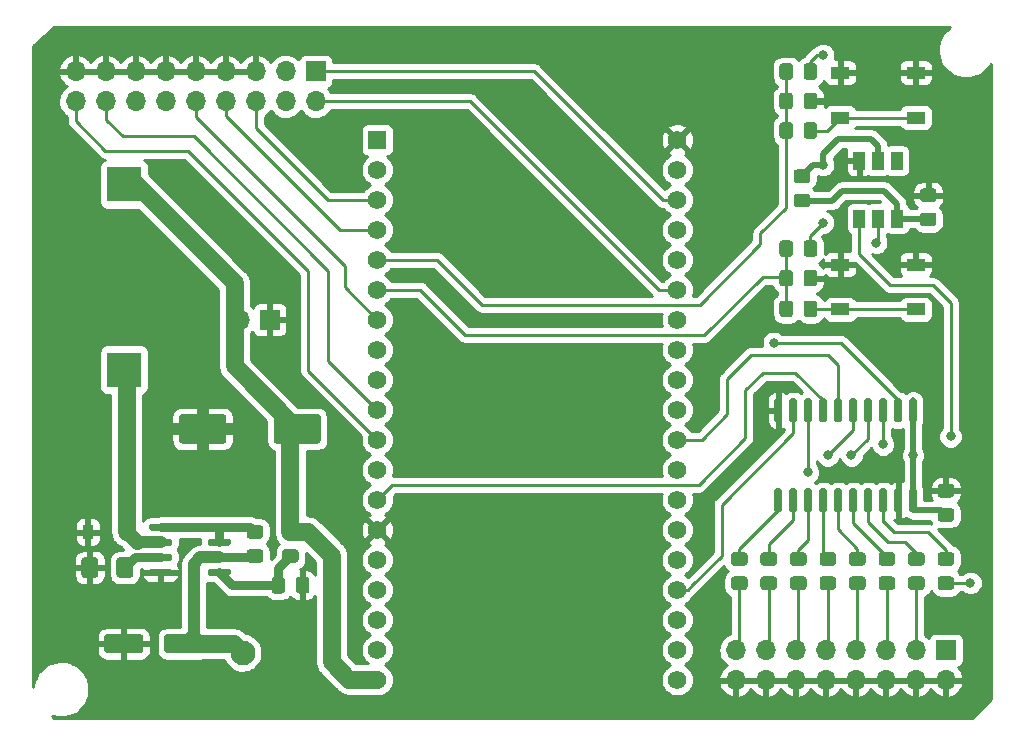
<source format=gbr>
G04 #@! TF.GenerationSoftware,KiCad,Pcbnew,(5.99.0-1157-ga17a78e42)*
G04 #@! TF.CreationDate,2020-04-19T13:41:11-07:00*
G04 #@! TF.ProjectId,signal-board,7369676e-616c-42d6-926f-6172642e6b69,rev?*
G04 #@! TF.SameCoordinates,Original*
G04 #@! TF.FileFunction,Copper,L1,Top*
G04 #@! TF.FilePolarity,Positive*
%FSLAX46Y46*%
G04 Gerber Fmt 4.6, Leading zero omitted, Abs format (unit mm)*
G04 Created by KiCad (PCBNEW (5.99.0-1157-ga17a78e42)) date 2020-04-19 13:41:11*
%MOMM*%
%LPD*%
G01*
G04 APERTURE LIST*
G04 #@! TA.AperFunction,ComponentPad*
%ADD10C,1.560000*%
G04 #@! TD*
G04 #@! TA.AperFunction,ComponentPad*
%ADD11R,1.560000X1.560000*%
G04 #@! TD*
G04 #@! TA.AperFunction,ComponentPad*
%ADD12O,1.700000X1.700000*%
G04 #@! TD*
G04 #@! TA.AperFunction,ComponentPad*
%ADD13R,1.700000X1.700000*%
G04 #@! TD*
G04 #@! TA.AperFunction,SMDPad,CuDef*
%ADD14R,2.900000X3.000000*%
G04 #@! TD*
G04 #@! TA.AperFunction,SMDPad,CuDef*
%ADD15R,1.600000X1.000000*%
G04 #@! TD*
G04 #@! TA.AperFunction,ComponentPad*
%ADD16C,2.100000*%
G04 #@! TD*
G04 #@! TA.AperFunction,ComponentPad*
%ADD17R,2.100000X2.100000*%
G04 #@! TD*
G04 #@! TA.AperFunction,SMDPad,CuDef*
%ADD18R,0.900000X1.200000*%
G04 #@! TD*
G04 #@! TA.AperFunction,SMDPad,CuDef*
%ADD19R,1.000000X1.500000*%
G04 #@! TD*
G04 #@! TA.AperFunction,ViaPad*
%ADD20C,0.800000*%
G04 #@! TD*
G04 #@! TA.AperFunction,Conductor*
%ADD21C,0.254000*%
G04 #@! TD*
G04 #@! TA.AperFunction,Conductor*
%ADD22C,0.500000*%
G04 #@! TD*
G04 #@! TA.AperFunction,Conductor*
%ADD23C,1.500000*%
G04 #@! TD*
G04 #@! TA.AperFunction,Conductor*
%ADD24C,0.750000*%
G04 #@! TD*
G04 #@! TA.AperFunction,Conductor*
%ADD25C,1.000000*%
G04 #@! TD*
G04 #@! TA.AperFunction,Conductor*
%ADD26C,1.250000*%
G04 #@! TD*
G04 APERTURE END LIST*
D10*
X147757225Y-106000000D03*
X147757225Y-103460000D03*
X147757225Y-100920000D03*
X147757225Y-98380000D03*
X147757225Y-95840000D03*
X147757225Y-93300000D03*
X147757225Y-90760000D03*
X147757225Y-88220000D03*
X147757225Y-85680000D03*
X147757225Y-83140000D03*
X147757225Y-80600000D03*
X147757225Y-78060000D03*
X147757225Y-75520000D03*
X147757225Y-72980000D03*
X147757225Y-70440000D03*
X147757225Y-67900000D03*
X147757225Y-65360000D03*
X147757225Y-62820000D03*
X147757225Y-60280000D03*
X122357225Y-103460000D03*
X122357225Y-100920000D03*
X122357225Y-98380000D03*
X122357225Y-95840000D03*
X122357225Y-93300000D03*
X122357225Y-90760000D03*
X122357225Y-88220000D03*
X122357225Y-85680000D03*
X122357225Y-83140000D03*
X122357225Y-80600000D03*
X122357225Y-78060000D03*
X122357225Y-75520000D03*
X122357225Y-72980000D03*
X122357225Y-70440000D03*
X122357225Y-67900000D03*
X122357225Y-65360000D03*
X122357225Y-106000000D03*
X122357225Y-62820000D03*
D11*
X122357225Y-60280000D03*
D12*
X110718600Y-75514200D03*
D13*
X113258600Y-75514200D03*
G04 #@! TA.AperFunction,SMDPad,CuDef*
G36*
G01*
X167565000Y-89785000D02*
X167865000Y-89785000D01*
G75*
G02*
X168015000Y-89935000I0J-150000D01*
G01*
X168015000Y-91685000D01*
G75*
G02*
X167865000Y-91835000I-150000J0D01*
G01*
X167565000Y-91835000D01*
G75*
G02*
X167415000Y-91685000I0J150000D01*
G01*
X167415000Y-89935000D01*
G75*
G02*
X167565000Y-89785000I150000J0D01*
G01*
G37*
G04 #@! TD.AperFunction*
G04 #@! TA.AperFunction,SMDPad,CuDef*
G36*
G01*
X166295000Y-89785000D02*
X166595000Y-89785000D01*
G75*
G02*
X166745000Y-89935000I0J-150000D01*
G01*
X166745000Y-91685000D01*
G75*
G02*
X166595000Y-91835000I-150000J0D01*
G01*
X166295000Y-91835000D01*
G75*
G02*
X166145000Y-91685000I0J150000D01*
G01*
X166145000Y-89935000D01*
G75*
G02*
X166295000Y-89785000I150000J0D01*
G01*
G37*
G04 #@! TD.AperFunction*
G04 #@! TA.AperFunction,SMDPad,CuDef*
G36*
G01*
X165025000Y-89785000D02*
X165325000Y-89785000D01*
G75*
G02*
X165475000Y-89935000I0J-150000D01*
G01*
X165475000Y-91685000D01*
G75*
G02*
X165325000Y-91835000I-150000J0D01*
G01*
X165025000Y-91835000D01*
G75*
G02*
X164875000Y-91685000I0J150000D01*
G01*
X164875000Y-89935000D01*
G75*
G02*
X165025000Y-89785000I150000J0D01*
G01*
G37*
G04 #@! TD.AperFunction*
G04 #@! TA.AperFunction,SMDPad,CuDef*
G36*
G01*
X163755000Y-89785000D02*
X164055000Y-89785000D01*
G75*
G02*
X164205000Y-89935000I0J-150000D01*
G01*
X164205000Y-91685000D01*
G75*
G02*
X164055000Y-91835000I-150000J0D01*
G01*
X163755000Y-91835000D01*
G75*
G02*
X163605000Y-91685000I0J150000D01*
G01*
X163605000Y-89935000D01*
G75*
G02*
X163755000Y-89785000I150000J0D01*
G01*
G37*
G04 #@! TD.AperFunction*
G04 #@! TA.AperFunction,SMDPad,CuDef*
G36*
G01*
X162485000Y-89785000D02*
X162785000Y-89785000D01*
G75*
G02*
X162935000Y-89935000I0J-150000D01*
G01*
X162935000Y-91685000D01*
G75*
G02*
X162785000Y-91835000I-150000J0D01*
G01*
X162485000Y-91835000D01*
G75*
G02*
X162335000Y-91685000I0J150000D01*
G01*
X162335000Y-89935000D01*
G75*
G02*
X162485000Y-89785000I150000J0D01*
G01*
G37*
G04 #@! TD.AperFunction*
G04 #@! TA.AperFunction,SMDPad,CuDef*
G36*
G01*
X161215000Y-89785000D02*
X161515000Y-89785000D01*
G75*
G02*
X161665000Y-89935000I0J-150000D01*
G01*
X161665000Y-91685000D01*
G75*
G02*
X161515000Y-91835000I-150000J0D01*
G01*
X161215000Y-91835000D01*
G75*
G02*
X161065000Y-91685000I0J150000D01*
G01*
X161065000Y-89935000D01*
G75*
G02*
X161215000Y-89785000I150000J0D01*
G01*
G37*
G04 #@! TD.AperFunction*
G04 #@! TA.AperFunction,SMDPad,CuDef*
G36*
G01*
X159945000Y-89785000D02*
X160245000Y-89785000D01*
G75*
G02*
X160395000Y-89935000I0J-150000D01*
G01*
X160395000Y-91685000D01*
G75*
G02*
X160245000Y-91835000I-150000J0D01*
G01*
X159945000Y-91835000D01*
G75*
G02*
X159795000Y-91685000I0J150000D01*
G01*
X159795000Y-89935000D01*
G75*
G02*
X159945000Y-89785000I150000J0D01*
G01*
G37*
G04 #@! TD.AperFunction*
G04 #@! TA.AperFunction,SMDPad,CuDef*
G36*
G01*
X158675000Y-89785000D02*
X158975000Y-89785000D01*
G75*
G02*
X159125000Y-89935000I0J-150000D01*
G01*
X159125000Y-91685000D01*
G75*
G02*
X158975000Y-91835000I-150000J0D01*
G01*
X158675000Y-91835000D01*
G75*
G02*
X158525000Y-91685000I0J150000D01*
G01*
X158525000Y-89935000D01*
G75*
G02*
X158675000Y-89785000I150000J0D01*
G01*
G37*
G04 #@! TD.AperFunction*
G04 #@! TA.AperFunction,SMDPad,CuDef*
G36*
G01*
X157405000Y-89785000D02*
X157705000Y-89785000D01*
G75*
G02*
X157855000Y-89935000I0J-150000D01*
G01*
X157855000Y-91685000D01*
G75*
G02*
X157705000Y-91835000I-150000J0D01*
G01*
X157405000Y-91835000D01*
G75*
G02*
X157255000Y-91685000I0J150000D01*
G01*
X157255000Y-89935000D01*
G75*
G02*
X157405000Y-89785000I150000J0D01*
G01*
G37*
G04 #@! TD.AperFunction*
G04 #@! TA.AperFunction,SMDPad,CuDef*
G36*
G01*
X156135000Y-89785000D02*
X156435000Y-89785000D01*
G75*
G02*
X156585000Y-89935000I0J-150000D01*
G01*
X156585000Y-91685000D01*
G75*
G02*
X156435000Y-91835000I-150000J0D01*
G01*
X156135000Y-91835000D01*
G75*
G02*
X155985000Y-91685000I0J150000D01*
G01*
X155985000Y-89935000D01*
G75*
G02*
X156135000Y-89785000I150000J0D01*
G01*
G37*
G04 #@! TD.AperFunction*
G04 #@! TA.AperFunction,SMDPad,CuDef*
G36*
G01*
X156135000Y-82165000D02*
X156435000Y-82165000D01*
G75*
G02*
X156585000Y-82315000I0J-150000D01*
G01*
X156585000Y-84065000D01*
G75*
G02*
X156435000Y-84215000I-150000J0D01*
G01*
X156135000Y-84215000D01*
G75*
G02*
X155985000Y-84065000I0J150000D01*
G01*
X155985000Y-82315000D01*
G75*
G02*
X156135000Y-82165000I150000J0D01*
G01*
G37*
G04 #@! TD.AperFunction*
G04 #@! TA.AperFunction,SMDPad,CuDef*
G36*
G01*
X157405000Y-82165000D02*
X157705000Y-82165000D01*
G75*
G02*
X157855000Y-82315000I0J-150000D01*
G01*
X157855000Y-84065000D01*
G75*
G02*
X157705000Y-84215000I-150000J0D01*
G01*
X157405000Y-84215000D01*
G75*
G02*
X157255000Y-84065000I0J150000D01*
G01*
X157255000Y-82315000D01*
G75*
G02*
X157405000Y-82165000I150000J0D01*
G01*
G37*
G04 #@! TD.AperFunction*
G04 #@! TA.AperFunction,SMDPad,CuDef*
G36*
G01*
X158675000Y-82165000D02*
X158975000Y-82165000D01*
G75*
G02*
X159125000Y-82315000I0J-150000D01*
G01*
X159125000Y-84065000D01*
G75*
G02*
X158975000Y-84215000I-150000J0D01*
G01*
X158675000Y-84215000D01*
G75*
G02*
X158525000Y-84065000I0J150000D01*
G01*
X158525000Y-82315000D01*
G75*
G02*
X158675000Y-82165000I150000J0D01*
G01*
G37*
G04 #@! TD.AperFunction*
G04 #@! TA.AperFunction,SMDPad,CuDef*
G36*
G01*
X159945000Y-82165000D02*
X160245000Y-82165000D01*
G75*
G02*
X160395000Y-82315000I0J-150000D01*
G01*
X160395000Y-84065000D01*
G75*
G02*
X160245000Y-84215000I-150000J0D01*
G01*
X159945000Y-84215000D01*
G75*
G02*
X159795000Y-84065000I0J150000D01*
G01*
X159795000Y-82315000D01*
G75*
G02*
X159945000Y-82165000I150000J0D01*
G01*
G37*
G04 #@! TD.AperFunction*
G04 #@! TA.AperFunction,SMDPad,CuDef*
G36*
G01*
X161215000Y-82165000D02*
X161515000Y-82165000D01*
G75*
G02*
X161665000Y-82315000I0J-150000D01*
G01*
X161665000Y-84065000D01*
G75*
G02*
X161515000Y-84215000I-150000J0D01*
G01*
X161215000Y-84215000D01*
G75*
G02*
X161065000Y-84065000I0J150000D01*
G01*
X161065000Y-82315000D01*
G75*
G02*
X161215000Y-82165000I150000J0D01*
G01*
G37*
G04 #@! TD.AperFunction*
G04 #@! TA.AperFunction,SMDPad,CuDef*
G36*
G01*
X162485000Y-82165000D02*
X162785000Y-82165000D01*
G75*
G02*
X162935000Y-82315000I0J-150000D01*
G01*
X162935000Y-84065000D01*
G75*
G02*
X162785000Y-84215000I-150000J0D01*
G01*
X162485000Y-84215000D01*
G75*
G02*
X162335000Y-84065000I0J150000D01*
G01*
X162335000Y-82315000D01*
G75*
G02*
X162485000Y-82165000I150000J0D01*
G01*
G37*
G04 #@! TD.AperFunction*
G04 #@! TA.AperFunction,SMDPad,CuDef*
G36*
G01*
X163755000Y-82165000D02*
X164055000Y-82165000D01*
G75*
G02*
X164205000Y-82315000I0J-150000D01*
G01*
X164205000Y-84065000D01*
G75*
G02*
X164055000Y-84215000I-150000J0D01*
G01*
X163755000Y-84215000D01*
G75*
G02*
X163605000Y-84065000I0J150000D01*
G01*
X163605000Y-82315000D01*
G75*
G02*
X163755000Y-82165000I150000J0D01*
G01*
G37*
G04 #@! TD.AperFunction*
G04 #@! TA.AperFunction,SMDPad,CuDef*
G36*
G01*
X165025000Y-82165000D02*
X165325000Y-82165000D01*
G75*
G02*
X165475000Y-82315000I0J-150000D01*
G01*
X165475000Y-84065000D01*
G75*
G02*
X165325000Y-84215000I-150000J0D01*
G01*
X165025000Y-84215000D01*
G75*
G02*
X164875000Y-84065000I0J150000D01*
G01*
X164875000Y-82315000D01*
G75*
G02*
X165025000Y-82165000I150000J0D01*
G01*
G37*
G04 #@! TD.AperFunction*
G04 #@! TA.AperFunction,SMDPad,CuDef*
G36*
G01*
X166295000Y-82165000D02*
X166595000Y-82165000D01*
G75*
G02*
X166745000Y-82315000I0J-150000D01*
G01*
X166745000Y-84065000D01*
G75*
G02*
X166595000Y-84215000I-150000J0D01*
G01*
X166295000Y-84215000D01*
G75*
G02*
X166145000Y-84065000I0J150000D01*
G01*
X166145000Y-82315000D01*
G75*
G02*
X166295000Y-82165000I150000J0D01*
G01*
G37*
G04 #@! TD.AperFunction*
G04 #@! TA.AperFunction,SMDPad,CuDef*
G36*
G01*
X167565000Y-82165000D02*
X167865000Y-82165000D01*
G75*
G02*
X168015000Y-82315000I0J-150000D01*
G01*
X168015000Y-84065000D01*
G75*
G02*
X167865000Y-84215000I-150000J0D01*
G01*
X167565000Y-84215000D01*
G75*
G02*
X167415000Y-84065000I0J150000D01*
G01*
X167415000Y-82315000D01*
G75*
G02*
X167565000Y-82165000I150000J0D01*
G01*
G37*
G04 #@! TD.AperFunction*
G04 #@! TA.AperFunction,SMDPad,CuDef*
G36*
G01*
X102556300Y-102396200D02*
X102556300Y-103496200D01*
G75*
G02*
X102306300Y-103746200I-250000J0D01*
G01*
X99481300Y-103746200D01*
G75*
G02*
X99231300Y-103496200I0J250000D01*
G01*
X99231300Y-102396200D01*
G75*
G02*
X99481300Y-102146200I250000J0D01*
G01*
X102306300Y-102146200D01*
G75*
G02*
X102556300Y-102396200I0J-250000D01*
G01*
G37*
G04 #@! TD.AperFunction*
G04 #@! TA.AperFunction,SMDPad,CuDef*
G36*
G01*
X107631300Y-102396200D02*
X107631300Y-103496200D01*
G75*
G02*
X107381300Y-103746200I-250000J0D01*
G01*
X104556300Y-103746200D01*
G75*
G02*
X104306300Y-103496200I0J250000D01*
G01*
X104306300Y-102396200D01*
G75*
G02*
X104556300Y-102146200I250000J0D01*
G01*
X107381300Y-102146200D01*
G75*
G02*
X107631300Y-102396200I0J-250000D01*
G01*
G37*
G04 #@! TD.AperFunction*
D14*
X100914200Y-64056000D03*
X100914200Y-79756000D03*
G04 #@! TA.AperFunction,SMDPad,CuDef*
G36*
G01*
X155049999Y-97250000D02*
X155950001Y-97250000D01*
G75*
G02*
X156200000Y-97499999I0J-249999D01*
G01*
X156200000Y-98150001D01*
G75*
G02*
X155950001Y-98400000I-249999J0D01*
G01*
X155049999Y-98400000D01*
G75*
G02*
X154800000Y-98150001I0J249999D01*
G01*
X154800000Y-97499999D01*
G75*
G02*
X155049999Y-97250000I249999J0D01*
G01*
G37*
G04 #@! TD.AperFunction*
G04 #@! TA.AperFunction,SMDPad,CuDef*
G36*
G01*
X155049999Y-95200000D02*
X155950001Y-95200000D01*
G75*
G02*
X156200000Y-95449999I0J-249999D01*
G01*
X156200000Y-96100001D01*
G75*
G02*
X155950001Y-96350000I-249999J0D01*
G01*
X155049999Y-96350000D01*
G75*
G02*
X154800000Y-96100001I0J249999D01*
G01*
X154800000Y-95449999D01*
G75*
G02*
X155049999Y-95200000I249999J0D01*
G01*
G37*
G04 #@! TD.AperFunction*
D15*
X167950000Y-74650000D03*
X161550000Y-74650000D03*
X167950000Y-70850000D03*
X161550000Y-70850000D03*
X167950000Y-58400000D03*
X161550000Y-58400000D03*
X167950000Y-54600000D03*
X161550000Y-54600000D03*
D12*
X152720000Y-106040000D03*
X152720000Y-103500000D03*
X155260000Y-106040000D03*
X155260000Y-103500000D03*
X157800000Y-106040000D03*
X157800000Y-103500000D03*
X160340000Y-106040000D03*
X160340000Y-103500000D03*
X162880000Y-106040000D03*
X162880000Y-103500000D03*
X165420000Y-106040000D03*
X165420000Y-103500000D03*
X167960000Y-106040000D03*
X167960000Y-103500000D03*
X170500000Y-106040000D03*
D13*
X170500000Y-103500000D03*
D12*
X96830000Y-57040000D03*
X96830000Y-54500000D03*
X99370000Y-57040000D03*
X99370000Y-54500000D03*
X101910000Y-57040000D03*
X101910000Y-54500000D03*
X104450000Y-57040000D03*
X104450000Y-54500000D03*
X106990000Y-57040000D03*
X106990000Y-54500000D03*
X109530000Y-57040000D03*
X109530000Y-54500000D03*
X112070000Y-57040000D03*
X112070000Y-54500000D03*
X114610000Y-57040000D03*
X114610000Y-54500000D03*
X117150000Y-57040000D03*
D13*
X117150000Y-54500000D03*
G04 #@! TA.AperFunction,SMDPad,CuDef*
G36*
G01*
X170950001Y-90575000D02*
X170049999Y-90575000D01*
G75*
G02*
X169800000Y-90325001I0J249999D01*
G01*
X169800000Y-89674999D01*
G75*
G02*
X170049999Y-89425000I249999J0D01*
G01*
X170950001Y-89425000D01*
G75*
G02*
X171200000Y-89674999I0J-249999D01*
G01*
X171200000Y-90325001D01*
G75*
G02*
X170950001Y-90575000I-249999J0D01*
G01*
G37*
G04 #@! TD.AperFunction*
G04 #@! TA.AperFunction,SMDPad,CuDef*
G36*
G01*
X170950001Y-92625000D02*
X170049999Y-92625000D01*
G75*
G02*
X169800000Y-92375001I0J249999D01*
G01*
X169800000Y-91724999D01*
G75*
G02*
X170049999Y-91475000I249999J0D01*
G01*
X170950001Y-91475000D01*
G75*
G02*
X171200000Y-91724999I0J-249999D01*
G01*
X171200000Y-92375001D01*
G75*
G02*
X170950001Y-92625000I-249999J0D01*
G01*
G37*
G04 #@! TD.AperFunction*
G04 #@! TA.AperFunction,SMDPad,CuDef*
G36*
G01*
X169450001Y-65550000D02*
X168549999Y-65550000D01*
G75*
G02*
X168300000Y-65300001I0J249999D01*
G01*
X168300000Y-64649999D01*
G75*
G02*
X168549999Y-64400000I249999J0D01*
G01*
X169450001Y-64400000D01*
G75*
G02*
X169700000Y-64649999I0J-249999D01*
G01*
X169700000Y-65300001D01*
G75*
G02*
X169450001Y-65550000I-249999J0D01*
G01*
G37*
G04 #@! TD.AperFunction*
G04 #@! TA.AperFunction,SMDPad,CuDef*
G36*
G01*
X169450001Y-67600000D02*
X168549999Y-67600000D01*
G75*
G02*
X168300000Y-67350001I0J249999D01*
G01*
X168300000Y-66699999D01*
G75*
G02*
X168549999Y-66450000I249999J0D01*
G01*
X169450001Y-66450000D01*
G75*
G02*
X169700000Y-66699999I0J-249999D01*
G01*
X169700000Y-67350001D01*
G75*
G02*
X169450001Y-67600000I-249999J0D01*
G01*
G37*
G04 #@! TD.AperFunction*
G04 #@! TA.AperFunction,SMDPad,CuDef*
G36*
G01*
X158450000Y-72450001D02*
X158450000Y-71549999D01*
G75*
G02*
X158699999Y-71300000I249999J0D01*
G01*
X159350001Y-71300000D01*
G75*
G02*
X159600000Y-71549999I0J-249999D01*
G01*
X159600000Y-72450001D01*
G75*
G02*
X159350001Y-72700000I-249999J0D01*
G01*
X158699999Y-72700000D01*
G75*
G02*
X158450000Y-72450001I0J249999D01*
G01*
G37*
G04 #@! TD.AperFunction*
G04 #@! TA.AperFunction,SMDPad,CuDef*
G36*
G01*
X156400000Y-72450001D02*
X156400000Y-71549999D01*
G75*
G02*
X156649999Y-71300000I249999J0D01*
G01*
X157300001Y-71300000D01*
G75*
G02*
X157550000Y-71549999I0J-249999D01*
G01*
X157550000Y-72450001D01*
G75*
G02*
X157300001Y-72700000I-249999J0D01*
G01*
X156649999Y-72700000D01*
G75*
G02*
X156400000Y-72450001I0J249999D01*
G01*
G37*
G04 #@! TD.AperFunction*
G04 #@! TA.AperFunction,SMDPad,CuDef*
G36*
G01*
X158450000Y-57450001D02*
X158450000Y-56549999D01*
G75*
G02*
X158699999Y-56300000I249999J0D01*
G01*
X159350001Y-56300000D01*
G75*
G02*
X159600000Y-56549999I0J-249999D01*
G01*
X159600000Y-57450001D01*
G75*
G02*
X159350001Y-57700000I-249999J0D01*
G01*
X158699999Y-57700000D01*
G75*
G02*
X158450000Y-57450001I0J249999D01*
G01*
G37*
G04 #@! TD.AperFunction*
G04 #@! TA.AperFunction,SMDPad,CuDef*
G36*
G01*
X156400000Y-57450001D02*
X156400000Y-56549999D01*
G75*
G02*
X156649999Y-56300000I249999J0D01*
G01*
X157300001Y-56300000D01*
G75*
G02*
X157550000Y-56549999I0J-249999D01*
G01*
X157550000Y-57450001D01*
G75*
G02*
X157300001Y-57700000I-249999J0D01*
G01*
X156649999Y-57700000D01*
G75*
G02*
X156400000Y-57450001I0J249999D01*
G01*
G37*
G04 #@! TD.AperFunction*
D16*
X110960000Y-103722800D03*
D17*
X113500000Y-103722800D03*
G04 #@! TA.AperFunction,SMDPad,CuDef*
G36*
G01*
X108000000Y-93245000D02*
X108000000Y-92945000D01*
G75*
G02*
X108150000Y-92795000I150000J0D01*
G01*
X109800000Y-92795000D01*
G75*
G02*
X109950000Y-92945000I0J-150000D01*
G01*
X109950000Y-93245000D01*
G75*
G02*
X109800000Y-93395000I-150000J0D01*
G01*
X108150000Y-93395000D01*
G75*
G02*
X108000000Y-93245000I0J150000D01*
G01*
G37*
G04 #@! TD.AperFunction*
G04 #@! TA.AperFunction,SMDPad,CuDef*
G36*
G01*
X108000000Y-94515000D02*
X108000000Y-94215000D01*
G75*
G02*
X108150000Y-94065000I150000J0D01*
G01*
X109800000Y-94065000D01*
G75*
G02*
X109950000Y-94215000I0J-150000D01*
G01*
X109950000Y-94515000D01*
G75*
G02*
X109800000Y-94665000I-150000J0D01*
G01*
X108150000Y-94665000D01*
G75*
G02*
X108000000Y-94515000I0J150000D01*
G01*
G37*
G04 #@! TD.AperFunction*
G04 #@! TA.AperFunction,SMDPad,CuDef*
G36*
G01*
X108000000Y-95785000D02*
X108000000Y-95485000D01*
G75*
G02*
X108150000Y-95335000I150000J0D01*
G01*
X109800000Y-95335000D01*
G75*
G02*
X109950000Y-95485000I0J-150000D01*
G01*
X109950000Y-95785000D01*
G75*
G02*
X109800000Y-95935000I-150000J0D01*
G01*
X108150000Y-95935000D01*
G75*
G02*
X108000000Y-95785000I0J150000D01*
G01*
G37*
G04 #@! TD.AperFunction*
G04 #@! TA.AperFunction,SMDPad,CuDef*
G36*
G01*
X108000000Y-97055000D02*
X108000000Y-96755000D01*
G75*
G02*
X108150000Y-96605000I150000J0D01*
G01*
X109800000Y-96605000D01*
G75*
G02*
X109950000Y-96755000I0J-150000D01*
G01*
X109950000Y-97055000D01*
G75*
G02*
X109800000Y-97205000I-150000J0D01*
G01*
X108150000Y-97205000D01*
G75*
G02*
X108000000Y-97055000I0J150000D01*
G01*
G37*
G04 #@! TD.AperFunction*
G04 #@! TA.AperFunction,SMDPad,CuDef*
G36*
G01*
X103050000Y-97055000D02*
X103050000Y-96755000D01*
G75*
G02*
X103200000Y-96605000I150000J0D01*
G01*
X104850000Y-96605000D01*
G75*
G02*
X105000000Y-96755000I0J-150000D01*
G01*
X105000000Y-97055000D01*
G75*
G02*
X104850000Y-97205000I-150000J0D01*
G01*
X103200000Y-97205000D01*
G75*
G02*
X103050000Y-97055000I0J150000D01*
G01*
G37*
G04 #@! TD.AperFunction*
G04 #@! TA.AperFunction,SMDPad,CuDef*
G36*
G01*
X103050000Y-95785000D02*
X103050000Y-95485000D01*
G75*
G02*
X103200000Y-95335000I150000J0D01*
G01*
X104850000Y-95335000D01*
G75*
G02*
X105000000Y-95485000I0J-150000D01*
G01*
X105000000Y-95785000D01*
G75*
G02*
X104850000Y-95935000I-150000J0D01*
G01*
X103200000Y-95935000D01*
G75*
G02*
X103050000Y-95785000I0J150000D01*
G01*
G37*
G04 #@! TD.AperFunction*
G04 #@! TA.AperFunction,SMDPad,CuDef*
G36*
G01*
X103050000Y-94515000D02*
X103050000Y-94215000D01*
G75*
G02*
X103200000Y-94065000I150000J0D01*
G01*
X104850000Y-94065000D01*
G75*
G02*
X105000000Y-94215000I0J-150000D01*
G01*
X105000000Y-94515000D01*
G75*
G02*
X104850000Y-94665000I-150000J0D01*
G01*
X103200000Y-94665000D01*
G75*
G02*
X103050000Y-94515000I0J150000D01*
G01*
G37*
G04 #@! TD.AperFunction*
G04 #@! TA.AperFunction,SMDPad,CuDef*
G36*
G01*
X103050000Y-93245000D02*
X103050000Y-92945000D01*
G75*
G02*
X103200000Y-92795000I150000J0D01*
G01*
X104850000Y-92795000D01*
G75*
G02*
X105000000Y-92945000I0J-150000D01*
G01*
X105000000Y-93245000D01*
G75*
G02*
X104850000Y-93395000I-150000J0D01*
G01*
X103200000Y-93395000D01*
G75*
G02*
X103050000Y-93245000I0J150000D01*
G01*
G37*
G04 #@! TD.AperFunction*
G04 #@! TA.AperFunction,SMDPad,CuDef*
G36*
G01*
X115450001Y-94050000D02*
X114549999Y-94050000D01*
G75*
G02*
X114300000Y-93800001I0J249999D01*
G01*
X114300000Y-93149999D01*
G75*
G02*
X114549999Y-92900000I249999J0D01*
G01*
X115450001Y-92900000D01*
G75*
G02*
X115700000Y-93149999I0J-249999D01*
G01*
X115700000Y-93800001D01*
G75*
G02*
X115450001Y-94050000I-249999J0D01*
G01*
G37*
G04 #@! TD.AperFunction*
G04 #@! TA.AperFunction,SMDPad,CuDef*
G36*
G01*
X115450001Y-96100000D02*
X114549999Y-96100000D01*
G75*
G02*
X114300000Y-95850001I0J249999D01*
G01*
X114300000Y-95199999D01*
G75*
G02*
X114549999Y-94950000I249999J0D01*
G01*
X115450001Y-94950000D01*
G75*
G02*
X115700000Y-95199999I0J-249999D01*
G01*
X115700000Y-95850001D01*
G75*
G02*
X115450001Y-96100000I-249999J0D01*
G01*
G37*
G04 #@! TD.AperFunction*
G04 #@! TA.AperFunction,SMDPad,CuDef*
G36*
G01*
X115450000Y-98450001D02*
X115450000Y-97549999D01*
G75*
G02*
X115699999Y-97300000I249999J0D01*
G01*
X116350001Y-97300000D01*
G75*
G02*
X116600000Y-97549999I0J-249999D01*
G01*
X116600000Y-98450001D01*
G75*
G02*
X116350001Y-98700000I-249999J0D01*
G01*
X115699999Y-98700000D01*
G75*
G02*
X115450000Y-98450001I0J249999D01*
G01*
G37*
G04 #@! TD.AperFunction*
G04 #@! TA.AperFunction,SMDPad,CuDef*
G36*
G01*
X113400000Y-98450001D02*
X113400000Y-97549999D01*
G75*
G02*
X113649999Y-97300000I249999J0D01*
G01*
X114300001Y-97300000D01*
G75*
G02*
X114550000Y-97549999I0J-249999D01*
G01*
X114550000Y-98450001D01*
G75*
G02*
X114300001Y-98700000I-249999J0D01*
G01*
X113649999Y-98700000D01*
G75*
G02*
X113400000Y-98450001I0J249999D01*
G01*
G37*
G04 #@! TD.AperFunction*
G04 #@! TA.AperFunction,SMDPad,CuDef*
G36*
G01*
X112450001Y-94050000D02*
X111549999Y-94050000D01*
G75*
G02*
X111300000Y-93800001I0J249999D01*
G01*
X111300000Y-93149999D01*
G75*
G02*
X111549999Y-92900000I249999J0D01*
G01*
X112450001Y-92900000D01*
G75*
G02*
X112700000Y-93149999I0J-249999D01*
G01*
X112700000Y-93800001D01*
G75*
G02*
X112450001Y-94050000I-249999J0D01*
G01*
G37*
G04 #@! TD.AperFunction*
G04 #@! TA.AperFunction,SMDPad,CuDef*
G36*
G01*
X112450001Y-96100000D02*
X111549999Y-96100000D01*
G75*
G02*
X111300000Y-95850001I0J249999D01*
G01*
X111300000Y-95199999D01*
G75*
G02*
X111549999Y-94950000I249999J0D01*
G01*
X112450001Y-94950000D01*
G75*
G02*
X112700000Y-95199999I0J-249999D01*
G01*
X112700000Y-95850001D01*
G75*
G02*
X112450001Y-96100000I-249999J0D01*
G01*
G37*
G04 #@! TD.AperFunction*
G04 #@! TA.AperFunction,SMDPad,CuDef*
G36*
G01*
X152549999Y-97250000D02*
X153450001Y-97250000D01*
G75*
G02*
X153700000Y-97499999I0J-249999D01*
G01*
X153700000Y-98150001D01*
G75*
G02*
X153450001Y-98400000I-249999J0D01*
G01*
X152549999Y-98400000D01*
G75*
G02*
X152300000Y-98150001I0J249999D01*
G01*
X152300000Y-97499999D01*
G75*
G02*
X152549999Y-97250000I249999J0D01*
G01*
G37*
G04 #@! TD.AperFunction*
G04 #@! TA.AperFunction,SMDPad,CuDef*
G36*
G01*
X152549999Y-95200000D02*
X153450001Y-95200000D01*
G75*
G02*
X153700000Y-95449999I0J-249999D01*
G01*
X153700000Y-96100001D01*
G75*
G02*
X153450001Y-96350000I-249999J0D01*
G01*
X152549999Y-96350000D01*
G75*
G02*
X152300000Y-96100001I0J249999D01*
G01*
X152300000Y-95449999D01*
G75*
G02*
X152549999Y-95200000I249999J0D01*
G01*
G37*
G04 #@! TD.AperFunction*
G04 #@! TA.AperFunction,SMDPad,CuDef*
G36*
G01*
X157549999Y-97250000D02*
X158450001Y-97250000D01*
G75*
G02*
X158700000Y-97499999I0J-249999D01*
G01*
X158700000Y-98150001D01*
G75*
G02*
X158450001Y-98400000I-249999J0D01*
G01*
X157549999Y-98400000D01*
G75*
G02*
X157300000Y-98150001I0J249999D01*
G01*
X157300000Y-97499999D01*
G75*
G02*
X157549999Y-97250000I249999J0D01*
G01*
G37*
G04 #@! TD.AperFunction*
G04 #@! TA.AperFunction,SMDPad,CuDef*
G36*
G01*
X157549999Y-95200000D02*
X158450001Y-95200000D01*
G75*
G02*
X158700000Y-95449999I0J-249999D01*
G01*
X158700000Y-96100001D01*
G75*
G02*
X158450001Y-96350000I-249999J0D01*
G01*
X157549999Y-96350000D01*
G75*
G02*
X157300000Y-96100001I0J249999D01*
G01*
X157300000Y-95449999D01*
G75*
G02*
X157549999Y-95200000I249999J0D01*
G01*
G37*
G04 #@! TD.AperFunction*
G04 #@! TA.AperFunction,SMDPad,CuDef*
G36*
G01*
X160049999Y-97250000D02*
X160950001Y-97250000D01*
G75*
G02*
X161200000Y-97499999I0J-249999D01*
G01*
X161200000Y-98150001D01*
G75*
G02*
X160950001Y-98400000I-249999J0D01*
G01*
X160049999Y-98400000D01*
G75*
G02*
X159800000Y-98150001I0J249999D01*
G01*
X159800000Y-97499999D01*
G75*
G02*
X160049999Y-97250000I249999J0D01*
G01*
G37*
G04 #@! TD.AperFunction*
G04 #@! TA.AperFunction,SMDPad,CuDef*
G36*
G01*
X160049999Y-95200000D02*
X160950001Y-95200000D01*
G75*
G02*
X161200000Y-95449999I0J-249999D01*
G01*
X161200000Y-96100001D01*
G75*
G02*
X160950001Y-96350000I-249999J0D01*
G01*
X160049999Y-96350000D01*
G75*
G02*
X159800000Y-96100001I0J249999D01*
G01*
X159800000Y-95449999D01*
G75*
G02*
X160049999Y-95200000I249999J0D01*
G01*
G37*
G04 #@! TD.AperFunction*
G04 #@! TA.AperFunction,SMDPad,CuDef*
G36*
G01*
X162549999Y-97250000D02*
X163450001Y-97250000D01*
G75*
G02*
X163700000Y-97499999I0J-249999D01*
G01*
X163700000Y-98150001D01*
G75*
G02*
X163450001Y-98400000I-249999J0D01*
G01*
X162549999Y-98400000D01*
G75*
G02*
X162300000Y-98150001I0J249999D01*
G01*
X162300000Y-97499999D01*
G75*
G02*
X162549999Y-97250000I249999J0D01*
G01*
G37*
G04 #@! TD.AperFunction*
G04 #@! TA.AperFunction,SMDPad,CuDef*
G36*
G01*
X162549999Y-95200000D02*
X163450001Y-95200000D01*
G75*
G02*
X163700000Y-95449999I0J-249999D01*
G01*
X163700000Y-96100001D01*
G75*
G02*
X163450001Y-96350000I-249999J0D01*
G01*
X162549999Y-96350000D01*
G75*
G02*
X162300000Y-96100001I0J249999D01*
G01*
X162300000Y-95449999D01*
G75*
G02*
X162549999Y-95200000I249999J0D01*
G01*
G37*
G04 #@! TD.AperFunction*
G04 #@! TA.AperFunction,SMDPad,CuDef*
G36*
G01*
X165049999Y-97250000D02*
X165950001Y-97250000D01*
G75*
G02*
X166200000Y-97499999I0J-249999D01*
G01*
X166200000Y-98150001D01*
G75*
G02*
X165950001Y-98400000I-249999J0D01*
G01*
X165049999Y-98400000D01*
G75*
G02*
X164800000Y-98150001I0J249999D01*
G01*
X164800000Y-97499999D01*
G75*
G02*
X165049999Y-97250000I249999J0D01*
G01*
G37*
G04 #@! TD.AperFunction*
G04 #@! TA.AperFunction,SMDPad,CuDef*
G36*
G01*
X165049999Y-95200000D02*
X165950001Y-95200000D01*
G75*
G02*
X166200000Y-95449999I0J-249999D01*
G01*
X166200000Y-96100001D01*
G75*
G02*
X165950001Y-96350000I-249999J0D01*
G01*
X165049999Y-96350000D01*
G75*
G02*
X164800000Y-96100001I0J249999D01*
G01*
X164800000Y-95449999D01*
G75*
G02*
X165049999Y-95200000I249999J0D01*
G01*
G37*
G04 #@! TD.AperFunction*
G04 #@! TA.AperFunction,SMDPad,CuDef*
G36*
G01*
X167549999Y-97250000D02*
X168450001Y-97250000D01*
G75*
G02*
X168700000Y-97499999I0J-249999D01*
G01*
X168700000Y-98150001D01*
G75*
G02*
X168450001Y-98400000I-249999J0D01*
G01*
X167549999Y-98400000D01*
G75*
G02*
X167300000Y-98150001I0J249999D01*
G01*
X167300000Y-97499999D01*
G75*
G02*
X167549999Y-97250000I249999J0D01*
G01*
G37*
G04 #@! TD.AperFunction*
G04 #@! TA.AperFunction,SMDPad,CuDef*
G36*
G01*
X167549999Y-95200000D02*
X168450001Y-95200000D01*
G75*
G02*
X168700000Y-95449999I0J-249999D01*
G01*
X168700000Y-96100001D01*
G75*
G02*
X168450001Y-96350000I-249999J0D01*
G01*
X167549999Y-96350000D01*
G75*
G02*
X167300000Y-96100001I0J249999D01*
G01*
X167300000Y-95449999D01*
G75*
G02*
X167549999Y-95200000I249999J0D01*
G01*
G37*
G04 #@! TD.AperFunction*
G04 #@! TA.AperFunction,SMDPad,CuDef*
G36*
G01*
X170049999Y-97250000D02*
X170950001Y-97250000D01*
G75*
G02*
X171200000Y-97499999I0J-249999D01*
G01*
X171200000Y-98150001D01*
G75*
G02*
X170950001Y-98400000I-249999J0D01*
G01*
X170049999Y-98400000D01*
G75*
G02*
X169800000Y-98150001I0J249999D01*
G01*
X169800000Y-97499999D01*
G75*
G02*
X170049999Y-97250000I249999J0D01*
G01*
G37*
G04 #@! TD.AperFunction*
G04 #@! TA.AperFunction,SMDPad,CuDef*
G36*
G01*
X170049999Y-95200000D02*
X170950001Y-95200000D01*
G75*
G02*
X171200000Y-95449999I0J-249999D01*
G01*
X171200000Y-96100001D01*
G75*
G02*
X170950001Y-96350000I-249999J0D01*
G01*
X170049999Y-96350000D01*
G75*
G02*
X169800000Y-96100001I0J249999D01*
G01*
X169800000Y-95449999D01*
G75*
G02*
X170049999Y-95200000I249999J0D01*
G01*
G37*
G04 #@! TD.AperFunction*
G04 #@! TA.AperFunction,SMDPad,CuDef*
G36*
G01*
X157550000Y-69049999D02*
X157550000Y-69950001D01*
G75*
G02*
X157300001Y-70200000I-249999J0D01*
G01*
X156649999Y-70200000D01*
G75*
G02*
X156400000Y-69950001I0J249999D01*
G01*
X156400000Y-69049999D01*
G75*
G02*
X156649999Y-68800000I249999J0D01*
G01*
X157300001Y-68800000D01*
G75*
G02*
X157550000Y-69049999I0J-249999D01*
G01*
G37*
G04 #@! TD.AperFunction*
G04 #@! TA.AperFunction,SMDPad,CuDef*
G36*
G01*
X159600000Y-69049999D02*
X159600000Y-69950001D01*
G75*
G02*
X159350001Y-70200000I-249999J0D01*
G01*
X158699999Y-70200000D01*
G75*
G02*
X158450000Y-69950001I0J249999D01*
G01*
X158450000Y-69049999D01*
G75*
G02*
X158699999Y-68800000I249999J0D01*
G01*
X159350001Y-68800000D01*
G75*
G02*
X159600000Y-69049999I0J-249999D01*
G01*
G37*
G04 #@! TD.AperFunction*
G04 #@! TA.AperFunction,SMDPad,CuDef*
G36*
G01*
X157849999Y-64850000D02*
X158750001Y-64850000D01*
G75*
G02*
X159000000Y-65099999I0J-249999D01*
G01*
X159000000Y-65750001D01*
G75*
G02*
X158750001Y-66000000I-249999J0D01*
G01*
X157849999Y-66000000D01*
G75*
G02*
X157600000Y-65750001I0J249999D01*
G01*
X157600000Y-65099999D01*
G75*
G02*
X157849999Y-64850000I249999J0D01*
G01*
G37*
G04 #@! TD.AperFunction*
G04 #@! TA.AperFunction,SMDPad,CuDef*
G36*
G01*
X157849999Y-62800000D02*
X158750001Y-62800000D01*
G75*
G02*
X159000000Y-63049999I0J-249999D01*
G01*
X159000000Y-63700001D01*
G75*
G02*
X158750001Y-63950000I-249999J0D01*
G01*
X157849999Y-63950000D01*
G75*
G02*
X157600000Y-63700001I0J249999D01*
G01*
X157600000Y-63049999D01*
G75*
G02*
X157849999Y-62800000I249999J0D01*
G01*
G37*
G04 #@! TD.AperFunction*
G04 #@! TA.AperFunction,SMDPad,CuDef*
G36*
G01*
X157550000Y-74149999D02*
X157550000Y-75050001D01*
G75*
G02*
X157300001Y-75300000I-249999J0D01*
G01*
X156649999Y-75300000D01*
G75*
G02*
X156400000Y-75050001I0J249999D01*
G01*
X156400000Y-74149999D01*
G75*
G02*
X156649999Y-73900000I249999J0D01*
G01*
X157300001Y-73900000D01*
G75*
G02*
X157550000Y-74149999I0J-249999D01*
G01*
G37*
G04 #@! TD.AperFunction*
G04 #@! TA.AperFunction,SMDPad,CuDef*
G36*
G01*
X159600000Y-74149999D02*
X159600000Y-75050001D01*
G75*
G02*
X159350001Y-75300000I-249999J0D01*
G01*
X158699999Y-75300000D01*
G75*
G02*
X158450000Y-75050001I0J249999D01*
G01*
X158450000Y-74149999D01*
G75*
G02*
X158699999Y-73900000I249999J0D01*
G01*
X159350001Y-73900000D01*
G75*
G02*
X159600000Y-74149999I0J-249999D01*
G01*
G37*
G04 #@! TD.AperFunction*
G04 #@! TA.AperFunction,SMDPad,CuDef*
G36*
G01*
X157550000Y-54049999D02*
X157550000Y-54950001D01*
G75*
G02*
X157300001Y-55200000I-249999J0D01*
G01*
X156649999Y-55200000D01*
G75*
G02*
X156400000Y-54950001I0J249999D01*
G01*
X156400000Y-54049999D01*
G75*
G02*
X156649999Y-53800000I249999J0D01*
G01*
X157300001Y-53800000D01*
G75*
G02*
X157550000Y-54049999I0J-249999D01*
G01*
G37*
G04 #@! TD.AperFunction*
G04 #@! TA.AperFunction,SMDPad,CuDef*
G36*
G01*
X159600000Y-54049999D02*
X159600000Y-54950001D01*
G75*
G02*
X159350001Y-55200000I-249999J0D01*
G01*
X158699999Y-55200000D01*
G75*
G02*
X158450000Y-54950001I0J249999D01*
G01*
X158450000Y-54049999D01*
G75*
G02*
X158699999Y-53800000I249999J0D01*
G01*
X159350001Y-53800000D01*
G75*
G02*
X159600000Y-54049999I0J-249999D01*
G01*
G37*
G04 #@! TD.AperFunction*
G04 #@! TA.AperFunction,SMDPad,CuDef*
G36*
G01*
X157550000Y-59049999D02*
X157550000Y-59950001D01*
G75*
G02*
X157300001Y-60200000I-249999J0D01*
G01*
X156649999Y-60200000D01*
G75*
G02*
X156400000Y-59950001I0J249999D01*
G01*
X156400000Y-59049999D01*
G75*
G02*
X156649999Y-58800000I249999J0D01*
G01*
X157300001Y-58800000D01*
G75*
G02*
X157550000Y-59049999I0J-249999D01*
G01*
G37*
G04 #@! TD.AperFunction*
G04 #@! TA.AperFunction,SMDPad,CuDef*
G36*
G01*
X159600000Y-59049999D02*
X159600000Y-59950001D01*
G75*
G02*
X159350001Y-60200000I-249999J0D01*
G01*
X158699999Y-60200000D01*
G75*
G02*
X158450000Y-59950001I0J249999D01*
G01*
X158450000Y-59049999D01*
G75*
G02*
X158699999Y-58800000I249999J0D01*
G01*
X159350001Y-58800000D01*
G75*
G02*
X159600000Y-59049999I0J-249999D01*
G01*
G37*
G04 #@! TD.AperFunction*
D18*
X97850000Y-93500000D03*
X101150000Y-93500000D03*
D19*
X163150000Y-66950000D03*
X164750000Y-66950000D03*
X166350000Y-66950000D03*
X163150000Y-62050000D03*
X164750000Y-62050000D03*
X166350000Y-62050000D03*
G04 #@! TA.AperFunction,SMDPad,CuDef*
G36*
G01*
X109570000Y-83759800D02*
X109570000Y-85759800D01*
G75*
G02*
X109320000Y-86009800I-250000J0D01*
G01*
X105820000Y-86009800D01*
G75*
G02*
X105570000Y-85759800I0J250000D01*
G01*
X105570000Y-83759800D01*
G75*
G02*
X105820000Y-83509800I250000J0D01*
G01*
X109320000Y-83509800D01*
G75*
G02*
X109570000Y-83759800I0J-250000D01*
G01*
G37*
G04 #@! TD.AperFunction*
G04 #@! TA.AperFunction,SMDPad,CuDef*
G36*
G01*
X117570000Y-83759800D02*
X117570000Y-85759800D01*
G75*
G02*
X117320000Y-86009800I-250000J0D01*
G01*
X113820000Y-86009800D01*
G75*
G02*
X113570000Y-85759800I0J250000D01*
G01*
X113570000Y-83759800D01*
G75*
G02*
X113820000Y-83509800I250000J0D01*
G01*
X117320000Y-83509800D01*
G75*
G02*
X117570000Y-83759800I0J-250000D01*
G01*
G37*
G04 #@! TD.AperFunction*
G04 #@! TA.AperFunction,SMDPad,CuDef*
G36*
G01*
X98725000Y-95875000D02*
X98725000Y-97125000D01*
G75*
G02*
X98475000Y-97375000I-250000J0D01*
G01*
X97550000Y-97375000D01*
G75*
G02*
X97300000Y-97125000I0J250000D01*
G01*
X97300000Y-95875000D01*
G75*
G02*
X97550000Y-95625000I250000J0D01*
G01*
X98475000Y-95625000D01*
G75*
G02*
X98725000Y-95875000I0J-250000D01*
G01*
G37*
G04 #@! TD.AperFunction*
G04 #@! TA.AperFunction,SMDPad,CuDef*
G36*
G01*
X101700000Y-95875000D02*
X101700000Y-97125000D01*
G75*
G02*
X101450000Y-97375000I-250000J0D01*
G01*
X100525000Y-97375000D01*
G75*
G02*
X100275000Y-97125000I0J250000D01*
G01*
X100275000Y-95875000D01*
G75*
G02*
X100525000Y-95625000I250000J0D01*
G01*
X101450000Y-95625000D01*
G75*
G02*
X101700000Y-95875000I0J-250000D01*
G01*
G37*
G04 #@! TD.AperFunction*
D20*
X106324400Y-63271400D03*
X113766600Y-70688200D03*
X161391600Y-88519000D03*
X150164800Y-94640400D03*
X151409400Y-89382600D03*
X118618000Y-64262000D03*
X137668000Y-62484000D03*
X125501400Y-55702200D03*
X127177800Y-60452000D03*
X119100600Y-60325000D03*
X141249400Y-75514200D03*
X132969000Y-75463400D03*
X168833800Y-77800200D03*
X152400000Y-62255400D03*
X110134400Y-88595200D03*
X104749600Y-72694800D03*
X95885000Y-72440800D03*
X96062800Y-85521800D03*
X135813800Y-103022400D03*
X128600200Y-103174800D03*
X143205200Y-102920800D03*
X136245600Y-92583000D03*
X128041400Y-92405200D03*
X141046200Y-86360000D03*
X129108200Y-86614000D03*
X128930400Y-79324200D03*
X141046200Y-79324200D03*
X146431000Y-54864000D03*
X137820400Y-72771000D03*
X127279400Y-67640200D03*
X158825000Y-88425000D03*
X160500000Y-87000000D03*
X162500000Y-87000000D03*
X165175000Y-86075000D03*
X172575000Y-97800000D03*
X164600000Y-69000000D03*
X155930600Y-77470000D03*
X170900000Y-85400000D03*
X167715000Y-86985000D03*
X160100000Y-67300000D03*
X160100000Y-62400000D03*
X160100000Y-53100000D03*
X151200000Y-78300000D03*
X154900000Y-82000000D03*
X166446200Y-88823800D03*
X169600000Y-87800000D03*
X95631000Y-102920800D03*
D21*
X156385080Y-77495400D02*
X155956000Y-77495400D01*
X155956000Y-77495400D02*
X155930600Y-77470000D01*
X161590400Y-77495400D02*
X156385080Y-77495400D01*
X166445000Y-82350000D02*
X161590400Y-77495400D01*
X149564800Y-89500000D02*
X123617225Y-89500000D01*
X153500000Y-85564800D02*
X149564800Y-89500000D01*
X153500000Y-81500000D02*
X153500000Y-85564800D01*
X160095000Y-82350000D02*
X157745000Y-80000000D01*
X157745000Y-80000000D02*
X155000000Y-80000000D01*
X155000000Y-80000000D02*
X153500000Y-81500000D01*
X123617225Y-89500000D02*
X122357225Y-90760000D01*
X157555000Y-83190000D02*
X157555000Y-85142000D01*
X157555000Y-85142000D02*
X151500000Y-91197000D01*
X151500000Y-91197000D02*
X151500000Y-95500000D01*
X161550000Y-58400000D02*
X167950000Y-58400000D01*
X161550000Y-74650000D02*
X158875000Y-74650000D01*
X158875000Y-74650000D02*
X158750000Y-74775000D01*
X161550000Y-74650000D02*
X167950000Y-74650000D01*
X161450000Y-74750000D02*
X161550000Y-74650000D01*
D22*
X122337225Y-73000000D02*
X122357225Y-72980000D01*
X122297225Y-70500000D02*
X122357225Y-70440000D01*
D23*
X118500000Y-100000000D02*
X118500000Y-104500000D01*
X118500000Y-95500000D02*
X118500000Y-100000000D01*
X120000000Y-106000000D02*
X122357225Y-106000000D01*
X118500000Y-104500000D02*
X120000000Y-106000000D01*
X115000000Y-93475000D02*
X116475000Y-93475000D01*
X116475000Y-93475000D02*
X118500000Y-95500000D01*
D24*
X108975000Y-93095000D02*
X111620000Y-93095000D01*
X111620000Y-93095000D02*
X112000000Y-93475000D01*
X113975000Y-98000000D02*
X113975000Y-96550000D01*
X113975000Y-96550000D02*
X115000000Y-95525000D01*
X108975000Y-96905000D02*
X110070000Y-98000000D01*
X110070000Y-98000000D02*
X113975000Y-98000000D01*
X108975000Y-95635000D02*
X111890000Y-95635000D01*
X111890000Y-95635000D02*
X112000000Y-95525000D01*
X104025000Y-93095000D02*
X108975000Y-93095000D01*
X108975000Y-94365000D02*
X108975000Y-93095000D01*
D25*
X104025000Y-94365000D02*
X102015000Y-94365000D01*
D26*
X102015000Y-94365000D02*
X101150000Y-93500000D01*
D24*
X104025000Y-95635000D02*
X101852500Y-95635000D01*
X101852500Y-95635000D02*
X100987500Y-96500000D01*
D25*
X107365000Y-95635000D02*
X108975000Y-95635000D01*
D21*
X152000000Y-80500000D02*
X152000000Y-83500000D01*
X161365000Y-82350000D02*
X161365000Y-79365000D01*
X160500000Y-78500000D02*
X154000000Y-78500000D01*
X161365000Y-79365000D02*
X160500000Y-78500000D01*
X149820000Y-85680000D02*
X147757225Y-85680000D01*
X154000000Y-78500000D02*
X152000000Y-80500000D01*
X152000000Y-83500000D02*
X149820000Y-85680000D01*
X148620000Y-98380000D02*
X147757225Y-98380000D01*
X157555000Y-83375000D02*
X157500000Y-83430000D01*
X157555000Y-82350000D02*
X157555000Y-83375000D01*
X151500000Y-95500000D02*
X149000000Y-98000000D01*
X149000000Y-98000000D02*
X148620000Y-98380000D01*
X168000000Y-100025000D02*
X168000000Y-103460000D01*
X168000000Y-103460000D02*
X167960000Y-103500000D01*
X165500000Y-100025000D02*
X165500000Y-103420000D01*
X165500000Y-103420000D02*
X165420000Y-103500000D01*
X163000000Y-100025000D02*
X163000000Y-103380000D01*
X163000000Y-103380000D02*
X162880000Y-103500000D01*
X160500000Y-100025000D02*
X160500000Y-103340000D01*
X160500000Y-103340000D02*
X160340000Y-103500000D01*
X158000000Y-100025000D02*
X158000000Y-103300000D01*
X158000000Y-103300000D02*
X157800000Y-103500000D01*
X155500000Y-100025000D02*
X155500000Y-103260000D01*
X155500000Y-103260000D02*
X155260000Y-103500000D01*
X153000000Y-100025000D02*
X153000000Y-103220000D01*
X153000000Y-103220000D02*
X152720000Y-103500000D01*
X165175000Y-91650000D02*
X165175000Y-92675000D01*
X168000000Y-97500000D02*
X168000000Y-97975000D01*
X165500000Y-97500000D02*
X165500000Y-97975000D01*
X160095000Y-91650000D02*
X160095000Y-95595000D01*
X160095000Y-95595000D02*
X160500000Y-96000000D01*
X158825000Y-91650000D02*
X158825000Y-94175000D01*
X158825000Y-94175000D02*
X158000000Y-95000000D01*
X157555000Y-91650000D02*
X157555000Y-92445000D01*
X157555000Y-92445000D02*
X155500000Y-94500000D01*
X156285000Y-91650000D02*
X153000000Y-94935000D01*
X158825000Y-82350000D02*
X158825000Y-88425000D01*
X162635000Y-82350000D02*
X162635000Y-84865000D01*
X162635000Y-84865000D02*
X160500000Y-87000000D01*
X163905000Y-82350000D02*
X163905000Y-85595000D01*
X163905000Y-85595000D02*
X162500000Y-87000000D01*
X165175000Y-82350000D02*
X165175000Y-86075000D01*
D22*
X170100000Y-91650000D02*
X170500000Y-92050000D01*
X167715000Y-91650000D02*
X170100000Y-91650000D01*
D21*
X156975000Y-54500000D02*
X156975000Y-59500000D01*
X160450000Y-59500000D02*
X161550000Y-58400000D01*
X159025000Y-59500000D02*
X160450000Y-59500000D01*
D22*
X168925000Y-66950000D02*
X169000000Y-67025000D01*
X166350000Y-66950000D02*
X168925000Y-66950000D01*
D21*
X164750000Y-68850000D02*
X164600000Y-69000000D01*
X164750000Y-66950000D02*
X164750000Y-68850000D01*
X163150000Y-66950000D02*
X163150000Y-69550000D01*
X156975000Y-74600000D02*
X156975000Y-72000000D01*
X156975000Y-72000000D02*
X156975000Y-69500000D01*
X156975000Y-72000000D02*
X156849999Y-71874999D01*
X156849999Y-71874999D02*
X155225001Y-71874999D01*
X125980000Y-72980000D02*
X122357225Y-72980000D01*
X129800000Y-76800000D02*
X125980000Y-72980000D01*
X154975001Y-71874999D02*
X150050000Y-76800000D01*
X150050000Y-76800000D02*
X129800000Y-76800000D01*
X155225001Y-71874999D02*
X154975001Y-71874999D01*
X127390000Y-70440000D02*
X122357225Y-70440000D01*
X131200000Y-74250000D02*
X127390000Y-70440000D01*
X156975000Y-59500000D02*
X156975000Y-66025000D01*
X154800000Y-68200000D02*
X154800000Y-69100000D01*
X156975000Y-66025000D02*
X154800000Y-68200000D01*
X149650000Y-74250000D02*
X147391823Y-74250000D01*
X147391823Y-74250000D02*
X131200000Y-74250000D01*
X154800000Y-69100000D02*
X149650000Y-74250000D01*
X122357225Y-77957225D02*
X122357225Y-78060000D01*
X135650000Y-54500000D02*
X117150000Y-54500000D01*
X146510000Y-65360000D02*
X135650000Y-54500000D01*
X147757225Y-65360000D02*
X146510000Y-65360000D01*
X130240000Y-57040000D02*
X117150000Y-57040000D01*
X146180000Y-72980000D02*
X130240000Y-57040000D01*
X147757225Y-72980000D02*
X146180000Y-72980000D01*
X118160000Y-65360000D02*
X122357225Y-65360000D01*
X112070000Y-59270000D02*
X118160000Y-65360000D01*
X112070000Y-57040000D02*
X112070000Y-59270000D01*
X119187919Y-67900000D02*
X122357225Y-67900000D01*
X109530000Y-58242081D02*
X119187919Y-67900000D01*
X109530000Y-57040000D02*
X109530000Y-58242081D01*
X119600000Y-72762775D02*
X122357225Y-75520000D01*
X119600000Y-71000000D02*
X119600000Y-72762775D01*
X106990000Y-57040000D02*
X106990000Y-58390000D01*
X106990000Y-58390000D02*
X119600000Y-71000000D01*
X118200000Y-78982775D02*
X122357225Y-83140000D01*
X118200000Y-71400000D02*
X118200000Y-78982775D01*
X106800000Y-60000000D02*
X118200000Y-71400000D01*
X100800000Y-60000000D02*
X106800000Y-60000000D01*
X99370000Y-57040000D02*
X99370000Y-58570000D01*
X99370000Y-58570000D02*
X100800000Y-60000000D01*
X99300000Y-61200000D02*
X106300000Y-61200000D01*
X96830000Y-57040000D02*
X96830000Y-58730000D01*
X116500000Y-79822775D02*
X122357225Y-85680000D01*
X106300000Y-61200000D02*
X116500000Y-71400000D01*
X116500000Y-71400000D02*
X116500000Y-79822775D01*
X96830000Y-58730000D02*
X99300000Y-61200000D01*
D22*
X167715000Y-84915000D02*
X167715000Y-82350000D01*
X167715000Y-91650000D02*
X167715000Y-86985000D01*
D21*
X165800000Y-72600000D02*
X167785002Y-72600000D01*
X167785002Y-72600000D02*
X169400000Y-72600000D01*
X163150000Y-69950000D02*
X165800000Y-72600000D01*
X169400000Y-72600000D02*
X170900000Y-74100000D01*
X163150000Y-69550000D02*
X163150000Y-69950000D01*
X170900000Y-74100000D02*
X170900000Y-85400000D01*
D22*
X167715000Y-86985000D02*
X167715000Y-84915000D01*
X165250000Y-64600000D02*
X166350000Y-65700000D01*
X162000000Y-64600000D02*
X165250000Y-64600000D01*
X166350000Y-65700000D02*
X166350000Y-66950000D01*
X160875000Y-65425000D02*
X158300000Y-65425000D01*
X161700000Y-64600000D02*
X160875000Y-65425000D01*
X162000000Y-64600000D02*
X161700000Y-64600000D01*
D21*
X159000000Y-68400000D02*
X159025000Y-68425000D01*
X160100000Y-67300000D02*
X159400000Y-68000000D01*
X159025000Y-68425000D02*
X159025000Y-69500000D01*
X159400000Y-68000000D02*
X159000000Y-68400000D01*
X159025000Y-53675000D02*
X159025000Y-54500000D01*
X159600000Y-53100000D02*
X159025000Y-53675000D01*
X160100000Y-53100000D02*
X159600000Y-53100000D01*
D22*
X164750000Y-60800000D02*
X164750000Y-62050000D01*
X164150000Y-60200000D02*
X164750000Y-60800000D01*
X160100000Y-62400000D02*
X160100000Y-61500000D01*
X161400000Y-60200000D02*
X164150000Y-60200000D01*
X160100000Y-61500000D02*
X161400000Y-60200000D01*
X159275000Y-62400000D02*
X158300000Y-63375000D01*
X160100000Y-62400000D02*
X159275000Y-62400000D01*
D21*
X153000000Y-97825000D02*
X153000000Y-100025000D01*
X153000000Y-94935000D02*
X153000000Y-95775000D01*
X155500000Y-94500000D02*
X155500000Y-95775000D01*
X155500000Y-97825000D02*
X155500000Y-100025000D01*
X158000000Y-97825000D02*
X158000000Y-100025000D01*
X158000000Y-95000000D02*
X158000000Y-95775000D01*
X163000000Y-94900000D02*
X163000000Y-95775000D01*
X161365000Y-93265000D02*
X163000000Y-94900000D01*
X161365000Y-91650000D02*
X161365000Y-93265000D01*
X162635000Y-92735000D02*
X165500000Y-95600000D01*
X165500000Y-95600000D02*
X165500000Y-95775000D01*
X162635000Y-91650000D02*
X162635000Y-92735000D01*
X165600000Y-94300000D02*
X166600000Y-94300000D01*
X168000000Y-95300000D02*
X168000000Y-95775000D01*
X167000000Y-94300000D02*
X168000000Y-95300000D01*
X163905000Y-92605000D02*
X165600000Y-94300000D01*
X163905000Y-91650000D02*
X163905000Y-92605000D01*
X166600000Y-94300000D02*
X167000000Y-94300000D01*
X170500000Y-95000000D02*
X170500000Y-95775000D01*
X169000000Y-93500000D02*
X170500000Y-95000000D01*
X165175000Y-92575000D02*
X166100000Y-93500000D01*
X165175000Y-91650000D02*
X165175000Y-92575000D01*
X166100000Y-93500000D02*
X169000000Y-93500000D01*
X172550000Y-97825000D02*
X172575000Y-97800000D01*
X170500000Y-97825000D02*
X172550000Y-97825000D01*
X168000000Y-97825000D02*
X168000000Y-100025000D01*
X165500000Y-97825000D02*
X165500000Y-100025000D01*
X163000000Y-97825000D02*
X163000000Y-100025000D01*
X160500000Y-97825000D02*
X160500000Y-100025000D01*
D23*
X101150000Y-79991800D02*
X100914200Y-79756000D01*
X101150000Y-93500000D02*
X101150000Y-79991800D01*
X110286800Y-79476600D02*
X115570000Y-84759800D01*
X110286800Y-72440800D02*
X110286800Y-79476600D01*
X101902000Y-64056000D02*
X110286800Y-72440800D01*
X100914200Y-64056000D02*
X101902000Y-64056000D01*
D25*
X115000000Y-85329800D02*
X115570000Y-84759800D01*
D23*
X115000000Y-93475000D02*
X115000000Y-85329800D01*
X105968800Y-102946200D02*
X110183400Y-102946200D01*
D25*
X106807000Y-102108000D02*
X105968800Y-102946200D01*
X106807000Y-96193000D02*
X106807000Y-102108000D01*
X107365000Y-95635000D02*
X106807000Y-96193000D01*
D23*
X110183400Y-102946200D02*
X110960000Y-103722800D01*
G36*
X170819473Y-50750196D02*
G01*
X170812659Y-50755038D01*
X170573727Y-50949907D01*
X170567613Y-50955608D01*
X170356552Y-51180365D01*
X170351245Y-51186825D01*
X170171764Y-51437522D01*
X170167359Y-51444627D01*
X170022610Y-51716859D01*
X170019183Y-51724484D01*
X169911710Y-52013470D01*
X169909322Y-52021481D01*
X169841014Y-52322142D01*
X169839706Y-52330399D01*
X169811763Y-52637453D01*
X169811558Y-52645812D01*
X169812684Y-52672633D01*
X169824470Y-52953860D01*
X169825372Y-52962171D01*
X169878912Y-53265810D01*
X169880906Y-53273928D01*
X169974133Y-53567819D01*
X169977183Y-53575602D01*
X170108461Y-53854580D01*
X170112514Y-53861892D01*
X170279535Y-54121057D01*
X170284519Y-54127768D01*
X170484348Y-54362568D01*
X170490176Y-54368561D01*
X170719305Y-54574869D01*
X170725874Y-54580039D01*
X170980275Y-54754231D01*
X170987471Y-54758486D01*
X171262675Y-54897501D01*
X171270370Y-54900768D01*
X171561542Y-55002165D01*
X171569602Y-55004385D01*
X171871627Y-55066382D01*
X171879909Y-55067517D01*
X172187480Y-55089024D01*
X172195840Y-55089053D01*
X172503554Y-55069693D01*
X172511844Y-55068616D01*
X172814295Y-55008730D01*
X172822369Y-55006566D01*
X173114243Y-54907205D01*
X173121961Y-54903992D01*
X173398129Y-54766901D01*
X173405354Y-54762696D01*
X173660965Y-54590284D01*
X173667570Y-54585161D01*
X173898133Y-54380457D01*
X173904003Y-54374505D01*
X174105467Y-54141106D01*
X174110498Y-54134430D01*
X174274000Y-53884573D01*
X174274000Y-107650031D01*
X172745559Y-109274000D01*
X94963000Y-109274000D01*
X94789081Y-109042108D01*
X94961542Y-109102165D01*
X94969602Y-109104385D01*
X95271627Y-109166382D01*
X95279909Y-109167517D01*
X95587480Y-109189024D01*
X95595840Y-109189053D01*
X95903554Y-109169693D01*
X95911844Y-109168616D01*
X96214295Y-109108730D01*
X96222369Y-109106566D01*
X96514243Y-109007205D01*
X96521961Y-109003992D01*
X96798129Y-108866901D01*
X96805354Y-108862696D01*
X97060965Y-108690284D01*
X97067570Y-108685161D01*
X97298133Y-108480457D01*
X97304003Y-108474505D01*
X97505467Y-108241106D01*
X97510498Y-108234430D01*
X97679324Y-107976437D01*
X97683428Y-107969153D01*
X97816650Y-107691098D01*
X97819755Y-107683336D01*
X97915031Y-107390105D01*
X97917081Y-107382001D01*
X97972879Y-107077985D01*
X97973896Y-107068137D01*
X97984161Y-106648149D01*
X97983626Y-106638262D01*
X97942746Y-106331884D01*
X97941094Y-106323689D01*
X97860255Y-106026152D01*
X97857533Y-106018248D01*
X97738053Y-105734017D01*
X97734310Y-105726542D01*
X97578289Y-105460611D01*
X97573590Y-105453697D01*
X97383768Y-105210735D01*
X97378196Y-105204503D01*
X97157908Y-104988781D01*
X97151561Y-104983341D01*
X96904677Y-104798648D01*
X96897666Y-104794095D01*
X96628525Y-104643677D01*
X96620973Y-104640091D01*
X96334302Y-104526590D01*
X96326343Y-104524035D01*
X96027179Y-104449445D01*
X96018951Y-104447964D01*
X95712550Y-104413596D01*
X95704199Y-104413217D01*
X95395944Y-104419674D01*
X95387616Y-104420403D01*
X95082923Y-104467572D01*
X95074765Y-104469395D01*
X94778987Y-104556448D01*
X94771142Y-104559334D01*
X94489475Y-104684739D01*
X94482080Y-104688638D01*
X94219473Y-104850196D01*
X94212659Y-104855038D01*
X93973727Y-105049907D01*
X93967613Y-105055608D01*
X93756552Y-105280365D01*
X93751245Y-105286825D01*
X93571764Y-105537522D01*
X93567359Y-105544627D01*
X93422610Y-105816859D01*
X93419183Y-105824484D01*
X93311710Y-106113470D01*
X93309322Y-106121481D01*
X93241014Y-106422142D01*
X93239706Y-106430399D01*
X93226000Y-106581009D01*
X93226000Y-103148008D01*
X98592076Y-103148008D01*
X98592076Y-103500383D01*
X98593520Y-103513813D01*
X98666555Y-103849553D01*
X98675185Y-103870387D01*
X98803996Y-104070820D01*
X98815799Y-104084441D01*
X98994149Y-104238983D01*
X99009311Y-104248727D01*
X99223977Y-104346761D01*
X99241270Y-104351839D01*
X99470394Y-104384782D01*
X99479371Y-104385424D01*
X100691991Y-104385424D01*
X100765800Y-104311615D01*
X101021799Y-104311615D01*
X101095608Y-104385424D01*
X102310483Y-104385424D01*
X102323913Y-104383980D01*
X102659653Y-104310945D01*
X102680487Y-104302315D01*
X102880920Y-104173504D01*
X102894541Y-104161701D01*
X103049083Y-103983351D01*
X103058827Y-103968189D01*
X103156861Y-103753523D01*
X103161939Y-103736230D01*
X103194882Y-103507106D01*
X103195524Y-103498129D01*
X103195524Y-103148009D01*
X103121715Y-103074200D01*
X101095609Y-103074199D01*
X101021800Y-103148008D01*
X101021799Y-104311615D01*
X100765800Y-104311615D01*
X100765801Y-103148009D01*
X100691992Y-103074200D01*
X98665885Y-103074199D01*
X98592076Y-103148008D01*
X93226000Y-103148008D01*
X93226000Y-102394271D01*
X98592076Y-102394271D01*
X98592076Y-102744391D01*
X98665885Y-102818200D01*
X100691991Y-102818201D01*
X100765800Y-102744392D01*
X100765800Y-102744391D01*
X101021799Y-102744391D01*
X101095608Y-102818200D01*
X103121715Y-102818201D01*
X103195524Y-102744392D01*
X103195524Y-102392017D01*
X103194080Y-102378587D01*
X103121045Y-102042847D01*
X103112415Y-102022013D01*
X102983604Y-101821580D01*
X102971801Y-101807959D01*
X102793451Y-101653417D01*
X102778289Y-101643673D01*
X102563623Y-101545639D01*
X102546330Y-101540561D01*
X102317206Y-101507618D01*
X102308229Y-101506976D01*
X101095609Y-101506976D01*
X101021800Y-101580785D01*
X101021799Y-102744391D01*
X100765800Y-102744391D01*
X100765801Y-101580785D01*
X100691992Y-101506976D01*
X99477117Y-101506976D01*
X99463687Y-101508420D01*
X99127947Y-101581455D01*
X99107113Y-101590085D01*
X98906680Y-101718896D01*
X98893059Y-101730699D01*
X98738517Y-101909049D01*
X98728773Y-101924211D01*
X98630739Y-102138877D01*
X98625661Y-102156170D01*
X98592718Y-102385294D01*
X98592076Y-102394271D01*
X93226000Y-102394271D01*
X93226000Y-96701808D01*
X96660776Y-96701808D01*
X96660776Y-97129183D01*
X96662220Y-97142613D01*
X96735255Y-97478353D01*
X96743885Y-97499187D01*
X96872696Y-97699620D01*
X96884499Y-97713241D01*
X97062849Y-97867783D01*
X97078011Y-97877527D01*
X97292677Y-97975561D01*
X97309970Y-97980639D01*
X97539094Y-98013582D01*
X97548071Y-98014224D01*
X97810691Y-98014224D01*
X97884500Y-97940415D01*
X98140499Y-97940415D01*
X98214308Y-98014224D01*
X98479183Y-98014224D01*
X98492613Y-98012780D01*
X98828353Y-97939745D01*
X98849187Y-97931115D01*
X99049620Y-97802304D01*
X99063241Y-97790501D01*
X99217783Y-97612151D01*
X99227527Y-97596989D01*
X99325561Y-97382323D01*
X99330639Y-97365030D01*
X99363582Y-97135906D01*
X99364224Y-97126929D01*
X99364224Y-96701809D01*
X99290415Y-96628000D01*
X98214309Y-96627999D01*
X98140500Y-96701808D01*
X98140499Y-97940415D01*
X97884500Y-97940415D01*
X97884501Y-96701809D01*
X97810692Y-96628000D01*
X96734585Y-96627999D01*
X96660776Y-96701808D01*
X93226000Y-96701808D01*
X93226000Y-95873071D01*
X96660776Y-95873071D01*
X96660776Y-96298191D01*
X96734585Y-96372000D01*
X97810691Y-96372001D01*
X97884500Y-96298192D01*
X97884500Y-96298191D01*
X98140499Y-96298191D01*
X98214308Y-96372000D01*
X99290415Y-96372001D01*
X99364224Y-96298192D01*
X99364224Y-95870817D01*
X99362780Y-95857387D01*
X99289745Y-95521647D01*
X99281115Y-95500813D01*
X99152304Y-95300380D01*
X99140501Y-95286759D01*
X98962151Y-95132217D01*
X98946989Y-95122473D01*
X98732323Y-95024439D01*
X98715030Y-95019361D01*
X98485906Y-94986418D01*
X98476929Y-94985776D01*
X98214309Y-94985776D01*
X98140500Y-95059585D01*
X98140499Y-96298191D01*
X97884500Y-96298191D01*
X97884501Y-95059585D01*
X97810692Y-94985776D01*
X97545817Y-94985776D01*
X97532387Y-94987220D01*
X97196647Y-95060255D01*
X97175813Y-95068885D01*
X96975380Y-95197696D01*
X96961759Y-95209499D01*
X96807217Y-95387849D01*
X96797473Y-95403011D01*
X96699439Y-95617677D01*
X96694361Y-95634970D01*
X96661418Y-95864094D01*
X96660776Y-95873071D01*
X93226000Y-95873071D01*
X93226000Y-93701808D01*
X96758163Y-93701808D01*
X96758163Y-94108258D01*
X96760319Y-94124634D01*
X96835137Y-94403859D01*
X96847880Y-94428339D01*
X96978990Y-94584590D01*
X96995879Y-94598761D01*
X97170120Y-94699359D01*
X97190837Y-94706900D01*
X97383538Y-94740878D01*
X97394499Y-94741837D01*
X97648191Y-94741837D01*
X97722000Y-94668028D01*
X97977999Y-94668028D01*
X98051808Y-94741837D01*
X98308258Y-94741837D01*
X98324634Y-94739681D01*
X98603859Y-94664863D01*
X98628339Y-94652120D01*
X98784590Y-94521010D01*
X98798761Y-94504121D01*
X98899359Y-94329880D01*
X98906900Y-94309163D01*
X98940878Y-94116462D01*
X98941837Y-94105501D01*
X98941837Y-93701809D01*
X98868028Y-93628000D01*
X98051809Y-93627999D01*
X97978000Y-93701808D01*
X97977999Y-94668028D01*
X97722000Y-94668028D01*
X97722001Y-93701809D01*
X97648192Y-93628000D01*
X96831972Y-93627999D01*
X96758163Y-93701808D01*
X93226000Y-93701808D01*
X93226000Y-92894499D01*
X96758163Y-92894499D01*
X96758163Y-93298191D01*
X96831972Y-93372000D01*
X97648191Y-93372001D01*
X97722000Y-93298192D01*
X97722000Y-93298191D01*
X97977999Y-93298191D01*
X98051808Y-93372000D01*
X98868028Y-93372001D01*
X98941837Y-93298192D01*
X98941837Y-92891742D01*
X98939681Y-92875366D01*
X98864863Y-92596142D01*
X98852120Y-92571662D01*
X98721010Y-92415410D01*
X98704121Y-92401239D01*
X98529880Y-92300641D01*
X98509163Y-92293100D01*
X98316462Y-92259122D01*
X98305501Y-92258163D01*
X98051809Y-92258163D01*
X97978000Y-92331972D01*
X97977999Y-93298191D01*
X97722000Y-93298191D01*
X97722001Y-92331972D01*
X97648192Y-92258163D01*
X97391742Y-92258163D01*
X97375366Y-92260319D01*
X97096142Y-92335137D01*
X97071662Y-92347880D01*
X96915410Y-92478990D01*
X96901239Y-92495879D01*
X96800641Y-92670120D01*
X96793100Y-92690837D01*
X96759122Y-92883538D01*
X96758163Y-92894499D01*
X93226000Y-92894499D01*
X93226000Y-57031043D01*
X95341109Y-57031043D01*
X95359188Y-57271497D01*
X95360885Y-57282034D01*
X95419221Y-57516005D01*
X95422669Y-57526104D01*
X95519591Y-57746900D01*
X95524692Y-57756275D01*
X95657430Y-57957584D01*
X95664038Y-57965965D01*
X95828798Y-58142032D01*
X95836722Y-58149180D01*
X96028792Y-58294968D01*
X96037808Y-58300678D01*
X96067001Y-58315875D01*
X96067001Y-58840806D01*
X96070103Y-58860395D01*
X96085789Y-58908671D01*
X96093730Y-58958802D01*
X96099858Y-58977664D01*
X96122899Y-59022885D01*
X96138586Y-59071163D01*
X96147590Y-59088834D01*
X96177425Y-59129899D01*
X96200469Y-59175125D01*
X96212127Y-59191170D01*
X96251856Y-59230898D01*
X96251869Y-59230913D01*
X98799085Y-61778130D01*
X98799100Y-61778143D01*
X98838830Y-61817874D01*
X98854875Y-61829532D01*
X98900106Y-61852579D01*
X98941164Y-61882409D01*
X98958835Y-61891413D01*
X99007104Y-61907096D01*
X99052336Y-61930143D01*
X99071198Y-61936271D01*
X99121338Y-61944213D01*
X99169603Y-61959895D01*
X99189192Y-61962998D01*
X99245033Y-61962998D01*
X99245059Y-61963000D01*
X99265350Y-61963000D01*
X99160342Y-61991137D01*
X99135862Y-62003880D01*
X98979610Y-62134990D01*
X98965439Y-62151879D01*
X98864841Y-62326120D01*
X98857300Y-62346837D01*
X98823322Y-62539538D01*
X98822363Y-62550499D01*
X98822363Y-65564258D01*
X98824519Y-65580634D01*
X98899337Y-65859859D01*
X98912080Y-65884339D01*
X99043190Y-66040590D01*
X99060079Y-66054761D01*
X99234320Y-66155359D01*
X99255037Y-66162900D01*
X99447738Y-66196878D01*
X99458699Y-66197837D01*
X102083739Y-66197837D01*
X108900800Y-73014899D01*
X108900801Y-79367519D01*
X108896115Y-79397105D01*
X108895424Y-79410294D01*
X108900801Y-79512891D01*
X108900801Y-79545928D01*
X108901146Y-79552518D01*
X108904599Y-79585374D01*
X108909976Y-79687981D01*
X108912042Y-79701024D01*
X108919797Y-79729966D01*
X108922928Y-79759750D01*
X108925673Y-79772668D01*
X108957414Y-79870354D01*
X108984013Y-79969620D01*
X108988745Y-79981949D01*
X109002347Y-80008644D01*
X109011601Y-80037127D01*
X109016973Y-80049192D01*
X109068337Y-80138158D01*
X109114986Y-80229711D01*
X109122180Y-80240788D01*
X109141031Y-80264066D01*
X109156007Y-80290006D01*
X109163770Y-80300692D01*
X109232512Y-80377037D01*
X109253313Y-80402723D01*
X109257728Y-80407627D01*
X109281083Y-80430981D01*
X109349835Y-80507338D01*
X109359650Y-80516175D01*
X109383884Y-80533782D01*
X112930776Y-84080675D01*
X112930776Y-85763983D01*
X112932220Y-85777413D01*
X113005255Y-86113153D01*
X113013885Y-86133987D01*
X113142696Y-86334420D01*
X113154499Y-86348041D01*
X113332849Y-86502583D01*
X113348011Y-86512327D01*
X113562677Y-86610361D01*
X113579971Y-86615439D01*
X113614001Y-86620332D01*
X113614000Y-93342569D01*
X113614000Y-93614034D01*
X113615380Y-93627169D01*
X113629187Y-93692124D01*
X113636127Y-93758149D01*
X113638872Y-93771067D01*
X113659388Y-93834206D01*
X113673195Y-93899163D01*
X113677276Y-93911724D01*
X113687866Y-93935509D01*
X113735255Y-94153353D01*
X113743885Y-94174187D01*
X113872696Y-94374620D01*
X113884499Y-94388241D01*
X114012291Y-94498974D01*
X113975380Y-94522696D01*
X113961759Y-94534499D01*
X113807217Y-94712849D01*
X113797473Y-94728011D01*
X113699439Y-94942676D01*
X113694361Y-94959969D01*
X113661418Y-95189093D01*
X113660776Y-95198070D01*
X113660776Y-95434456D01*
X113339224Y-95756008D01*
X113339224Y-95195816D01*
X113337780Y-95182386D01*
X113264745Y-94846647D01*
X113256115Y-94825812D01*
X113127304Y-94625380D01*
X113115501Y-94611759D01*
X112987709Y-94501026D01*
X113024620Y-94477304D01*
X113038241Y-94465501D01*
X113192783Y-94287151D01*
X113202527Y-94271989D01*
X113300561Y-94057324D01*
X113305639Y-94040031D01*
X113338582Y-93810907D01*
X113339224Y-93801930D01*
X113339224Y-93145816D01*
X113337780Y-93132386D01*
X113264745Y-92796647D01*
X113256115Y-92775812D01*
X113127304Y-92575380D01*
X113115501Y-92561759D01*
X112937151Y-92407217D01*
X112921989Y-92397473D01*
X112707324Y-92299439D01*
X112690031Y-92294361D01*
X112460907Y-92261418D01*
X112451930Y-92260776D01*
X112193566Y-92260776D01*
X112136470Y-92216965D01*
X112122166Y-92208707D01*
X111891619Y-92113211D01*
X111875665Y-92108936D01*
X111694446Y-92085078D01*
X111628259Y-92076364D01*
X111611741Y-92076364D01*
X111553742Y-92084000D01*
X109041259Y-92084000D01*
X108983259Y-92076364D01*
X108966741Y-92076364D01*
X108908741Y-92084000D01*
X103962874Y-92084000D01*
X103954642Y-92084540D01*
X103769335Y-92108936D01*
X103753381Y-92113211D01*
X103651860Y-92155262D01*
X103195799Y-92155262D01*
X103184061Y-92156363D01*
X102924716Y-92205433D01*
X102904788Y-92212828D01*
X102715627Y-92322040D01*
X102700862Y-92333814D01*
X102553101Y-92493063D01*
X102542463Y-92508666D01*
X102536000Y-92522087D01*
X102536000Y-85207608D01*
X104930776Y-85207608D01*
X104930776Y-85763983D01*
X104932220Y-85777413D01*
X105005255Y-86113153D01*
X105013885Y-86133987D01*
X105142696Y-86334420D01*
X105154499Y-86348041D01*
X105332849Y-86502583D01*
X105348011Y-86512327D01*
X105562677Y-86610361D01*
X105579970Y-86615439D01*
X105809094Y-86648382D01*
X105818071Y-86649024D01*
X107122191Y-86649024D01*
X107196000Y-86575215D01*
X107943999Y-86575215D01*
X108017808Y-86649024D01*
X109324183Y-86649024D01*
X109337613Y-86647580D01*
X109673353Y-86574545D01*
X109694187Y-86565915D01*
X109894620Y-86437104D01*
X109908241Y-86425301D01*
X110062783Y-86246951D01*
X110072527Y-86231789D01*
X110170561Y-86017123D01*
X110175639Y-85999830D01*
X110208582Y-85770706D01*
X110209224Y-85761729D01*
X110209224Y-85207609D01*
X110135415Y-85133800D01*
X108017809Y-85133799D01*
X107944000Y-85207608D01*
X107943999Y-86575215D01*
X107196000Y-86575215D01*
X107196001Y-85207609D01*
X107122192Y-85133800D01*
X105004585Y-85133799D01*
X104930776Y-85207608D01*
X102536000Y-85207608D01*
X102536000Y-83757871D01*
X104930776Y-83757871D01*
X104930776Y-84311991D01*
X105004585Y-84385800D01*
X107122191Y-84385801D01*
X107196000Y-84311992D01*
X107196000Y-84311991D01*
X107943999Y-84311991D01*
X108017808Y-84385800D01*
X110135415Y-84385801D01*
X110209224Y-84311992D01*
X110209224Y-83755617D01*
X110207780Y-83742187D01*
X110134745Y-83406447D01*
X110126115Y-83385613D01*
X109997304Y-83185180D01*
X109985501Y-83171559D01*
X109807151Y-83017017D01*
X109791989Y-83007273D01*
X109577323Y-82909239D01*
X109560030Y-82904161D01*
X109330906Y-82871218D01*
X109321929Y-82870576D01*
X108017809Y-82870576D01*
X107944000Y-82944385D01*
X107943999Y-84311991D01*
X107196000Y-84311991D01*
X107196001Y-82944385D01*
X107122192Y-82870576D01*
X105815817Y-82870576D01*
X105802387Y-82872020D01*
X105466647Y-82945055D01*
X105445813Y-82953685D01*
X105245380Y-83082496D01*
X105231759Y-83094299D01*
X105077217Y-83272649D01*
X105067473Y-83287811D01*
X104969439Y-83502477D01*
X104964361Y-83519770D01*
X104931418Y-83748894D01*
X104930776Y-83757871D01*
X102536000Y-83757871D01*
X102536000Y-81856248D01*
X102668059Y-81820863D01*
X102692539Y-81808120D01*
X102848790Y-81677010D01*
X102862961Y-81660121D01*
X102963559Y-81485880D01*
X102971100Y-81465163D01*
X103005078Y-81272462D01*
X103006037Y-81261501D01*
X103006037Y-78247742D01*
X103003881Y-78231366D01*
X102929063Y-77952142D01*
X102916320Y-77927662D01*
X102785210Y-77771410D01*
X102768321Y-77757239D01*
X102594080Y-77656641D01*
X102573363Y-77649100D01*
X102380662Y-77615122D01*
X102369701Y-77614163D01*
X99455942Y-77614163D01*
X99439566Y-77616319D01*
X99160342Y-77691137D01*
X99135862Y-77703880D01*
X98979610Y-77834990D01*
X98965439Y-77851879D01*
X98864841Y-78026120D01*
X98857300Y-78046837D01*
X98823322Y-78239538D01*
X98822363Y-78250499D01*
X98822363Y-81264258D01*
X98824519Y-81280634D01*
X98899337Y-81559859D01*
X98912080Y-81584339D01*
X99043190Y-81740590D01*
X99060079Y-81754761D01*
X99234320Y-81855359D01*
X99255037Y-81862900D01*
X99447738Y-81896878D01*
X99458699Y-81897837D01*
X99764001Y-81897837D01*
X99764000Y-93569327D01*
X99764345Y-93575917D01*
X99786127Y-93783149D01*
X99788872Y-93796067D01*
X99874800Y-94060526D01*
X99880172Y-94072591D01*
X100019206Y-94313407D01*
X100026969Y-94324091D01*
X100213034Y-94530738D01*
X100222849Y-94539575D01*
X100269905Y-94573763D01*
X100278990Y-94584590D01*
X100295879Y-94598761D01*
X100336946Y-94622471D01*
X100447811Y-94703019D01*
X100459248Y-94709623D01*
X100670241Y-94803564D01*
X100852453Y-94985776D01*
X100520817Y-94985776D01*
X100507387Y-94987220D01*
X100171647Y-95060255D01*
X100150813Y-95068885D01*
X99950380Y-95197696D01*
X99936759Y-95209499D01*
X99782217Y-95387849D01*
X99772473Y-95403011D01*
X99674439Y-95617677D01*
X99669361Y-95634970D01*
X99636418Y-95864094D01*
X99635776Y-95873071D01*
X99635776Y-97129183D01*
X99637220Y-97142613D01*
X99710255Y-97478353D01*
X99718885Y-97499187D01*
X99847696Y-97699620D01*
X99859499Y-97713241D01*
X100037849Y-97867783D01*
X100053011Y-97877527D01*
X100267677Y-97975561D01*
X100284970Y-97980639D01*
X100514094Y-98013582D01*
X100523071Y-98014224D01*
X101454183Y-98014224D01*
X101467613Y-98012780D01*
X101803353Y-97939745D01*
X101824187Y-97931115D01*
X102024620Y-97802304D01*
X102038241Y-97790501D01*
X102192783Y-97612151D01*
X102202527Y-97596989D01*
X102300561Y-97382323D01*
X102305639Y-97365030D01*
X102338582Y-97135906D01*
X102339224Y-97126929D01*
X102339224Y-97124224D01*
X102421444Y-97124224D01*
X102460434Y-97330284D01*
X102467828Y-97350212D01*
X102577040Y-97539373D01*
X102588814Y-97554138D01*
X102748063Y-97701899D01*
X102763666Y-97712537D01*
X102959392Y-97806794D01*
X102977438Y-97812360D01*
X103187577Y-97844033D01*
X103196979Y-97844738D01*
X103823191Y-97844738D01*
X103897000Y-97770929D01*
X103897000Y-97106809D01*
X104153000Y-97106809D01*
X104153000Y-97770929D01*
X104226809Y-97844738D01*
X104854201Y-97844738D01*
X104865939Y-97843637D01*
X105125284Y-97794567D01*
X105145212Y-97787172D01*
X105334373Y-97677960D01*
X105349138Y-97666186D01*
X105496899Y-97506937D01*
X105507537Y-97491334D01*
X105601794Y-97295608D01*
X105607360Y-97277562D01*
X105631014Y-97120623D01*
X105555608Y-97033000D01*
X104226809Y-97033000D01*
X104153000Y-97106809D01*
X103897000Y-97106809D01*
X103823191Y-97033000D01*
X102497026Y-97033000D01*
X102421444Y-97124224D01*
X102339224Y-97124224D01*
X102339224Y-96646000D01*
X102425524Y-96646000D01*
X102418986Y-96689377D01*
X102494392Y-96777000D01*
X105552974Y-96777000D01*
X105628556Y-96685776D01*
X105589566Y-96479716D01*
X105582172Y-96459788D01*
X105472960Y-96270627D01*
X105469576Y-96266384D01*
X105496899Y-96236937D01*
X105507537Y-96221334D01*
X105601794Y-96025608D01*
X105607360Y-96007562D01*
X105639033Y-95797423D01*
X105639738Y-95788021D01*
X105639738Y-95480799D01*
X105638637Y-95469061D01*
X105589567Y-95209716D01*
X105582172Y-95189788D01*
X105472960Y-95000627D01*
X105469576Y-94996384D01*
X105496899Y-94966937D01*
X105507537Y-94951334D01*
X105601794Y-94755608D01*
X105607360Y-94737562D01*
X105639033Y-94527423D01*
X105639738Y-94518021D01*
X105639738Y-94210799D01*
X105638637Y-94199061D01*
X105621029Y-94106000D01*
X107375523Y-94106000D01*
X107360967Y-94202577D01*
X107360262Y-94211979D01*
X107360262Y-94495992D01*
X107312743Y-94492752D01*
X107297572Y-94493547D01*
X107198976Y-94510754D01*
X107099633Y-94522776D01*
X107084880Y-94526400D01*
X107063895Y-94534330D01*
X107041787Y-94538188D01*
X107027243Y-94542579D01*
X106935605Y-94582806D01*
X106841991Y-94618180D01*
X106828528Y-94625218D01*
X106810036Y-94637927D01*
X106789338Y-94647013D01*
X106775998Y-94654950D01*
X106703932Y-94710850D01*
X106614542Y-94772285D01*
X106603146Y-94782333D01*
X106537962Y-94855493D01*
X106031602Y-95361853D01*
X105962357Y-95422259D01*
X105952192Y-95433549D01*
X105894637Y-95515442D01*
X105832897Y-95594182D01*
X105825027Y-95607178D01*
X105815798Y-95627619D01*
X105802891Y-95645983D01*
X105795712Y-95659372D01*
X105759355Y-95752624D01*
X105718177Y-95843824D01*
X105713634Y-95858319D01*
X105709544Y-95880381D01*
X105701333Y-95901443D01*
X105697512Y-95916487D01*
X105686081Y-96006981D01*
X105666316Y-96113623D01*
X105665362Y-96128786D01*
X105671000Y-96226571D01*
X105671001Y-101506976D01*
X104552117Y-101506976D01*
X104538687Y-101508420D01*
X104202947Y-101581455D01*
X104182113Y-101590085D01*
X103981680Y-101718896D01*
X103968059Y-101730699D01*
X103813517Y-101909049D01*
X103803773Y-101924211D01*
X103705739Y-102138877D01*
X103700661Y-102156170D01*
X103667718Y-102385294D01*
X103667076Y-102394271D01*
X103667076Y-103500383D01*
X103668520Y-103513813D01*
X103741555Y-103849553D01*
X103750185Y-103870387D01*
X103878996Y-104070820D01*
X103890799Y-104084441D01*
X104069149Y-104238983D01*
X104084311Y-104248727D01*
X104298977Y-104346761D01*
X104316270Y-104351839D01*
X104545394Y-104384782D01*
X104554371Y-104385424D01*
X107385483Y-104385424D01*
X107398913Y-104383980D01*
X107636945Y-104332200D01*
X109389706Y-104332200D01*
X109452732Y-104485112D01*
X109457327Y-104494130D01*
X109594000Y-104716290D01*
X109599978Y-104724457D01*
X109770412Y-104921907D01*
X109777619Y-104929014D01*
X109977429Y-105096675D01*
X109985680Y-105102538D01*
X110209725Y-105236096D01*
X110218807Y-105240565D01*
X110461325Y-105336584D01*
X110471004Y-105339543D01*
X110725753Y-105395553D01*
X110735781Y-105396927D01*
X110996208Y-105411487D01*
X111006326Y-105411240D01*
X111265731Y-105383976D01*
X111275680Y-105382114D01*
X111527389Y-105313726D01*
X111536913Y-105310298D01*
X111774450Y-105202545D01*
X111783302Y-105197639D01*
X112000556Y-105053296D01*
X112008510Y-105047036D01*
X112199893Y-104869815D01*
X112206744Y-104862364D01*
X112367329Y-104656825D01*
X112372901Y-104648375D01*
X112498559Y-104419804D01*
X112502708Y-104410572D01*
X112590205Y-104164851D01*
X112592824Y-104155075D01*
X112639969Y-103898201D01*
X112641003Y-103887468D01*
X112644083Y-103593373D01*
X112643274Y-103582621D01*
X112601519Y-103324816D01*
X112599105Y-103314986D01*
X112516773Y-103067487D01*
X112512818Y-103058170D01*
X112391974Y-102827018D01*
X112386581Y-102818453D01*
X112230336Y-102609596D01*
X112223642Y-102602004D01*
X112036014Y-102420813D01*
X112028192Y-102414388D01*
X111814008Y-102265527D01*
X111805261Y-102260436D01*
X111570032Y-102147732D01*
X111560583Y-102144105D01*
X111310361Y-102070462D01*
X111300454Y-102068392D01*
X111260663Y-102063365D01*
X111240585Y-102043287D01*
X111222975Y-102019049D01*
X111214138Y-102009234D01*
X111137771Y-101940473D01*
X111114427Y-101917128D01*
X111109523Y-101912712D01*
X111083847Y-101891920D01*
X111007492Y-101823169D01*
X110996808Y-101815407D01*
X110970862Y-101800427D01*
X110947586Y-101781579D01*
X110936511Y-101774386D01*
X110844972Y-101727744D01*
X110755992Y-101676372D01*
X110743927Y-101671000D01*
X110715439Y-101661744D01*
X110688750Y-101648145D01*
X110676420Y-101643412D01*
X110577181Y-101616821D01*
X110479468Y-101585072D01*
X110466549Y-101582326D01*
X110436757Y-101579195D01*
X110407826Y-101571443D01*
X110394781Y-101569376D01*
X110292193Y-101564000D01*
X110259318Y-101560545D01*
X110252728Y-101560200D01*
X110219672Y-101560200D01*
X110117094Y-101554824D01*
X110103905Y-101555515D01*
X110074325Y-101560200D01*
X107943000Y-101560200D01*
X107943000Y-97814706D01*
X108137577Y-97844033D01*
X108146979Y-97844738D01*
X108484970Y-97844738D01*
X109308256Y-98668024D01*
X109343875Y-98714444D01*
X109355555Y-98726124D01*
X109553530Y-98878035D01*
X109567834Y-98886293D01*
X109798381Y-98981789D01*
X109814335Y-98986064D01*
X109995554Y-99009922D01*
X110061741Y-99018636D01*
X110078259Y-99018636D01*
X110136258Y-99011000D01*
X112963943Y-99011000D01*
X112972696Y-99024620D01*
X112984499Y-99038241D01*
X113162849Y-99192783D01*
X113178011Y-99202527D01*
X113392676Y-99300561D01*
X113409969Y-99305639D01*
X113639093Y-99338582D01*
X113648070Y-99339224D01*
X114304184Y-99339224D01*
X114317614Y-99337780D01*
X114653353Y-99264745D01*
X114674188Y-99256115D01*
X114874620Y-99127304D01*
X114888241Y-99115501D01*
X114998974Y-98987709D01*
X115022696Y-99024620D01*
X115034499Y-99038241D01*
X115212849Y-99192783D01*
X115228011Y-99202527D01*
X115442676Y-99300561D01*
X115459969Y-99305639D01*
X115689093Y-99338582D01*
X115698070Y-99339224D01*
X115823191Y-99339224D01*
X115897000Y-99265415D01*
X115897000Y-96734585D01*
X115823191Y-96660776D01*
X115812935Y-96660776D01*
X115824188Y-96656115D01*
X116024620Y-96527304D01*
X116038241Y-96515501D01*
X116192783Y-96337151D01*
X116202527Y-96321989D01*
X116300561Y-96107324D01*
X116305639Y-96090031D01*
X116338582Y-95860907D01*
X116339224Y-95851930D01*
X116339224Y-95299323D01*
X117114000Y-96074099D01*
X117114000Y-97110281D01*
X117027304Y-96975380D01*
X117015501Y-96961759D01*
X116837151Y-96807217D01*
X116821989Y-96797473D01*
X116607324Y-96699439D01*
X116590031Y-96694361D01*
X116360907Y-96661418D01*
X116351930Y-96660776D01*
X116226809Y-96660776D01*
X116153000Y-96734585D01*
X116153000Y-99265415D01*
X116226809Y-99339224D01*
X116354184Y-99339224D01*
X116367614Y-99337780D01*
X116703353Y-99264745D01*
X116724188Y-99256115D01*
X116924620Y-99127304D01*
X116938241Y-99115501D01*
X117092783Y-98937151D01*
X117102527Y-98921989D01*
X117114001Y-98896865D01*
X117114001Y-99930467D01*
X117114000Y-99930485D01*
X117114001Y-104390919D01*
X117109315Y-104420505D01*
X117108624Y-104433694D01*
X117114001Y-104536290D01*
X117114001Y-104569328D01*
X117114346Y-104575918D01*
X117117799Y-104608774D01*
X117123176Y-104711381D01*
X117125242Y-104724424D01*
X117132997Y-104753366D01*
X117136128Y-104783150D01*
X117138873Y-104796068D01*
X117170614Y-104893754D01*
X117197213Y-104993020D01*
X117201945Y-105005349D01*
X117215547Y-105032044D01*
X117224801Y-105060527D01*
X117230173Y-105072592D01*
X117281537Y-105161558D01*
X117328186Y-105253111D01*
X117335380Y-105264188D01*
X117354231Y-105287466D01*
X117369207Y-105313406D01*
X117376970Y-105324092D01*
X117445712Y-105400437D01*
X117466513Y-105426123D01*
X117470928Y-105431027D01*
X117494283Y-105454381D01*
X117563035Y-105530738D01*
X117572850Y-105539575D01*
X117597084Y-105557182D01*
X118942818Y-106902917D01*
X118960425Y-106927151D01*
X118969262Y-106936966D01*
X119045619Y-107005718D01*
X119068972Y-107029072D01*
X119073876Y-107033487D01*
X119099542Y-107054270D01*
X119175907Y-107123030D01*
X119186591Y-107130793D01*
X119212538Y-107145774D01*
X119235813Y-107164622D01*
X119246889Y-107171814D01*
X119338423Y-107218453D01*
X119427408Y-107269828D01*
X119439472Y-107275199D01*
X119467967Y-107284458D01*
X119494650Y-107298054D01*
X119506979Y-107302786D01*
X119606201Y-107329373D01*
X119703932Y-107361128D01*
X119716849Y-107363873D01*
X119746644Y-107367005D01*
X119775574Y-107374757D01*
X119788617Y-107376823D01*
X119891199Y-107382199D01*
X119924083Y-107385655D01*
X119930672Y-107386000D01*
X119963735Y-107386000D01*
X120066306Y-107391376D01*
X120079495Y-107390685D01*
X120109075Y-107386000D01*
X122074724Y-107386000D01*
X122228078Y-107413040D01*
X122239039Y-107413999D01*
X122475411Y-107413999D01*
X122486372Y-107413040D01*
X122719154Y-107371995D01*
X122729782Y-107369147D01*
X122951900Y-107288303D01*
X122961872Y-107283653D01*
X123166577Y-107165465D01*
X123175590Y-107159155D01*
X123356662Y-107007218D01*
X123364443Y-106999437D01*
X123516380Y-106818365D01*
X123522690Y-106809352D01*
X123640878Y-106604647D01*
X123645528Y-106594675D01*
X123726372Y-106372557D01*
X123729220Y-106361929D01*
X123770265Y-106129147D01*
X123771224Y-106118186D01*
X123771224Y-105881814D01*
X123770265Y-105870853D01*
X123729220Y-105638071D01*
X123726372Y-105627443D01*
X123645528Y-105405325D01*
X123640878Y-105395353D01*
X123522690Y-105190648D01*
X123516380Y-105181635D01*
X123364443Y-105000563D01*
X123356662Y-104992782D01*
X123175590Y-104840845D01*
X123166577Y-104834535D01*
X122985519Y-104730000D01*
X123166577Y-104625465D01*
X123175590Y-104619155D01*
X123356662Y-104467218D01*
X123364443Y-104459437D01*
X123516380Y-104278365D01*
X123522690Y-104269352D01*
X123640878Y-104064647D01*
X123645528Y-104054675D01*
X123726372Y-103832557D01*
X123729220Y-103821929D01*
X123770265Y-103589147D01*
X123771224Y-103578186D01*
X123771224Y-103341814D01*
X123770265Y-103330853D01*
X123729220Y-103098071D01*
X123726372Y-103087443D01*
X123645528Y-102865325D01*
X123640878Y-102855353D01*
X123522690Y-102650648D01*
X123516380Y-102641635D01*
X123364443Y-102460563D01*
X123356662Y-102452782D01*
X123175590Y-102300845D01*
X123166577Y-102294535D01*
X122985519Y-102190000D01*
X123166577Y-102085465D01*
X123175590Y-102079155D01*
X123356662Y-101927218D01*
X123364443Y-101919437D01*
X123516380Y-101738365D01*
X123522690Y-101729352D01*
X123640878Y-101524647D01*
X123645528Y-101514675D01*
X123726372Y-101292557D01*
X123729220Y-101281929D01*
X123770265Y-101049147D01*
X123771224Y-101038186D01*
X123771224Y-100801814D01*
X123770265Y-100790853D01*
X123729220Y-100558071D01*
X123726372Y-100547443D01*
X123645528Y-100325325D01*
X123640878Y-100315353D01*
X123522690Y-100110648D01*
X123516380Y-100101635D01*
X123364443Y-99920563D01*
X123356662Y-99912782D01*
X123175590Y-99760845D01*
X123166577Y-99754535D01*
X122985519Y-99650000D01*
X123166577Y-99545465D01*
X123175590Y-99539155D01*
X123356662Y-99387218D01*
X123364443Y-99379437D01*
X123516380Y-99198365D01*
X123522690Y-99189352D01*
X123640878Y-98984647D01*
X123645528Y-98974675D01*
X123726372Y-98752557D01*
X123729220Y-98741929D01*
X123770265Y-98509147D01*
X123771224Y-98498186D01*
X123771224Y-98261814D01*
X123770265Y-98250853D01*
X123729220Y-98018071D01*
X123726372Y-98007443D01*
X123645528Y-97785325D01*
X123640878Y-97775353D01*
X123522690Y-97570648D01*
X123516380Y-97561635D01*
X123364443Y-97380563D01*
X123356662Y-97372782D01*
X123175590Y-97220845D01*
X123166577Y-97214535D01*
X122985519Y-97110000D01*
X123166577Y-97005465D01*
X123175590Y-96999155D01*
X123356662Y-96847218D01*
X123364443Y-96839437D01*
X123516380Y-96658365D01*
X123522690Y-96649352D01*
X123640878Y-96444647D01*
X123645528Y-96434675D01*
X123726372Y-96212557D01*
X123729220Y-96201929D01*
X123770265Y-95969147D01*
X123771224Y-95958186D01*
X123771224Y-95721814D01*
X123770265Y-95710853D01*
X123729220Y-95478071D01*
X123726372Y-95467443D01*
X123645528Y-95245325D01*
X123640878Y-95235353D01*
X123522690Y-95030648D01*
X123516380Y-95021635D01*
X123364443Y-94840563D01*
X123356662Y-94832782D01*
X123175590Y-94680845D01*
X123166577Y-94674535D01*
X122985520Y-94570000D01*
X123189188Y-94452412D01*
X123205408Y-94329203D01*
X122409416Y-93533210D01*
X122305034Y-93533210D01*
X121509042Y-94329203D01*
X121525262Y-94452412D01*
X121728930Y-94570000D01*
X121547873Y-94674535D01*
X121538860Y-94680845D01*
X121357788Y-94832782D01*
X121350007Y-94840563D01*
X121198070Y-95021635D01*
X121191760Y-95030648D01*
X121073572Y-95235353D01*
X121068922Y-95245325D01*
X120988078Y-95467443D01*
X120985230Y-95478071D01*
X120944185Y-95710853D01*
X120943226Y-95721814D01*
X120943226Y-95958186D01*
X120944185Y-95969147D01*
X120985230Y-96201929D01*
X120988078Y-96212557D01*
X121068922Y-96434675D01*
X121073572Y-96444647D01*
X121191760Y-96649352D01*
X121198070Y-96658365D01*
X121350007Y-96839437D01*
X121357788Y-96847218D01*
X121538860Y-96999155D01*
X121547873Y-97005465D01*
X121728931Y-97110000D01*
X121547873Y-97214535D01*
X121538860Y-97220845D01*
X121357788Y-97372782D01*
X121350007Y-97380563D01*
X121198070Y-97561635D01*
X121191760Y-97570648D01*
X121073572Y-97775353D01*
X121068922Y-97785325D01*
X120988078Y-98007443D01*
X120985230Y-98018071D01*
X120944185Y-98250853D01*
X120943226Y-98261814D01*
X120943226Y-98498186D01*
X120944185Y-98509147D01*
X120985230Y-98741929D01*
X120988078Y-98752557D01*
X121068922Y-98974675D01*
X121073572Y-98984647D01*
X121191760Y-99189352D01*
X121198070Y-99198365D01*
X121350007Y-99379437D01*
X121357788Y-99387218D01*
X121538860Y-99539155D01*
X121547873Y-99545465D01*
X121728931Y-99650000D01*
X121547873Y-99754535D01*
X121538860Y-99760845D01*
X121357788Y-99912782D01*
X121350007Y-99920563D01*
X121198070Y-100101635D01*
X121191760Y-100110648D01*
X121073572Y-100315353D01*
X121068922Y-100325325D01*
X120988078Y-100547443D01*
X120985230Y-100558071D01*
X120944185Y-100790853D01*
X120943226Y-100801814D01*
X120943226Y-101038186D01*
X120944185Y-101049147D01*
X120985230Y-101281929D01*
X120988078Y-101292557D01*
X121068922Y-101514675D01*
X121073572Y-101524647D01*
X121191760Y-101729352D01*
X121198070Y-101738365D01*
X121350007Y-101919437D01*
X121357788Y-101927218D01*
X121538860Y-102079155D01*
X121547873Y-102085465D01*
X121728931Y-102190000D01*
X121547873Y-102294535D01*
X121538860Y-102300845D01*
X121357788Y-102452782D01*
X121350007Y-102460563D01*
X121198070Y-102641635D01*
X121191760Y-102650648D01*
X121073572Y-102855353D01*
X121068922Y-102865325D01*
X120988078Y-103087443D01*
X120985230Y-103098071D01*
X120944185Y-103330853D01*
X120943226Y-103341814D01*
X120943226Y-103578186D01*
X120944185Y-103589147D01*
X120985230Y-103821929D01*
X120988078Y-103832557D01*
X121068922Y-104054675D01*
X121073572Y-104064647D01*
X121191760Y-104269352D01*
X121198070Y-104278365D01*
X121350007Y-104459437D01*
X121357788Y-104467218D01*
X121532716Y-104614000D01*
X120574100Y-104614000D01*
X119886000Y-103925901D01*
X119886000Y-95609075D01*
X119890685Y-95579495D01*
X119891376Y-95566306D01*
X119886000Y-95463735D01*
X119886000Y-95430672D01*
X119885655Y-95424083D01*
X119882199Y-95391199D01*
X119876823Y-95288617D01*
X119874757Y-95275574D01*
X119867005Y-95246644D01*
X119863873Y-95216849D01*
X119861128Y-95203932D01*
X119829373Y-95106201D01*
X119802786Y-95006979D01*
X119798054Y-94994650D01*
X119784458Y-94967967D01*
X119775199Y-94939472D01*
X119769828Y-94927408D01*
X119718452Y-94838421D01*
X119671813Y-94746889D01*
X119664620Y-94735813D01*
X119645773Y-94712538D01*
X119630793Y-94686592D01*
X119623031Y-94675908D01*
X119554271Y-94599543D01*
X119533488Y-94573876D01*
X119529072Y-94568972D01*
X119505718Y-94545619D01*
X119436966Y-94469262D01*
X119427151Y-94460425D01*
X119402917Y-94442818D01*
X118141913Y-93181814D01*
X120943226Y-93181814D01*
X120943226Y-93418186D01*
X120944185Y-93429147D01*
X120985230Y-93661929D01*
X120988078Y-93672557D01*
X121068922Y-93894675D01*
X121073572Y-93904647D01*
X121204813Y-94131963D01*
X121328022Y-94148183D01*
X122124015Y-93352191D01*
X122124015Y-93247809D01*
X122590435Y-93247809D01*
X122590435Y-93352191D01*
X123386428Y-94148183D01*
X123509637Y-94131963D01*
X123640878Y-93904647D01*
X123645528Y-93894675D01*
X123726372Y-93672557D01*
X123729220Y-93661929D01*
X123770265Y-93429147D01*
X123771224Y-93418186D01*
X123771224Y-93181814D01*
X123770265Y-93170853D01*
X123729220Y-92938071D01*
X123726372Y-92927443D01*
X123645528Y-92705325D01*
X123640878Y-92695353D01*
X123509637Y-92468037D01*
X123386428Y-92451817D01*
X122590435Y-93247809D01*
X122124015Y-93247809D01*
X121328022Y-92451817D01*
X121204813Y-92468037D01*
X121073572Y-92695353D01*
X121068922Y-92705325D01*
X120988078Y-92927443D01*
X120985230Y-92938071D01*
X120944185Y-93170853D01*
X120943226Y-93181814D01*
X118141913Y-93181814D01*
X117532184Y-92572086D01*
X117514575Y-92547849D01*
X117505738Y-92538034D01*
X117429371Y-92469273D01*
X117406027Y-92445928D01*
X117401123Y-92441512D01*
X117375447Y-92420720D01*
X117299092Y-92351969D01*
X117288408Y-92344207D01*
X117262462Y-92329227D01*
X117239186Y-92310379D01*
X117228111Y-92303186D01*
X117136572Y-92256544D01*
X117047592Y-92205172D01*
X117035527Y-92199800D01*
X117007039Y-92190544D01*
X116980350Y-92176945D01*
X116968020Y-92172212D01*
X116868781Y-92145621D01*
X116771068Y-92113872D01*
X116758149Y-92111126D01*
X116728357Y-92107995D01*
X116699426Y-92100243D01*
X116686381Y-92098176D01*
X116583793Y-92092800D01*
X116550918Y-92089345D01*
X116544328Y-92089000D01*
X116511272Y-92089000D01*
X116408694Y-92083624D01*
X116395505Y-92084315D01*
X116386000Y-92085820D01*
X116386000Y-86649024D01*
X117324183Y-86649024D01*
X117337613Y-86647580D01*
X117673353Y-86574545D01*
X117694187Y-86565915D01*
X117894620Y-86437104D01*
X117908241Y-86425301D01*
X118062783Y-86246951D01*
X118072527Y-86231789D01*
X118170561Y-86017123D01*
X118175639Y-85999830D01*
X118208582Y-85770706D01*
X118209224Y-85761729D01*
X118209224Y-83755617D01*
X118207780Y-83742187D01*
X118134745Y-83406447D01*
X118126115Y-83385613D01*
X117997304Y-83185180D01*
X117985501Y-83171559D01*
X117807151Y-83017017D01*
X117791989Y-83007273D01*
X117577323Y-82909239D01*
X117560030Y-82904161D01*
X117330906Y-82871218D01*
X117321929Y-82870576D01*
X115640876Y-82870576D01*
X111672800Y-78902502D01*
X111672800Y-76650837D01*
X111772245Y-76566203D01*
X111779758Y-76558624D01*
X111806003Y-76527235D01*
X111843737Y-76668059D01*
X111856480Y-76692539D01*
X111987590Y-76848790D01*
X112004479Y-76862961D01*
X112178720Y-76963559D01*
X112199437Y-76971100D01*
X112392138Y-77005078D01*
X112403099Y-77006037D01*
X113056791Y-77006037D01*
X113130600Y-76932228D01*
X113386599Y-76932228D01*
X113460408Y-77006037D01*
X114116858Y-77006037D01*
X114133234Y-77003881D01*
X114412459Y-76929063D01*
X114436939Y-76916320D01*
X114593190Y-76785210D01*
X114607361Y-76768321D01*
X114707959Y-76594080D01*
X114715500Y-76573363D01*
X114749478Y-76380662D01*
X114750437Y-76369701D01*
X114750437Y-75716009D01*
X114676628Y-75642200D01*
X113460409Y-75642199D01*
X113386600Y-75716008D01*
X113386599Y-76932228D01*
X113130600Y-76932228D01*
X113130601Y-75716008D01*
X113130600Y-75716007D01*
X113130600Y-75312391D01*
X113386599Y-75312391D01*
X113460408Y-75386200D01*
X114676628Y-75386201D01*
X114750437Y-75312392D01*
X114750437Y-74655942D01*
X114748281Y-74639566D01*
X114673463Y-74360342D01*
X114660720Y-74335862D01*
X114529610Y-74179610D01*
X114512721Y-74165439D01*
X114338480Y-74064841D01*
X114317763Y-74057300D01*
X114125062Y-74023322D01*
X114114101Y-74022363D01*
X113460409Y-74022363D01*
X113386600Y-74096172D01*
X113386599Y-75312391D01*
X113130600Y-75312391D01*
X113130601Y-74096172D01*
X113056792Y-74022363D01*
X112400342Y-74022363D01*
X112383966Y-74024519D01*
X112104742Y-74099337D01*
X112080262Y-74112080D01*
X111924010Y-74243190D01*
X111909839Y-74260079D01*
X111809241Y-74434320D01*
X111801700Y-74455037D01*
X111796121Y-74486678D01*
X111792247Y-74482617D01*
X111672800Y-74376940D01*
X111672800Y-72549875D01*
X111677485Y-72520295D01*
X111678176Y-72507106D01*
X111672800Y-72404528D01*
X111672800Y-72371472D01*
X111672455Y-72364882D01*
X111669000Y-72332007D01*
X111663624Y-72229418D01*
X111661558Y-72216374D01*
X111653805Y-72187441D01*
X111650674Y-72157651D01*
X111647928Y-72144732D01*
X111616183Y-72047033D01*
X111589587Y-71947779D01*
X111584854Y-71935449D01*
X111571255Y-71908760D01*
X111562000Y-71880273D01*
X111556628Y-71868208D01*
X111505260Y-71779235D01*
X111458614Y-71687689D01*
X111451422Y-71676613D01*
X111432573Y-71653337D01*
X111417593Y-71627392D01*
X111409831Y-71616708D01*
X111341088Y-71540362D01*
X111320288Y-71514676D01*
X111315872Y-71509773D01*
X111292519Y-71486420D01*
X111223766Y-71410062D01*
X111213951Y-71401225D01*
X111189717Y-71383618D01*
X103006037Y-63199939D01*
X103006037Y-62547742D01*
X103003881Y-62531366D01*
X102929063Y-62252142D01*
X102916320Y-62227662D01*
X102785210Y-62071410D01*
X102768321Y-62057239D01*
X102605094Y-61963000D01*
X105983957Y-61963000D01*
X115737000Y-71716044D01*
X115737001Y-79721885D01*
X115737001Y-79933581D01*
X115740103Y-79953170D01*
X115755789Y-80001446D01*
X115763730Y-80051577D01*
X115769858Y-80070439D01*
X115792899Y-80115660D01*
X115808586Y-80163938D01*
X115817590Y-80181609D01*
X115847425Y-80222674D01*
X115870469Y-80267900D01*
X115882127Y-80283945D01*
X115921856Y-80323673D01*
X115921869Y-80323688D01*
X120974891Y-85376710D01*
X120944185Y-85550853D01*
X120943226Y-85561814D01*
X120943226Y-85798186D01*
X120944185Y-85809147D01*
X120985230Y-86041929D01*
X120988078Y-86052557D01*
X121068922Y-86274675D01*
X121073572Y-86284647D01*
X121191760Y-86489352D01*
X121198070Y-86498365D01*
X121350007Y-86679437D01*
X121357788Y-86687218D01*
X121538860Y-86839155D01*
X121547873Y-86845465D01*
X121728931Y-86950000D01*
X121547873Y-87054535D01*
X121538860Y-87060845D01*
X121357788Y-87212782D01*
X121350007Y-87220563D01*
X121198070Y-87401635D01*
X121191760Y-87410648D01*
X121073572Y-87615353D01*
X121068922Y-87625325D01*
X120988078Y-87847443D01*
X120985230Y-87858071D01*
X120944185Y-88090853D01*
X120943226Y-88101814D01*
X120943226Y-88338186D01*
X120944185Y-88349147D01*
X120985230Y-88581929D01*
X120988078Y-88592557D01*
X121068922Y-88814675D01*
X121073572Y-88824647D01*
X121191760Y-89029352D01*
X121198070Y-89038365D01*
X121350007Y-89219437D01*
X121357788Y-89227218D01*
X121538860Y-89379155D01*
X121547873Y-89385465D01*
X121728931Y-89490000D01*
X121547873Y-89594535D01*
X121538860Y-89600845D01*
X121357788Y-89752782D01*
X121350007Y-89760563D01*
X121198070Y-89941635D01*
X121191760Y-89950648D01*
X121073572Y-90155353D01*
X121068922Y-90165325D01*
X120988078Y-90387443D01*
X120985230Y-90398071D01*
X120944185Y-90630853D01*
X120943226Y-90641814D01*
X120943226Y-90878186D01*
X120944185Y-90889147D01*
X120985230Y-91121929D01*
X120988078Y-91132557D01*
X121068922Y-91354675D01*
X121073572Y-91364647D01*
X121191760Y-91569352D01*
X121198070Y-91578365D01*
X121350007Y-91759437D01*
X121357788Y-91767218D01*
X121538860Y-91919155D01*
X121547873Y-91925465D01*
X121728930Y-92030000D01*
X121525262Y-92147588D01*
X121509042Y-92270797D01*
X122305034Y-93066790D01*
X122409416Y-93066790D01*
X123205408Y-92270797D01*
X123189188Y-92147588D01*
X122985520Y-92030000D01*
X123166577Y-91925465D01*
X123175590Y-91919155D01*
X123356662Y-91767218D01*
X123364443Y-91759437D01*
X123516380Y-91578365D01*
X123522690Y-91569352D01*
X123640878Y-91364647D01*
X123645528Y-91354675D01*
X123726372Y-91132557D01*
X123729220Y-91121929D01*
X123770265Y-90889147D01*
X123771224Y-90878186D01*
X123771224Y-90641814D01*
X123770265Y-90630853D01*
X123739559Y-90456710D01*
X123933269Y-90263000D01*
X146433371Y-90263000D01*
X146388078Y-90387443D01*
X146385230Y-90398071D01*
X146344185Y-90630853D01*
X146343226Y-90641814D01*
X146343226Y-90878186D01*
X146344185Y-90889147D01*
X146385230Y-91121929D01*
X146388078Y-91132557D01*
X146468922Y-91354675D01*
X146473572Y-91364647D01*
X146591760Y-91569352D01*
X146598070Y-91578365D01*
X146750007Y-91759437D01*
X146757788Y-91767218D01*
X146938860Y-91919155D01*
X146947873Y-91925465D01*
X147128931Y-92030000D01*
X146947873Y-92134535D01*
X146938860Y-92140845D01*
X146757788Y-92292782D01*
X146750007Y-92300563D01*
X146598070Y-92481635D01*
X146591760Y-92490648D01*
X146473572Y-92695353D01*
X146468922Y-92705325D01*
X146388078Y-92927443D01*
X146385230Y-92938071D01*
X146344185Y-93170853D01*
X146343226Y-93181814D01*
X146343226Y-93418186D01*
X146344185Y-93429147D01*
X146385230Y-93661929D01*
X146388078Y-93672557D01*
X146468922Y-93894675D01*
X146473572Y-93904647D01*
X146591760Y-94109352D01*
X146598070Y-94118365D01*
X146750007Y-94299437D01*
X146757788Y-94307218D01*
X146938860Y-94459155D01*
X146947873Y-94465465D01*
X147128931Y-94570000D01*
X146947873Y-94674535D01*
X146938860Y-94680845D01*
X146757788Y-94832782D01*
X146750007Y-94840563D01*
X146598070Y-95021635D01*
X146591760Y-95030648D01*
X146473572Y-95235353D01*
X146468922Y-95245325D01*
X146388078Y-95467443D01*
X146385230Y-95478071D01*
X146344185Y-95710853D01*
X146343226Y-95721814D01*
X146343226Y-95958186D01*
X146344185Y-95969147D01*
X146385230Y-96201929D01*
X146388078Y-96212557D01*
X146468922Y-96434675D01*
X146473572Y-96444647D01*
X146591760Y-96649352D01*
X146598070Y-96658365D01*
X146750007Y-96839437D01*
X146757788Y-96847218D01*
X146938860Y-96999155D01*
X146947873Y-97005465D01*
X147128931Y-97110000D01*
X146947873Y-97214535D01*
X146938860Y-97220845D01*
X146757788Y-97372782D01*
X146750007Y-97380563D01*
X146598070Y-97561635D01*
X146591760Y-97570648D01*
X146473572Y-97775353D01*
X146468922Y-97785325D01*
X146388078Y-98007443D01*
X146385230Y-98018071D01*
X146344185Y-98250853D01*
X146343226Y-98261814D01*
X146343226Y-98498186D01*
X146344185Y-98509147D01*
X146385230Y-98741929D01*
X146388078Y-98752557D01*
X146468922Y-98974675D01*
X146473572Y-98984647D01*
X146591760Y-99189352D01*
X146598070Y-99198365D01*
X146750007Y-99379437D01*
X146757788Y-99387218D01*
X146938860Y-99539155D01*
X146947873Y-99545465D01*
X147128931Y-99650000D01*
X146947873Y-99754535D01*
X146938860Y-99760845D01*
X146757788Y-99912782D01*
X146750007Y-99920563D01*
X146598070Y-100101635D01*
X146591760Y-100110648D01*
X146473572Y-100315353D01*
X146468922Y-100325325D01*
X146388078Y-100547443D01*
X146385230Y-100558071D01*
X146344185Y-100790853D01*
X146343226Y-100801814D01*
X146343226Y-101038186D01*
X146344185Y-101049147D01*
X146385230Y-101281929D01*
X146388078Y-101292557D01*
X146468922Y-101514675D01*
X146473572Y-101524647D01*
X146591760Y-101729352D01*
X146598070Y-101738365D01*
X146750007Y-101919437D01*
X146757788Y-101927218D01*
X146938860Y-102079155D01*
X146947873Y-102085465D01*
X147128931Y-102190000D01*
X146947873Y-102294535D01*
X146938860Y-102300845D01*
X146757788Y-102452782D01*
X146750007Y-102460563D01*
X146598070Y-102641635D01*
X146591760Y-102650648D01*
X146473572Y-102855353D01*
X146468922Y-102865325D01*
X146388078Y-103087443D01*
X146385230Y-103098071D01*
X146344185Y-103330853D01*
X146343226Y-103341814D01*
X146343226Y-103578186D01*
X146344185Y-103589147D01*
X146385230Y-103821929D01*
X146388078Y-103832557D01*
X146468922Y-104054675D01*
X146473572Y-104064647D01*
X146591760Y-104269352D01*
X146598070Y-104278365D01*
X146750007Y-104459437D01*
X146757788Y-104467218D01*
X146938860Y-104619155D01*
X146947873Y-104625465D01*
X147128931Y-104730000D01*
X146947873Y-104834535D01*
X146938860Y-104840845D01*
X146757788Y-104992782D01*
X146750007Y-105000563D01*
X146598070Y-105181635D01*
X146591760Y-105190648D01*
X146473572Y-105395353D01*
X146468922Y-105405325D01*
X146388078Y-105627443D01*
X146385230Y-105638071D01*
X146344185Y-105870853D01*
X146343226Y-105881814D01*
X146343226Y-106118186D01*
X146344185Y-106129147D01*
X146385230Y-106361929D01*
X146388078Y-106372557D01*
X146468922Y-106594675D01*
X146473572Y-106604647D01*
X146591760Y-106809352D01*
X146598070Y-106818365D01*
X146750007Y-106999437D01*
X146757788Y-107007218D01*
X146938860Y-107159155D01*
X146947873Y-107165465D01*
X147152578Y-107283653D01*
X147162550Y-107288303D01*
X147384668Y-107369147D01*
X147395296Y-107371995D01*
X147628078Y-107413040D01*
X147639039Y-107413999D01*
X147875411Y-107413999D01*
X147886372Y-107413040D01*
X148119154Y-107371995D01*
X148129782Y-107369147D01*
X148351900Y-107288303D01*
X148361872Y-107283653D01*
X148566577Y-107165465D01*
X148575590Y-107159155D01*
X148756662Y-107007218D01*
X148764443Y-106999437D01*
X148916380Y-106818365D01*
X148922690Y-106809352D01*
X149040878Y-106604647D01*
X149045528Y-106594675D01*
X149126372Y-106372557D01*
X149129220Y-106361929D01*
X149146336Y-106264852D01*
X151246602Y-106264852D01*
X151309221Y-106516005D01*
X151312669Y-106526104D01*
X151409591Y-106746900D01*
X151414692Y-106756275D01*
X151547430Y-106957584D01*
X151554038Y-106965965D01*
X151718798Y-107142032D01*
X151726722Y-107149180D01*
X151918792Y-107294968D01*
X151927808Y-107300679D01*
X152141696Y-107412021D01*
X152151545Y-107416131D01*
X152381134Y-107489845D01*
X152391535Y-107492236D01*
X152505162Y-107508407D01*
X152591197Y-107433748D01*
X152847999Y-107433748D01*
X152940217Y-107509362D01*
X153129019Y-107471636D01*
X153139270Y-107468667D01*
X153364387Y-107382253D01*
X153373991Y-107377600D01*
X153581330Y-107254491D01*
X153590012Y-107248286D01*
X153773645Y-107092004D01*
X153781158Y-107084424D01*
X153935833Y-106899435D01*
X153941962Y-106890698D01*
X153989486Y-106809043D01*
X154087430Y-106957584D01*
X154094038Y-106965965D01*
X154258798Y-107142032D01*
X154266722Y-107149180D01*
X154458792Y-107294968D01*
X154467808Y-107300679D01*
X154681696Y-107412021D01*
X154691545Y-107416131D01*
X154921134Y-107489845D01*
X154931535Y-107492236D01*
X155045162Y-107508407D01*
X155131197Y-107433748D01*
X155387999Y-107433748D01*
X155480217Y-107509362D01*
X155669019Y-107471636D01*
X155679270Y-107468667D01*
X155904387Y-107382253D01*
X155913991Y-107377600D01*
X156121330Y-107254491D01*
X156130012Y-107248286D01*
X156313645Y-107092004D01*
X156321158Y-107084424D01*
X156475833Y-106899435D01*
X156481962Y-106890698D01*
X156529486Y-106809043D01*
X156627430Y-106957584D01*
X156634038Y-106965965D01*
X156798798Y-107142032D01*
X156806722Y-107149180D01*
X156998792Y-107294968D01*
X157007808Y-107300679D01*
X157221696Y-107412021D01*
X157231545Y-107416131D01*
X157461134Y-107489845D01*
X157471535Y-107492236D01*
X157585162Y-107508407D01*
X157671197Y-107433748D01*
X157927999Y-107433748D01*
X158020217Y-107509362D01*
X158209019Y-107471636D01*
X158219270Y-107468667D01*
X158444387Y-107382253D01*
X158453991Y-107377600D01*
X158661330Y-107254491D01*
X158670012Y-107248286D01*
X158853645Y-107092004D01*
X158861158Y-107084424D01*
X159015833Y-106899435D01*
X159021962Y-106890698D01*
X159069486Y-106809043D01*
X159167430Y-106957584D01*
X159174038Y-106965965D01*
X159338798Y-107142032D01*
X159346722Y-107149180D01*
X159538792Y-107294968D01*
X159547808Y-107300679D01*
X159761696Y-107412021D01*
X159771545Y-107416131D01*
X160001134Y-107489845D01*
X160011535Y-107492236D01*
X160125162Y-107508407D01*
X160211197Y-107433748D01*
X160467999Y-107433748D01*
X160560217Y-107509362D01*
X160749019Y-107471636D01*
X160759270Y-107468667D01*
X160984387Y-107382253D01*
X160993991Y-107377600D01*
X161201330Y-107254491D01*
X161210012Y-107248286D01*
X161393645Y-107092004D01*
X161401158Y-107084424D01*
X161555833Y-106899435D01*
X161561962Y-106890698D01*
X161609486Y-106809043D01*
X161707430Y-106957584D01*
X161714038Y-106965965D01*
X161878798Y-107142032D01*
X161886722Y-107149180D01*
X162078792Y-107294968D01*
X162087808Y-107300679D01*
X162301696Y-107412021D01*
X162311545Y-107416131D01*
X162541134Y-107489845D01*
X162551535Y-107492236D01*
X162665162Y-107508407D01*
X162751197Y-107433748D01*
X163007999Y-107433748D01*
X163100217Y-107509362D01*
X163289019Y-107471636D01*
X163299270Y-107468667D01*
X163524387Y-107382253D01*
X163533991Y-107377600D01*
X163741330Y-107254491D01*
X163750012Y-107248286D01*
X163933645Y-107092004D01*
X163941158Y-107084424D01*
X164095833Y-106899435D01*
X164101962Y-106890698D01*
X164149486Y-106809043D01*
X164247430Y-106957584D01*
X164254038Y-106965965D01*
X164418798Y-107142032D01*
X164426722Y-107149180D01*
X164618792Y-107294968D01*
X164627808Y-107300679D01*
X164841696Y-107412021D01*
X164851545Y-107416131D01*
X165081134Y-107489845D01*
X165091535Y-107492236D01*
X165205162Y-107508407D01*
X165291197Y-107433748D01*
X165547999Y-107433748D01*
X165640217Y-107509362D01*
X165829019Y-107471636D01*
X165839270Y-107468667D01*
X166064387Y-107382253D01*
X166073991Y-107377600D01*
X166281330Y-107254491D01*
X166290012Y-107248286D01*
X166473645Y-107092004D01*
X166481158Y-107084424D01*
X166635833Y-106899435D01*
X166641962Y-106890698D01*
X166689486Y-106809043D01*
X166787430Y-106957584D01*
X166794038Y-106965965D01*
X166958798Y-107142032D01*
X166966722Y-107149180D01*
X167158792Y-107294968D01*
X167167808Y-107300679D01*
X167381696Y-107412021D01*
X167391545Y-107416131D01*
X167621134Y-107489845D01*
X167631535Y-107492236D01*
X167745162Y-107508407D01*
X167831197Y-107433748D01*
X168087999Y-107433748D01*
X168180217Y-107509362D01*
X168369019Y-107471636D01*
X168379270Y-107468667D01*
X168604387Y-107382253D01*
X168613991Y-107377600D01*
X168821330Y-107254491D01*
X168830012Y-107248286D01*
X169013645Y-107092004D01*
X169021158Y-107084424D01*
X169175833Y-106899435D01*
X169181962Y-106890698D01*
X169229486Y-106809043D01*
X169327430Y-106957584D01*
X169334038Y-106965965D01*
X169498798Y-107142032D01*
X169506722Y-107149180D01*
X169698792Y-107294968D01*
X169707808Y-107300679D01*
X169921696Y-107412021D01*
X169931545Y-107416131D01*
X170161134Y-107489845D01*
X170171535Y-107492236D01*
X170285162Y-107508407D01*
X170371197Y-107433748D01*
X170627999Y-107433748D01*
X170720217Y-107509362D01*
X170909019Y-107471636D01*
X170919270Y-107468667D01*
X171144387Y-107382253D01*
X171153991Y-107377600D01*
X171361330Y-107254491D01*
X171370012Y-107248286D01*
X171553645Y-107092004D01*
X171561158Y-107084424D01*
X171715833Y-106899435D01*
X171721962Y-106890698D01*
X171843256Y-106682294D01*
X171847825Y-106672650D01*
X171932272Y-106446787D01*
X171935151Y-106436511D01*
X171968943Y-106259370D01*
X171893356Y-106168000D01*
X170701809Y-106167999D01*
X170628000Y-106241808D01*
X170627999Y-107433748D01*
X170371197Y-107433748D01*
X170372000Y-107433052D01*
X170372001Y-106241809D01*
X170298192Y-106168000D01*
X169305809Y-106167999D01*
X169305808Y-106168000D01*
X168161809Y-106167999D01*
X168088000Y-106241808D01*
X168087999Y-107433748D01*
X167831197Y-107433748D01*
X167832000Y-107433052D01*
X167832001Y-106241809D01*
X167758192Y-106168000D01*
X166765809Y-106167999D01*
X166765808Y-106168000D01*
X165621809Y-106167999D01*
X165548000Y-106241808D01*
X165547999Y-107433748D01*
X165291197Y-107433748D01*
X165292000Y-107433052D01*
X165292001Y-106241809D01*
X165218192Y-106168000D01*
X164225809Y-106167999D01*
X164225808Y-106168000D01*
X163081809Y-106167999D01*
X163008000Y-106241808D01*
X163007999Y-107433748D01*
X162751197Y-107433748D01*
X162752000Y-107433052D01*
X162752001Y-106241809D01*
X162678192Y-106168000D01*
X161685809Y-106167999D01*
X161685808Y-106168000D01*
X160541809Y-106167999D01*
X160468000Y-106241808D01*
X160467999Y-107433748D01*
X160211197Y-107433748D01*
X160212000Y-107433052D01*
X160212001Y-106241809D01*
X160138192Y-106168000D01*
X159145809Y-106167999D01*
X159145808Y-106168000D01*
X158001809Y-106167999D01*
X157928000Y-106241808D01*
X157927999Y-107433748D01*
X157671197Y-107433748D01*
X157672000Y-107433052D01*
X157672001Y-106241809D01*
X157598192Y-106168000D01*
X156605809Y-106167999D01*
X156605808Y-106168000D01*
X155461809Y-106167999D01*
X155388000Y-106241808D01*
X155387999Y-107433748D01*
X155131197Y-107433748D01*
X155132000Y-107433052D01*
X155132001Y-106241809D01*
X155058192Y-106168000D01*
X154065809Y-106167999D01*
X154065808Y-106168000D01*
X152921809Y-106167999D01*
X152848000Y-106241808D01*
X152847999Y-107433748D01*
X152591197Y-107433748D01*
X152592000Y-107433052D01*
X152592001Y-106241809D01*
X152518192Y-106168000D01*
X151322272Y-106167999D01*
X151246602Y-106264852D01*
X149146336Y-106264852D01*
X149170265Y-106129147D01*
X149171224Y-106118186D01*
X149171224Y-105881814D01*
X149170265Y-105870853D01*
X149129220Y-105638071D01*
X149126372Y-105627443D01*
X149045528Y-105405325D01*
X149040878Y-105395353D01*
X148922690Y-105190648D01*
X148916380Y-105181635D01*
X148764443Y-105000563D01*
X148756662Y-104992782D01*
X148575590Y-104840845D01*
X148566577Y-104834535D01*
X148385519Y-104730000D01*
X148566577Y-104625465D01*
X148575590Y-104619155D01*
X148756662Y-104467218D01*
X148764443Y-104459437D01*
X148916380Y-104278365D01*
X148922690Y-104269352D01*
X149040878Y-104064647D01*
X149045528Y-104054675D01*
X149126372Y-103832557D01*
X149129220Y-103821929D01*
X149170265Y-103589147D01*
X149171224Y-103578186D01*
X149171224Y-103341814D01*
X149170265Y-103330853D01*
X149129220Y-103098071D01*
X149126372Y-103087443D01*
X149045528Y-102865325D01*
X149040878Y-102855353D01*
X148922690Y-102650648D01*
X148916380Y-102641635D01*
X148764443Y-102460563D01*
X148756662Y-102452782D01*
X148575590Y-102300845D01*
X148566577Y-102294535D01*
X148385519Y-102190000D01*
X148566577Y-102085465D01*
X148575590Y-102079155D01*
X148756662Y-101927218D01*
X148764443Y-101919437D01*
X148916380Y-101738365D01*
X148922690Y-101729352D01*
X149040878Y-101524647D01*
X149045528Y-101514675D01*
X149126372Y-101292557D01*
X149129220Y-101281929D01*
X149170265Y-101049147D01*
X149171224Y-101038186D01*
X149171224Y-100801814D01*
X149170265Y-100790853D01*
X149129220Y-100558071D01*
X149126372Y-100547443D01*
X149045528Y-100325325D01*
X149040878Y-100315353D01*
X148922690Y-100110648D01*
X148916380Y-100101635D01*
X148764443Y-99920563D01*
X148756662Y-99912782D01*
X148575590Y-99760845D01*
X148566577Y-99754535D01*
X148385519Y-99650000D01*
X148566577Y-99545465D01*
X148575590Y-99539155D01*
X148756662Y-99387218D01*
X148764443Y-99379437D01*
X148916380Y-99198365D01*
X148922691Y-99189352D01*
X149008371Y-99040950D01*
X149019892Y-99032580D01*
X149065125Y-99009532D01*
X149081170Y-98997874D01*
X151715679Y-96363364D01*
X151735255Y-96453353D01*
X151743885Y-96474188D01*
X151872696Y-96674620D01*
X151884499Y-96688241D01*
X152012291Y-96798974D01*
X151975380Y-96822696D01*
X151961759Y-96834499D01*
X151807217Y-97012849D01*
X151797473Y-97028011D01*
X151699439Y-97242676D01*
X151694361Y-97259969D01*
X151661418Y-97489093D01*
X151660776Y-97498070D01*
X151660776Y-98154184D01*
X151662220Y-98167614D01*
X151735255Y-98503353D01*
X151743885Y-98524188D01*
X151872696Y-98724620D01*
X151884499Y-98738241D01*
X152062849Y-98892783D01*
X152078011Y-98902527D01*
X152237000Y-98975135D01*
X152237001Y-99969654D01*
X152237000Y-99969666D01*
X152237001Y-102095529D01*
X152178068Y-102113210D01*
X152168142Y-102117130D01*
X151952155Y-102224346D01*
X151943032Y-102229882D01*
X151748199Y-102371957D01*
X151740138Y-102378952D01*
X151572029Y-102551822D01*
X151565263Y-102560074D01*
X151428683Y-102758798D01*
X151423403Y-102768073D01*
X151322260Y-102986968D01*
X151318618Y-102997000D01*
X151255802Y-103229807D01*
X151253903Y-103240309D01*
X151231211Y-103480372D01*
X151231109Y-103491043D01*
X151249188Y-103731497D01*
X151250885Y-103742034D01*
X151309221Y-103976005D01*
X151312669Y-103986104D01*
X151409591Y-104206900D01*
X151414692Y-104216275D01*
X151547430Y-104417584D01*
X151554038Y-104425965D01*
X151718798Y-104602032D01*
X151726722Y-104609180D01*
X151918792Y-104754968D01*
X151927808Y-104760679D01*
X151944166Y-104769194D01*
X151943032Y-104769882D01*
X151748199Y-104911957D01*
X151740138Y-104918952D01*
X151572029Y-105091822D01*
X151565263Y-105100074D01*
X151428683Y-105298798D01*
X151423403Y-105308073D01*
X151322260Y-105526968D01*
X151318619Y-105537000D01*
X151244085Y-105813233D01*
X151319734Y-105912000D01*
X152518192Y-105912001D01*
X152518193Y-105912000D01*
X153914191Y-105912001D01*
X153914192Y-105912000D01*
X155058192Y-105912001D01*
X155058193Y-105912000D01*
X156454191Y-105912001D01*
X156454192Y-105912000D01*
X157598192Y-105912001D01*
X157598193Y-105912000D01*
X158994191Y-105912001D01*
X158994192Y-105912000D01*
X160138192Y-105912001D01*
X160138193Y-105912000D01*
X161534191Y-105912001D01*
X161534192Y-105912000D01*
X162678192Y-105912001D01*
X162678193Y-105912000D01*
X164074191Y-105912001D01*
X164074192Y-105912000D01*
X165218192Y-105912001D01*
X165218193Y-105912000D01*
X166614191Y-105912001D01*
X166614192Y-105912000D01*
X167758192Y-105912001D01*
X167758193Y-105912000D01*
X169154191Y-105912001D01*
X169154192Y-105912000D01*
X170298192Y-105912001D01*
X170298193Y-105912000D01*
X171892863Y-105912001D01*
X171968373Y-105822488D01*
X171942499Y-105671114D01*
X171939817Y-105660784D01*
X171859723Y-105433343D01*
X171855339Y-105423612D01*
X171738067Y-105212916D01*
X171732107Y-105204064D01*
X171581013Y-105016140D01*
X171573647Y-105008417D01*
X171511130Y-104953107D01*
X171653859Y-104914863D01*
X171678339Y-104902120D01*
X171834590Y-104771010D01*
X171848761Y-104754121D01*
X171949359Y-104579880D01*
X171956900Y-104559163D01*
X171990878Y-104366462D01*
X171991837Y-104355501D01*
X171991837Y-102641742D01*
X171989681Y-102625366D01*
X171914863Y-102346142D01*
X171902120Y-102321662D01*
X171771010Y-102165410D01*
X171754121Y-102151239D01*
X171579880Y-102050641D01*
X171559163Y-102043100D01*
X171366462Y-102009122D01*
X171355501Y-102008163D01*
X169641742Y-102008163D01*
X169625366Y-102010319D01*
X169346142Y-102085137D01*
X169321662Y-102097880D01*
X169165410Y-102228990D01*
X169151239Y-102245879D01*
X169050641Y-102420120D01*
X169043100Y-102440837D01*
X169037521Y-102472479D01*
X169033647Y-102468417D01*
X168853049Y-102308638D01*
X168844486Y-102302267D01*
X168763000Y-102251744D01*
X168763000Y-98973523D01*
X168803353Y-98964745D01*
X168824188Y-98956115D01*
X169024620Y-98827304D01*
X169038241Y-98815501D01*
X169192783Y-98637151D01*
X169202527Y-98621989D01*
X169245818Y-98527195D01*
X169372696Y-98724620D01*
X169384499Y-98738241D01*
X169562849Y-98892783D01*
X169578011Y-98902527D01*
X169792676Y-99000561D01*
X169809969Y-99005639D01*
X170039093Y-99038582D01*
X170048070Y-99039224D01*
X170954184Y-99039224D01*
X170967614Y-99037780D01*
X171303353Y-98964745D01*
X171324188Y-98956115D01*
X171524620Y-98827304D01*
X171538241Y-98815501D01*
X171692783Y-98637151D01*
X171702527Y-98621989D01*
X171718049Y-98588000D01*
X171897875Y-98588000D01*
X171932991Y-98623116D01*
X171946095Y-98633171D01*
X172167905Y-98761233D01*
X172183165Y-98767554D01*
X172430562Y-98833844D01*
X172446938Y-98836000D01*
X172703062Y-98836000D01*
X172719438Y-98833844D01*
X172966835Y-98767554D01*
X172982095Y-98761233D01*
X173203905Y-98633171D01*
X173217009Y-98623116D01*
X173398116Y-98442009D01*
X173408171Y-98428905D01*
X173536233Y-98207095D01*
X173542554Y-98191835D01*
X173608844Y-97944438D01*
X173611000Y-97928062D01*
X173611000Y-97671938D01*
X173608844Y-97655562D01*
X173542554Y-97408165D01*
X173536233Y-97392905D01*
X173408171Y-97171095D01*
X173398116Y-97157991D01*
X173217009Y-96976884D01*
X173203905Y-96966829D01*
X172982095Y-96838767D01*
X172966835Y-96832446D01*
X172719438Y-96766156D01*
X172703062Y-96764000D01*
X172446938Y-96764000D01*
X172430562Y-96766156D01*
X172183165Y-96832446D01*
X172167905Y-96838767D01*
X171946095Y-96966829D01*
X171932991Y-96976884D01*
X171847876Y-97062000D01*
X171715105Y-97062000D01*
X171627304Y-96925380D01*
X171615501Y-96911759D01*
X171487709Y-96801026D01*
X171524620Y-96777304D01*
X171538241Y-96765501D01*
X171692783Y-96587151D01*
X171702527Y-96571989D01*
X171800561Y-96357324D01*
X171805639Y-96340031D01*
X171838582Y-96110907D01*
X171839224Y-96101930D01*
X171839224Y-95445816D01*
X171837780Y-95432386D01*
X171764745Y-95096647D01*
X171756115Y-95075812D01*
X171627304Y-94875380D01*
X171615501Y-94861759D01*
X171437151Y-94707217D01*
X171421989Y-94697473D01*
X171207324Y-94599439D01*
X171190031Y-94594361D01*
X171146459Y-94588096D01*
X171129531Y-94554875D01*
X171117874Y-94538829D01*
X171080439Y-94501396D01*
X171080433Y-94501388D01*
X169809563Y-93230520D01*
X169809969Y-93230639D01*
X170039093Y-93263582D01*
X170048070Y-93264224D01*
X170954184Y-93264224D01*
X170967614Y-93262780D01*
X171303353Y-93189745D01*
X171324188Y-93181115D01*
X171524620Y-93052304D01*
X171538241Y-93040501D01*
X171692783Y-92862151D01*
X171702527Y-92846989D01*
X171800561Y-92632324D01*
X171805639Y-92615031D01*
X171838582Y-92385907D01*
X171839224Y-92376930D01*
X171839224Y-91720816D01*
X171837780Y-91707386D01*
X171764745Y-91371647D01*
X171756115Y-91350812D01*
X171627304Y-91150380D01*
X171615501Y-91136759D01*
X171487709Y-91026026D01*
X171524620Y-91002304D01*
X171538241Y-90990501D01*
X171692783Y-90812151D01*
X171702527Y-90796989D01*
X171800561Y-90582324D01*
X171805639Y-90565031D01*
X171838582Y-90335907D01*
X171839224Y-90326930D01*
X171839224Y-90201809D01*
X171765415Y-90128000D01*
X170701808Y-90127999D01*
X170701807Y-90128000D01*
X169234585Y-90127999D01*
X169160776Y-90201808D01*
X169160776Y-90329184D01*
X169162220Y-90342614D01*
X169235255Y-90678353D01*
X169243885Y-90699188D01*
X169285538Y-90764000D01*
X168654738Y-90764000D01*
X168654738Y-89930799D01*
X168653637Y-89919061D01*
X168607093Y-89673070D01*
X169160776Y-89673070D01*
X169160776Y-89798191D01*
X169234585Y-89872000D01*
X170298191Y-89872001D01*
X170372000Y-89798192D01*
X170372000Y-89798191D01*
X170627999Y-89798191D01*
X170701808Y-89872000D01*
X171765415Y-89872001D01*
X171839224Y-89798192D01*
X171839224Y-89670816D01*
X171837780Y-89657386D01*
X171764745Y-89321647D01*
X171756115Y-89300812D01*
X171627304Y-89100380D01*
X171615501Y-89086759D01*
X171437151Y-88932217D01*
X171421989Y-88922473D01*
X171207324Y-88824439D01*
X171190031Y-88819361D01*
X170960907Y-88786418D01*
X170951930Y-88785776D01*
X170701809Y-88785776D01*
X170628000Y-88859585D01*
X170627999Y-89798191D01*
X170372000Y-89798191D01*
X170372001Y-88859585D01*
X170298192Y-88785776D01*
X170045816Y-88785776D01*
X170032386Y-88787220D01*
X169696647Y-88860255D01*
X169675812Y-88868885D01*
X169475380Y-88997696D01*
X169461759Y-89009499D01*
X169307217Y-89187849D01*
X169297473Y-89203011D01*
X169199439Y-89417676D01*
X169194361Y-89434969D01*
X169161418Y-89664093D01*
X169160776Y-89673070D01*
X168607093Y-89673070D01*
X168604566Y-89659716D01*
X168601000Y-89650105D01*
X168601000Y-87522402D01*
X168676233Y-87392095D01*
X168682554Y-87376835D01*
X168748844Y-87129438D01*
X168751000Y-87113062D01*
X168751000Y-86856938D01*
X168748844Y-86840562D01*
X168682554Y-86593165D01*
X168676233Y-86577905D01*
X168601000Y-86447598D01*
X168601000Y-84338404D01*
X168616794Y-84305608D01*
X168622360Y-84287562D01*
X168654033Y-84077423D01*
X168654738Y-84068021D01*
X168654738Y-82310799D01*
X168653637Y-82299061D01*
X168604567Y-82039716D01*
X168597172Y-82019788D01*
X168487960Y-81830627D01*
X168476186Y-81815862D01*
X168316937Y-81668101D01*
X168301334Y-81657463D01*
X168201259Y-81609270D01*
X168098062Y-81542380D01*
X168081764Y-81534850D01*
X167855992Y-81467330D01*
X167838236Y-81464676D01*
X167602590Y-81463237D01*
X167584804Y-81465673D01*
X167358224Y-81530429D01*
X167341836Y-81537760D01*
X167271289Y-81582271D01*
X167269786Y-81582829D01*
X167080627Y-81692040D01*
X167076384Y-81695424D01*
X167046937Y-81668101D01*
X167031334Y-81657463D01*
X166835608Y-81563206D01*
X166817562Y-81557640D01*
X166716442Y-81542398D01*
X162094474Y-76920431D01*
X162051570Y-76877526D01*
X162035525Y-76865868D01*
X161990292Y-76842820D01*
X161949234Y-76812990D01*
X161931563Y-76803986D01*
X161883295Y-76788303D01*
X161838065Y-76765257D01*
X161819203Y-76759129D01*
X161769065Y-76751187D01*
X161720795Y-76735503D01*
X161701206Y-76732401D01*
X161645747Y-76732401D01*
X161645735Y-76732400D01*
X156658124Y-76732400D01*
X156572609Y-76646884D01*
X156559505Y-76636829D01*
X156337695Y-76508767D01*
X156322435Y-76502446D01*
X156075038Y-76436156D01*
X156058662Y-76434000D01*
X155802538Y-76434000D01*
X155786162Y-76436156D01*
X155538765Y-76502446D01*
X155523505Y-76508767D01*
X155301695Y-76636829D01*
X155288591Y-76646884D01*
X155107484Y-76827991D01*
X155097429Y-76841095D01*
X154969367Y-77062905D01*
X154963046Y-77078165D01*
X154896756Y-77325562D01*
X154894600Y-77341938D01*
X154894600Y-77598062D01*
X154896756Y-77614438D01*
X154929596Y-77737000D01*
X153944665Y-77737000D01*
X153944653Y-77737001D01*
X153889193Y-77737001D01*
X153869605Y-77740103D01*
X153821331Y-77755787D01*
X153771197Y-77763729D01*
X153752335Y-77769857D01*
X153707107Y-77792902D01*
X153658836Y-77808586D01*
X153641164Y-77817590D01*
X153600100Y-77847426D01*
X153554876Y-77870468D01*
X153538831Y-77882125D01*
X153499101Y-77921856D01*
X153499086Y-77921869D01*
X151420630Y-80000326D01*
X151420621Y-80000337D01*
X151382125Y-80038832D01*
X151370468Y-80054877D01*
X151347426Y-80100101D01*
X151317590Y-80141165D01*
X151308586Y-80158837D01*
X151292902Y-80207108D01*
X151269857Y-80252336D01*
X151263729Y-80271198D01*
X151255787Y-80321332D01*
X151240103Y-80369606D01*
X151237001Y-80389194D01*
X151237001Y-80444654D01*
X151237000Y-80444666D01*
X151237001Y-83183955D01*
X149503957Y-84917000D01*
X148949452Y-84917000D01*
X148922691Y-84870648D01*
X148916380Y-84861635D01*
X148764443Y-84680563D01*
X148756662Y-84672782D01*
X148575590Y-84520845D01*
X148566577Y-84514535D01*
X148385519Y-84410000D01*
X148566577Y-84305465D01*
X148575590Y-84299155D01*
X148756662Y-84147218D01*
X148764443Y-84139437D01*
X148916380Y-83958365D01*
X148922690Y-83949352D01*
X149040878Y-83744647D01*
X149045528Y-83734675D01*
X149126372Y-83512557D01*
X149129220Y-83501929D01*
X149170265Y-83269147D01*
X149171224Y-83258186D01*
X149171224Y-83021814D01*
X149170265Y-83010853D01*
X149129220Y-82778071D01*
X149126372Y-82767443D01*
X149045528Y-82545325D01*
X149040878Y-82535353D01*
X148922690Y-82330648D01*
X148916380Y-82321635D01*
X148764443Y-82140563D01*
X148756662Y-82132782D01*
X148575590Y-81980845D01*
X148566577Y-81974535D01*
X148385519Y-81870000D01*
X148566577Y-81765465D01*
X148575590Y-81759155D01*
X148756662Y-81607218D01*
X148764443Y-81599437D01*
X148916380Y-81418365D01*
X148922690Y-81409352D01*
X149040878Y-81204647D01*
X149045528Y-81194675D01*
X149126372Y-80972557D01*
X149129220Y-80961929D01*
X149170265Y-80729147D01*
X149171224Y-80718186D01*
X149171224Y-80481814D01*
X149170265Y-80470853D01*
X149129220Y-80238071D01*
X149126372Y-80227443D01*
X149045528Y-80005325D01*
X149040878Y-79995353D01*
X148922690Y-79790648D01*
X148916380Y-79781635D01*
X148764443Y-79600563D01*
X148756662Y-79592782D01*
X148575590Y-79440845D01*
X148566577Y-79434535D01*
X148385519Y-79330000D01*
X148566577Y-79225465D01*
X148575590Y-79219155D01*
X148756662Y-79067218D01*
X148764443Y-79059437D01*
X148916380Y-78878365D01*
X148922690Y-78869352D01*
X149040878Y-78664647D01*
X149045528Y-78654675D01*
X149126372Y-78432557D01*
X149129220Y-78421929D01*
X149170265Y-78189147D01*
X149171224Y-78178186D01*
X149171224Y-77941814D01*
X149170265Y-77930853D01*
X149129220Y-77698071D01*
X149126372Y-77687443D01*
X149081079Y-77563000D01*
X150105335Y-77563000D01*
X150105347Y-77562999D01*
X150160806Y-77562999D01*
X150180395Y-77559897D01*
X150228665Y-77544213D01*
X150278803Y-77536271D01*
X150297665Y-77530143D01*
X150342895Y-77507097D01*
X150391163Y-77491414D01*
X150408834Y-77482410D01*
X150449892Y-77452580D01*
X150495125Y-77429532D01*
X150511170Y-77417874D01*
X150660862Y-77268181D01*
X155291045Y-72637999D01*
X155799284Y-72637999D01*
X155835255Y-72803353D01*
X155843885Y-72824188D01*
X155972696Y-73024620D01*
X155984499Y-73038241D01*
X156162849Y-73192783D01*
X156178012Y-73202527D01*
X156212001Y-73218049D01*
X156212000Y-73384895D01*
X156075380Y-73472696D01*
X156061759Y-73484499D01*
X155907217Y-73662849D01*
X155897473Y-73678011D01*
X155799439Y-73892676D01*
X155794361Y-73909969D01*
X155761418Y-74139093D01*
X155760776Y-74148070D01*
X155760776Y-75054184D01*
X155762220Y-75067614D01*
X155835255Y-75403353D01*
X155843885Y-75424188D01*
X155972696Y-75624620D01*
X155984499Y-75638241D01*
X156162849Y-75792783D01*
X156178011Y-75802527D01*
X156392676Y-75900561D01*
X156409969Y-75905639D01*
X156639093Y-75938582D01*
X156648070Y-75939224D01*
X157304184Y-75939224D01*
X157317614Y-75937780D01*
X157653353Y-75864745D01*
X157674188Y-75856115D01*
X157874620Y-75727304D01*
X157888241Y-75715501D01*
X157998974Y-75587709D01*
X158022696Y-75624620D01*
X158034499Y-75638241D01*
X158212849Y-75792783D01*
X158228011Y-75802527D01*
X158442676Y-75900561D01*
X158459969Y-75905639D01*
X158689093Y-75938582D01*
X158698070Y-75939224D01*
X159354184Y-75939224D01*
X159367614Y-75937780D01*
X159703353Y-75864745D01*
X159724188Y-75856115D01*
X159924620Y-75727304D01*
X159938241Y-75715501D01*
X160092783Y-75537151D01*
X160102527Y-75521989D01*
X160152301Y-75413000D01*
X160174189Y-75413000D01*
X160185137Y-75453859D01*
X160197880Y-75478339D01*
X160328990Y-75634590D01*
X160345879Y-75648761D01*
X160520120Y-75749359D01*
X160540837Y-75756900D01*
X160733538Y-75790878D01*
X160744499Y-75791837D01*
X162358258Y-75791837D01*
X162374634Y-75789681D01*
X162653859Y-75714863D01*
X162678339Y-75702120D01*
X162834590Y-75571010D01*
X162848761Y-75554121D01*
X162930237Y-75413000D01*
X166574189Y-75413000D01*
X166585137Y-75453859D01*
X166597880Y-75478339D01*
X166728990Y-75634590D01*
X166745879Y-75648761D01*
X166920120Y-75749359D01*
X166940837Y-75756900D01*
X167133538Y-75790878D01*
X167144499Y-75791837D01*
X168758258Y-75791837D01*
X168774634Y-75789681D01*
X169053859Y-75714863D01*
X169078339Y-75702120D01*
X169234590Y-75571010D01*
X169248761Y-75554121D01*
X169349359Y-75379880D01*
X169356900Y-75359163D01*
X169390878Y-75166462D01*
X169391837Y-75155501D01*
X169391837Y-74141742D01*
X169389681Y-74125366D01*
X169314863Y-73846142D01*
X169302120Y-73821662D01*
X169171010Y-73665410D01*
X169154121Y-73651239D01*
X168979880Y-73550641D01*
X168959163Y-73543100D01*
X168766462Y-73509122D01*
X168755501Y-73508163D01*
X167141742Y-73508163D01*
X167125366Y-73510319D01*
X166846142Y-73585137D01*
X166821662Y-73597880D01*
X166665410Y-73728990D01*
X166651239Y-73745879D01*
X166569763Y-73887000D01*
X162925811Y-73887000D01*
X162914863Y-73846142D01*
X162902120Y-73821662D01*
X162771010Y-73665410D01*
X162754121Y-73651239D01*
X162579880Y-73550641D01*
X162559163Y-73543100D01*
X162366462Y-73509122D01*
X162355501Y-73508163D01*
X160741742Y-73508163D01*
X160725366Y-73510319D01*
X160446142Y-73585137D01*
X160421662Y-73597880D01*
X160265410Y-73728990D01*
X160251239Y-73745879D01*
X160180394Y-73868586D01*
X160164745Y-73796647D01*
X160156115Y-73775813D01*
X160027304Y-73575380D01*
X160015501Y-73561759D01*
X159837151Y-73407217D01*
X159821989Y-73397473D01*
X159607324Y-73299439D01*
X159590031Y-73294361D01*
X159576291Y-73292385D01*
X159703353Y-73264745D01*
X159724188Y-73256115D01*
X159924620Y-73127304D01*
X159938241Y-73115501D01*
X160092783Y-72937151D01*
X160102527Y-72921989D01*
X160200561Y-72707324D01*
X160205639Y-72690031D01*
X160238582Y-72460907D01*
X160239224Y-72451930D01*
X160239224Y-72201809D01*
X160165415Y-72128000D01*
X158897000Y-72128000D01*
X158897000Y-71872000D01*
X160165415Y-71872000D01*
X160239224Y-71798191D01*
X160239224Y-71727611D01*
X160328990Y-71834590D01*
X160345879Y-71848761D01*
X160520120Y-71949359D01*
X160540837Y-71956900D01*
X160733538Y-71990878D01*
X160744499Y-71991837D01*
X161348191Y-71991837D01*
X161422000Y-71918028D01*
X161422000Y-71051809D01*
X161678000Y-71051809D01*
X161678000Y-71918028D01*
X161751809Y-71991837D01*
X162358258Y-71991837D01*
X162374634Y-71989681D01*
X162653859Y-71914863D01*
X162678339Y-71902120D01*
X162834590Y-71771010D01*
X162848761Y-71754121D01*
X162949359Y-71579880D01*
X162956900Y-71559163D01*
X162990878Y-71366462D01*
X162991837Y-71355501D01*
X162991837Y-71051809D01*
X162918028Y-70978000D01*
X161751809Y-70978000D01*
X161678000Y-71051809D01*
X161422000Y-71051809D01*
X161348191Y-70978000D01*
X160181972Y-70978000D01*
X160108163Y-71051809D01*
X160108163Y-71101198D01*
X160027304Y-70975380D01*
X160015501Y-70961759D01*
X159837151Y-70807217D01*
X159821989Y-70797473D01*
X159727195Y-70754182D01*
X159924620Y-70627304D01*
X159938241Y-70615501D01*
X160092783Y-70437151D01*
X160102527Y-70421989D01*
X160108163Y-70409648D01*
X160108163Y-70648191D01*
X160181972Y-70722000D01*
X161348191Y-70722000D01*
X161422000Y-70648191D01*
X161422000Y-69781972D01*
X161348191Y-69708163D01*
X160741742Y-69708163D01*
X160725366Y-69710319D01*
X160446142Y-69785137D01*
X160421662Y-69797880D01*
X160265410Y-69928990D01*
X160251239Y-69945879D01*
X160237262Y-69970088D01*
X160238582Y-69960907D01*
X160239224Y-69951930D01*
X160239224Y-69045816D01*
X160237780Y-69032386D01*
X160164745Y-68696647D01*
X160156115Y-68675812D01*
X160027304Y-68475380D01*
X160016329Y-68462714D01*
X160143043Y-68336000D01*
X160228062Y-68336000D01*
X160244438Y-68333844D01*
X160491835Y-68267554D01*
X160507095Y-68261233D01*
X160728905Y-68133171D01*
X160742009Y-68123116D01*
X160923116Y-67942009D01*
X160933171Y-67928905D01*
X161061233Y-67707095D01*
X161067554Y-67691835D01*
X161133844Y-67444438D01*
X161136000Y-67428062D01*
X161136000Y-67171938D01*
X161133844Y-67155562D01*
X161067554Y-66908165D01*
X161061233Y-66892905D01*
X160933171Y-66671095D01*
X160923116Y-66657991D01*
X160742009Y-66476884D01*
X160728905Y-66466829D01*
X160507095Y-66338767D01*
X160491835Y-66332446D01*
X160411798Y-66311000D01*
X160775742Y-66311000D01*
X160794370Y-66315215D01*
X160812265Y-66316655D01*
X160903413Y-66311000D01*
X160934053Y-66311000D01*
X160942995Y-66310363D01*
X160965394Y-66307155D01*
X161047463Y-66302063D01*
X161065043Y-66298423D01*
X161090476Y-66289242D01*
X161117248Y-66285408D01*
X161134479Y-66280369D01*
X161209353Y-66246327D01*
X161286877Y-66218340D01*
X161303044Y-66209680D01*
X161323908Y-66194241D01*
X161348998Y-66182834D01*
X161364123Y-66173161D01*
X161435428Y-66111720D01*
X161454131Y-66097881D01*
X161461215Y-66091777D01*
X161477659Y-66075332D01*
X161542645Y-66019337D01*
X161554447Y-66005808D01*
X161567826Y-65985166D01*
X162066993Y-65486000D01*
X164883008Y-65486000D01*
X164955171Y-65558163D01*
X164241742Y-65558163D01*
X164225366Y-65560319D01*
X163946142Y-65635137D01*
X163942717Y-65636920D01*
X163879880Y-65600641D01*
X163859163Y-65593100D01*
X163666462Y-65559122D01*
X163655501Y-65558163D01*
X162641742Y-65558163D01*
X162625366Y-65560319D01*
X162346142Y-65635137D01*
X162321662Y-65647880D01*
X162165410Y-65778990D01*
X162151239Y-65795879D01*
X162050641Y-65970120D01*
X162043100Y-65990837D01*
X162009122Y-66183538D01*
X162008163Y-66194499D01*
X162008163Y-67708258D01*
X162010319Y-67724634D01*
X162085137Y-68003859D01*
X162097880Y-68028339D01*
X162228990Y-68184590D01*
X162245879Y-68198761D01*
X162387000Y-68280237D01*
X162387001Y-69494654D01*
X162387000Y-69494666D01*
X162387000Y-69712743D01*
X162366462Y-69709122D01*
X162355501Y-69708163D01*
X161751809Y-69708163D01*
X161678000Y-69781972D01*
X161678000Y-70648191D01*
X161751809Y-70722000D01*
X162842957Y-70722000D01*
X165299086Y-73178131D01*
X165299101Y-73178144D01*
X165338831Y-73217875D01*
X165354876Y-73229532D01*
X165400100Y-73252574D01*
X165441164Y-73282410D01*
X165458836Y-73291414D01*
X165507107Y-73307098D01*
X165552335Y-73330143D01*
X165571197Y-73336271D01*
X165621331Y-73344213D01*
X165669605Y-73359897D01*
X165689193Y-73362999D01*
X165744653Y-73362999D01*
X165744665Y-73363000D01*
X169083957Y-73363000D01*
X170137000Y-74416044D01*
X170137001Y-84697875D01*
X170076884Y-84757991D01*
X170066829Y-84771095D01*
X169938767Y-84992905D01*
X169932446Y-85008165D01*
X169866156Y-85255562D01*
X169864000Y-85271938D01*
X169864000Y-85528062D01*
X169866156Y-85544438D01*
X169932446Y-85791835D01*
X169938767Y-85807095D01*
X170066829Y-86028905D01*
X170076884Y-86042009D01*
X170257991Y-86223116D01*
X170271095Y-86233171D01*
X170492905Y-86361233D01*
X170508165Y-86367554D01*
X170755562Y-86433844D01*
X170771938Y-86436000D01*
X171028062Y-86436000D01*
X171044438Y-86433844D01*
X171291835Y-86367554D01*
X171307095Y-86361233D01*
X171528905Y-86233171D01*
X171542009Y-86223116D01*
X171723116Y-86042009D01*
X171733171Y-86028905D01*
X171861233Y-85807095D01*
X171867554Y-85791835D01*
X171933844Y-85544438D01*
X171936000Y-85528062D01*
X171936000Y-85271938D01*
X171933844Y-85255562D01*
X171867554Y-85008165D01*
X171861233Y-84992905D01*
X171733171Y-84771095D01*
X171723116Y-84757991D01*
X171663000Y-84697876D01*
X171663000Y-74044665D01*
X171662999Y-74044653D01*
X171662999Y-73989193D01*
X171659896Y-73969604D01*
X171644213Y-73921336D01*
X171636271Y-73871197D01*
X171630143Y-73852335D01*
X171607096Y-73807103D01*
X171591413Y-73758836D01*
X171582409Y-73741165D01*
X171552577Y-73700104D01*
X171529531Y-73654875D01*
X171517874Y-73638829D01*
X171480439Y-73601396D01*
X171480433Y-73601388D01*
X169904074Y-72025031D01*
X169861170Y-71982126D01*
X169845125Y-71970468D01*
X169799892Y-71947420D01*
X169758834Y-71917590D01*
X169741163Y-71908586D01*
X169692895Y-71892903D01*
X169647665Y-71869857D01*
X169628803Y-71863729D01*
X169578665Y-71855787D01*
X169530395Y-71840103D01*
X169510806Y-71837001D01*
X169455347Y-71837001D01*
X169455335Y-71837000D01*
X169155946Y-71837000D01*
X169234590Y-71771010D01*
X169248761Y-71754121D01*
X169349359Y-71579880D01*
X169356900Y-71559163D01*
X169390878Y-71366462D01*
X169391837Y-71355501D01*
X169391837Y-71051809D01*
X169318028Y-70978000D01*
X166581972Y-70978000D01*
X166508163Y-71051809D01*
X166508163Y-71358258D01*
X166510319Y-71374634D01*
X166585137Y-71653859D01*
X166597880Y-71678339D01*
X166728990Y-71834590D01*
X166731862Y-71837000D01*
X166116044Y-71837000D01*
X164623543Y-70344499D01*
X166508163Y-70344499D01*
X166508163Y-70648191D01*
X166581972Y-70722000D01*
X167748191Y-70722000D01*
X167822000Y-70648191D01*
X167822000Y-69781972D01*
X168078000Y-69781972D01*
X168078000Y-70648191D01*
X168151809Y-70722000D01*
X169318028Y-70722000D01*
X169391837Y-70648191D01*
X169391837Y-70341742D01*
X169389681Y-70325366D01*
X169314863Y-70046142D01*
X169302120Y-70021662D01*
X169171010Y-69865410D01*
X169154121Y-69851239D01*
X168979880Y-69750641D01*
X168959163Y-69743100D01*
X168766462Y-69709122D01*
X168755501Y-69708163D01*
X168151809Y-69708163D01*
X168078000Y-69781972D01*
X167822000Y-69781972D01*
X167748191Y-69708163D01*
X167141742Y-69708163D01*
X167125366Y-69710319D01*
X166846142Y-69785137D01*
X166821662Y-69797880D01*
X166665410Y-69928990D01*
X166651239Y-69945879D01*
X166550641Y-70120120D01*
X166543100Y-70140837D01*
X166509122Y-70333538D01*
X166508163Y-70344499D01*
X164623543Y-70344499D01*
X164260664Y-69981621D01*
X164455562Y-70033844D01*
X164471938Y-70036000D01*
X164728062Y-70036000D01*
X164744438Y-70033844D01*
X164991835Y-69967554D01*
X165007095Y-69961233D01*
X165228905Y-69833171D01*
X165242009Y-69823116D01*
X165423116Y-69642009D01*
X165433171Y-69628905D01*
X165561233Y-69407095D01*
X165567554Y-69391835D01*
X165633844Y-69144438D01*
X165636000Y-69128062D01*
X165636000Y-68871938D01*
X165633844Y-68855562D01*
X165567554Y-68608165D01*
X165561233Y-68592905D01*
X165513000Y-68509363D01*
X165513000Y-68275811D01*
X165553859Y-68264863D01*
X165557283Y-68263080D01*
X165620120Y-68299359D01*
X165640837Y-68306900D01*
X165833538Y-68340878D01*
X165844499Y-68341837D01*
X166858258Y-68341837D01*
X166874634Y-68339681D01*
X167153859Y-68264863D01*
X167178339Y-68252120D01*
X167334590Y-68121010D01*
X167348761Y-68104121D01*
X167449359Y-67929880D01*
X167456899Y-67909163D01*
X167469800Y-67836000D01*
X167815743Y-67836000D01*
X167872696Y-67924620D01*
X167884499Y-67938241D01*
X168062849Y-68092783D01*
X168078011Y-68102527D01*
X168292676Y-68200561D01*
X168309969Y-68205639D01*
X168539093Y-68238582D01*
X168548070Y-68239224D01*
X169454184Y-68239224D01*
X169467614Y-68237780D01*
X169803353Y-68164745D01*
X169824188Y-68156115D01*
X170024620Y-68027304D01*
X170038241Y-68015501D01*
X170192783Y-67837151D01*
X170202527Y-67821989D01*
X170300561Y-67607324D01*
X170305639Y-67590031D01*
X170338582Y-67360907D01*
X170339224Y-67351930D01*
X170339224Y-66695816D01*
X170337780Y-66682386D01*
X170264745Y-66346647D01*
X170256115Y-66325812D01*
X170127304Y-66125380D01*
X170115501Y-66111759D01*
X169987709Y-66001026D01*
X170024620Y-65977304D01*
X170038241Y-65965501D01*
X170192783Y-65787151D01*
X170202527Y-65771989D01*
X170300561Y-65557324D01*
X170305639Y-65540031D01*
X170338582Y-65310907D01*
X170339224Y-65301930D01*
X170339224Y-65176809D01*
X170265415Y-65103000D01*
X169201808Y-65102999D01*
X169201807Y-65103000D01*
X167734585Y-65102999D01*
X167660776Y-65176808D01*
X167660776Y-65304184D01*
X167662220Y-65317614D01*
X167735255Y-65653353D01*
X167743885Y-65674188D01*
X167872696Y-65874620D01*
X167884499Y-65888241D01*
X168012291Y-65998974D01*
X167975380Y-66022696D01*
X167961759Y-66034499D01*
X167936196Y-66064000D01*
X167459841Y-66064000D01*
X167414863Y-65896142D01*
X167402120Y-65871662D01*
X167271010Y-65715410D01*
X167254121Y-65701239D01*
X167237236Y-65691490D01*
X167236000Y-65671575D01*
X167236000Y-65640948D01*
X167235363Y-65632007D01*
X167232155Y-65609605D01*
X167227063Y-65527535D01*
X167223423Y-65509956D01*
X167214242Y-65484524D01*
X167210408Y-65457751D01*
X167205369Y-65440521D01*
X167171329Y-65365651D01*
X167143340Y-65288122D01*
X167134680Y-65271956D01*
X167119241Y-65251090D01*
X167107833Y-65226001D01*
X167098161Y-65210877D01*
X167036724Y-65139576D01*
X167022880Y-65120867D01*
X167016777Y-65113784D01*
X167000322Y-65097330D01*
X166944336Y-65032355D01*
X166930807Y-65020553D01*
X166910166Y-65007174D01*
X166551062Y-64648070D01*
X167660776Y-64648070D01*
X167660776Y-64773191D01*
X167734585Y-64847000D01*
X168798191Y-64847001D01*
X168872000Y-64773192D01*
X168872000Y-64773191D01*
X169127999Y-64773191D01*
X169201808Y-64847000D01*
X170265415Y-64847001D01*
X170339224Y-64773192D01*
X170339224Y-64645816D01*
X170337780Y-64632386D01*
X170264745Y-64296647D01*
X170256115Y-64275812D01*
X170127304Y-64075380D01*
X170115501Y-64061759D01*
X169937151Y-63907217D01*
X169921989Y-63897473D01*
X169707324Y-63799439D01*
X169690031Y-63794361D01*
X169460907Y-63761418D01*
X169451930Y-63760776D01*
X169201809Y-63760776D01*
X169128000Y-63834585D01*
X169127999Y-64773191D01*
X168872000Y-64773191D01*
X168872001Y-63834585D01*
X168798192Y-63760776D01*
X168545816Y-63760776D01*
X168532386Y-63762220D01*
X168196647Y-63835255D01*
X168175812Y-63843885D01*
X167975380Y-63972696D01*
X167961759Y-63984499D01*
X167807217Y-64162849D01*
X167797473Y-64178011D01*
X167699439Y-64392676D01*
X167694361Y-64409969D01*
X167661418Y-64639093D01*
X167660776Y-64648070D01*
X166551062Y-64648070D01*
X165946691Y-64043700D01*
X165936493Y-64027537D01*
X165924857Y-64013865D01*
X165856383Y-63953392D01*
X165834740Y-63931748D01*
X165827967Y-63925876D01*
X165809880Y-63912320D01*
X165748227Y-63857871D01*
X165733222Y-63848015D01*
X165708739Y-63836521D01*
X165687104Y-63820306D01*
X165671357Y-63811684D01*
X165594364Y-63782821D01*
X165519736Y-63747783D01*
X165502181Y-63742475D01*
X165476504Y-63738637D01*
X165450701Y-63728964D01*
X165433167Y-63725109D01*
X165339321Y-63718135D01*
X165316291Y-63714693D01*
X165306966Y-63714000D01*
X165283681Y-63714000D01*
X165198164Y-63707644D01*
X165180252Y-63708865D01*
X165156197Y-63714000D01*
X161799258Y-63714000D01*
X161780630Y-63709785D01*
X161762735Y-63708345D01*
X161671587Y-63714000D01*
X161640947Y-63714000D01*
X161632005Y-63714637D01*
X161609606Y-63717845D01*
X161527536Y-63722937D01*
X161509956Y-63726577D01*
X161484524Y-63735758D01*
X161457752Y-63739592D01*
X161440521Y-63744631D01*
X161365642Y-63778676D01*
X161288122Y-63806661D01*
X161271955Y-63815321D01*
X161251094Y-63830758D01*
X161226002Y-63842166D01*
X161210877Y-63851839D01*
X161139574Y-63913278D01*
X161120869Y-63927118D01*
X161113785Y-63933222D01*
X161097334Y-63949674D01*
X161032354Y-64005664D01*
X161020552Y-64019194D01*
X161007172Y-64039837D01*
X160508009Y-64539000D01*
X159436057Y-64539000D01*
X159427304Y-64525380D01*
X159415501Y-64511759D01*
X159287709Y-64401026D01*
X159324620Y-64377304D01*
X159338241Y-64365501D01*
X159492783Y-64187151D01*
X159502527Y-64171989D01*
X159600561Y-63957324D01*
X159605639Y-63940031D01*
X159638582Y-63710907D01*
X159639224Y-63701930D01*
X159639224Y-63330240D01*
X159692905Y-63361233D01*
X159708165Y-63367554D01*
X159955562Y-63433844D01*
X159971938Y-63436000D01*
X160228062Y-63436000D01*
X160244438Y-63433844D01*
X160491835Y-63367554D01*
X160507095Y-63361233D01*
X160728905Y-63233171D01*
X160742009Y-63223116D01*
X160923116Y-63042009D01*
X160933171Y-63028905D01*
X161061233Y-62807095D01*
X161067554Y-62791835D01*
X161133844Y-62544438D01*
X161136000Y-62528062D01*
X161136000Y-62271938D01*
X161133844Y-62255562D01*
X161132839Y-62251808D01*
X162008163Y-62251808D01*
X162008163Y-62808258D01*
X162010319Y-62824634D01*
X162085137Y-63103859D01*
X162097880Y-63128339D01*
X162228990Y-63284590D01*
X162245879Y-63298761D01*
X162420120Y-63399359D01*
X162440837Y-63406900D01*
X162633538Y-63440878D01*
X162644499Y-63441837D01*
X162948191Y-63441837D01*
X163022000Y-63368028D01*
X163022001Y-62251809D01*
X162948192Y-62178000D01*
X162081972Y-62177999D01*
X162008163Y-62251808D01*
X161132839Y-62251808D01*
X161067554Y-62008165D01*
X161061233Y-61992905D01*
X160987608Y-61865384D01*
X161766994Y-61086000D01*
X162044861Y-61086000D01*
X162043100Y-61090837D01*
X162009122Y-61283538D01*
X162008163Y-61294499D01*
X162008163Y-61848191D01*
X162081972Y-61922000D01*
X162948192Y-61922001D01*
X162948193Y-61922000D01*
X163278000Y-61922001D01*
X163277999Y-63368028D01*
X163351808Y-63441837D01*
X163658258Y-63441837D01*
X163674634Y-63439681D01*
X163953859Y-63364863D01*
X163957283Y-63363080D01*
X164020120Y-63399359D01*
X164040837Y-63406900D01*
X164233538Y-63440878D01*
X164244499Y-63441837D01*
X165258258Y-63441837D01*
X165274634Y-63439681D01*
X165553859Y-63364863D01*
X165557283Y-63363080D01*
X165620120Y-63399359D01*
X165640837Y-63406900D01*
X165833538Y-63440878D01*
X165844499Y-63441837D01*
X166858258Y-63441837D01*
X166874634Y-63439681D01*
X167153859Y-63364863D01*
X167178339Y-63352120D01*
X167334590Y-63221010D01*
X167348761Y-63204121D01*
X167449359Y-63029880D01*
X167456900Y-63009163D01*
X167490878Y-62816462D01*
X167491837Y-62805501D01*
X167491837Y-61291742D01*
X167489681Y-61275366D01*
X167414863Y-60996142D01*
X167402120Y-60971662D01*
X167271010Y-60815410D01*
X167254121Y-60801239D01*
X167079880Y-60700641D01*
X167059163Y-60693100D01*
X166866462Y-60659122D01*
X166855501Y-60658163D01*
X165841742Y-60658163D01*
X165825366Y-60660319D01*
X165632497Y-60711998D01*
X165632155Y-60709606D01*
X165627063Y-60627536D01*
X165623423Y-60609956D01*
X165614242Y-60584524D01*
X165610408Y-60557752D01*
X165605369Y-60540521D01*
X165571324Y-60465642D01*
X165543339Y-60388122D01*
X165534679Y-60371955D01*
X165519242Y-60351094D01*
X165507834Y-60326002D01*
X165498161Y-60310877D01*
X165436725Y-60239577D01*
X165422880Y-60220867D01*
X165416777Y-60213784D01*
X165400322Y-60197330D01*
X165344336Y-60132355D01*
X165330807Y-60120553D01*
X165310169Y-60107176D01*
X164846689Y-59643697D01*
X164836493Y-59627537D01*
X164824857Y-59613865D01*
X164756383Y-59553392D01*
X164734740Y-59531748D01*
X164727967Y-59525876D01*
X164709880Y-59512320D01*
X164648227Y-59457871D01*
X164633222Y-59448015D01*
X164608739Y-59436521D01*
X164587104Y-59420306D01*
X164571357Y-59411684D01*
X164494364Y-59382821D01*
X164419736Y-59347783D01*
X164402181Y-59342475D01*
X164376504Y-59338637D01*
X164350701Y-59328964D01*
X164333167Y-59325109D01*
X164239321Y-59318135D01*
X164216291Y-59314693D01*
X164206966Y-59314000D01*
X164183681Y-59314000D01*
X164098164Y-59307644D01*
X164080252Y-59308865D01*
X164056197Y-59314000D01*
X162840472Y-59314000D01*
X162848761Y-59304121D01*
X162930237Y-59163000D01*
X166574189Y-59163000D01*
X166585137Y-59203859D01*
X166597880Y-59228339D01*
X166728990Y-59384590D01*
X166745879Y-59398761D01*
X166920120Y-59499359D01*
X166940837Y-59506900D01*
X167133538Y-59540878D01*
X167144499Y-59541837D01*
X168758258Y-59541837D01*
X168774634Y-59539681D01*
X169053859Y-59464863D01*
X169078339Y-59452120D01*
X169234590Y-59321010D01*
X169248761Y-59304121D01*
X169349359Y-59129880D01*
X169356900Y-59109163D01*
X169390878Y-58916462D01*
X169391837Y-58905501D01*
X169391837Y-57891742D01*
X169389681Y-57875366D01*
X169314863Y-57596142D01*
X169302120Y-57571662D01*
X169171010Y-57415410D01*
X169154121Y-57401239D01*
X168979880Y-57300641D01*
X168959163Y-57293100D01*
X168766462Y-57259122D01*
X168755501Y-57258163D01*
X167141742Y-57258163D01*
X167125366Y-57260319D01*
X166846142Y-57335137D01*
X166821662Y-57347880D01*
X166665410Y-57478990D01*
X166651239Y-57495879D01*
X166569763Y-57637000D01*
X162925811Y-57637000D01*
X162914863Y-57596142D01*
X162902120Y-57571662D01*
X162771010Y-57415410D01*
X162754121Y-57401239D01*
X162579880Y-57300641D01*
X162559163Y-57293100D01*
X162366462Y-57259122D01*
X162355501Y-57258163D01*
X160741742Y-57258163D01*
X160725366Y-57260319D01*
X160446142Y-57335137D01*
X160421662Y-57347880D01*
X160265410Y-57478990D01*
X160251239Y-57495879D01*
X160227689Y-57536669D01*
X160238582Y-57460907D01*
X160239224Y-57451930D01*
X160239224Y-57201809D01*
X160165415Y-57128000D01*
X158897000Y-57128000D01*
X158897000Y-56872000D01*
X160165415Y-56872000D01*
X160239224Y-56798191D01*
X160239224Y-56545816D01*
X160237780Y-56532386D01*
X160164745Y-56196647D01*
X160156115Y-56175812D01*
X160027304Y-55975380D01*
X160015501Y-55961759D01*
X159837151Y-55807217D01*
X159821989Y-55797473D01*
X159727195Y-55754182D01*
X159924620Y-55627304D01*
X159938241Y-55615501D01*
X160092783Y-55437151D01*
X160102527Y-55421989D01*
X160157652Y-55301282D01*
X160185137Y-55403859D01*
X160197880Y-55428339D01*
X160328990Y-55584590D01*
X160345879Y-55598761D01*
X160520120Y-55699359D01*
X160540837Y-55706900D01*
X160733538Y-55740878D01*
X160744499Y-55741837D01*
X161348191Y-55741837D01*
X161422000Y-55668028D01*
X161422000Y-54801809D01*
X161678000Y-54801809D01*
X161678000Y-55668028D01*
X161751809Y-55741837D01*
X162358258Y-55741837D01*
X162374634Y-55739681D01*
X162653859Y-55664863D01*
X162678339Y-55652120D01*
X162834590Y-55521010D01*
X162848761Y-55504121D01*
X162949359Y-55329880D01*
X162956900Y-55309163D01*
X162990878Y-55116462D01*
X162991837Y-55105501D01*
X162991837Y-54801809D01*
X166508163Y-54801809D01*
X166508163Y-55108258D01*
X166510319Y-55124634D01*
X166585137Y-55403859D01*
X166597880Y-55428339D01*
X166728990Y-55584590D01*
X166745879Y-55598761D01*
X166920120Y-55699359D01*
X166940837Y-55706900D01*
X167133538Y-55740878D01*
X167144499Y-55741837D01*
X167748191Y-55741837D01*
X167822000Y-55668028D01*
X167822000Y-54801809D01*
X168078000Y-54801809D01*
X168078000Y-55668028D01*
X168151809Y-55741837D01*
X168758258Y-55741837D01*
X168774634Y-55739681D01*
X169053859Y-55664863D01*
X169078339Y-55652120D01*
X169234590Y-55521010D01*
X169248761Y-55504121D01*
X169349359Y-55329880D01*
X169356900Y-55309163D01*
X169390878Y-55116462D01*
X169391837Y-55105501D01*
X169391837Y-54801809D01*
X169318028Y-54728000D01*
X168151809Y-54728000D01*
X168078000Y-54801809D01*
X167822000Y-54801809D01*
X167748191Y-54728000D01*
X166581972Y-54728000D01*
X166508163Y-54801809D01*
X162991837Y-54801809D01*
X162918028Y-54728000D01*
X161751809Y-54728000D01*
X161678000Y-54801809D01*
X161422000Y-54801809D01*
X161422000Y-53531972D01*
X161678000Y-53531972D01*
X161678000Y-54398191D01*
X161751809Y-54472000D01*
X162918028Y-54472000D01*
X162991837Y-54398191D01*
X162991837Y-54094499D01*
X166508163Y-54094499D01*
X166508163Y-54398191D01*
X166581972Y-54472000D01*
X167748191Y-54472000D01*
X167822000Y-54398191D01*
X167822000Y-53531972D01*
X168078000Y-53531972D01*
X168078000Y-54398191D01*
X168151809Y-54472000D01*
X169318028Y-54472000D01*
X169391837Y-54398191D01*
X169391837Y-54091742D01*
X169389681Y-54075366D01*
X169314863Y-53796142D01*
X169302120Y-53771662D01*
X169171010Y-53615410D01*
X169154121Y-53601239D01*
X168979880Y-53500641D01*
X168959163Y-53493100D01*
X168766462Y-53459122D01*
X168755501Y-53458163D01*
X168151809Y-53458163D01*
X168078000Y-53531972D01*
X167822000Y-53531972D01*
X167748191Y-53458163D01*
X167141742Y-53458163D01*
X167125366Y-53460319D01*
X166846142Y-53535137D01*
X166821662Y-53547880D01*
X166665410Y-53678990D01*
X166651239Y-53695879D01*
X166550641Y-53870120D01*
X166543100Y-53890837D01*
X166509122Y-54083538D01*
X166508163Y-54094499D01*
X162991837Y-54094499D01*
X162991837Y-54091742D01*
X162989681Y-54075366D01*
X162914863Y-53796142D01*
X162902120Y-53771662D01*
X162771010Y-53615410D01*
X162754121Y-53601239D01*
X162579880Y-53500641D01*
X162559163Y-53493100D01*
X162366462Y-53459122D01*
X162355501Y-53458163D01*
X161751809Y-53458163D01*
X161678000Y-53531972D01*
X161422000Y-53531972D01*
X161348191Y-53458163D01*
X161076576Y-53458163D01*
X161133844Y-53244438D01*
X161136000Y-53228062D01*
X161136000Y-52971938D01*
X161133844Y-52955562D01*
X161067554Y-52708165D01*
X161061233Y-52692905D01*
X160933171Y-52471095D01*
X160923116Y-52457991D01*
X160742009Y-52276884D01*
X160728905Y-52266829D01*
X160507095Y-52138767D01*
X160491835Y-52132446D01*
X160244438Y-52066156D01*
X160228062Y-52064000D01*
X159971938Y-52064000D01*
X159955562Y-52066156D01*
X159708165Y-52132446D01*
X159692905Y-52138767D01*
X159471095Y-52266829D01*
X159457991Y-52276884D01*
X159371123Y-52363753D01*
X159352335Y-52369858D01*
X159307108Y-52392902D01*
X159258836Y-52408586D01*
X159241164Y-52417590D01*
X159200100Y-52447426D01*
X159154876Y-52470468D01*
X159138831Y-52482125D01*
X159099101Y-52521856D01*
X159099086Y-52521869D01*
X158445630Y-53175326D01*
X158445621Y-53175337D01*
X158407126Y-53213831D01*
X158399992Y-53223651D01*
X158346647Y-53235255D01*
X158325812Y-53243885D01*
X158125380Y-53372696D01*
X158111759Y-53384499D01*
X158001026Y-53512291D01*
X157977304Y-53475380D01*
X157965501Y-53461759D01*
X157787151Y-53307217D01*
X157771989Y-53297473D01*
X157557324Y-53199439D01*
X157540031Y-53194361D01*
X157310907Y-53161418D01*
X157301930Y-53160776D01*
X156645816Y-53160776D01*
X156632386Y-53162220D01*
X156296647Y-53235255D01*
X156275812Y-53243885D01*
X156075380Y-53372696D01*
X156061759Y-53384499D01*
X155907217Y-53562849D01*
X155897473Y-53578011D01*
X155799439Y-53792676D01*
X155794361Y-53809969D01*
X155761418Y-54039093D01*
X155760776Y-54048070D01*
X155760776Y-54954184D01*
X155762220Y-54967614D01*
X155835255Y-55303353D01*
X155843885Y-55324188D01*
X155972696Y-55524620D01*
X155984499Y-55538241D01*
X156162849Y-55692783D01*
X156178011Y-55702527D01*
X156212000Y-55718049D01*
X156212000Y-55784895D01*
X156075380Y-55872696D01*
X156061759Y-55884499D01*
X155907217Y-56062849D01*
X155897473Y-56078011D01*
X155799439Y-56292676D01*
X155794361Y-56309969D01*
X155761418Y-56539093D01*
X155760776Y-56548070D01*
X155760776Y-57454184D01*
X155762220Y-57467614D01*
X155835255Y-57803353D01*
X155843885Y-57824188D01*
X155972696Y-58024620D01*
X155984499Y-58038241D01*
X156162849Y-58192783D01*
X156178012Y-58202527D01*
X156212001Y-58218049D01*
X156212001Y-58284895D01*
X156075380Y-58372696D01*
X156061759Y-58384499D01*
X155907217Y-58562849D01*
X155897473Y-58578011D01*
X155799439Y-58792676D01*
X155794361Y-58809969D01*
X155761418Y-59039093D01*
X155760776Y-59048070D01*
X155760776Y-59954184D01*
X155762220Y-59967614D01*
X155835255Y-60303353D01*
X155843885Y-60324188D01*
X155972696Y-60524620D01*
X155984499Y-60538241D01*
X156162849Y-60692783D01*
X156178011Y-60702527D01*
X156212000Y-60718049D01*
X156212001Y-65708955D01*
X154220630Y-67700326D01*
X154220621Y-67700337D01*
X154182125Y-67738832D01*
X154170468Y-67754877D01*
X154147426Y-67800101D01*
X154117590Y-67841165D01*
X154108586Y-67858837D01*
X154092902Y-67907108D01*
X154069857Y-67952336D01*
X154063729Y-67971198D01*
X154055787Y-68021332D01*
X154040103Y-68069606D01*
X154037001Y-68089194D01*
X154037001Y-68144654D01*
X154037000Y-68144666D01*
X154037000Y-68783956D01*
X149333957Y-73487000D01*
X149077439Y-73487000D01*
X149126372Y-73352557D01*
X149129220Y-73341929D01*
X149170265Y-73109147D01*
X149171224Y-73098186D01*
X149171224Y-72861814D01*
X149170265Y-72850853D01*
X149129220Y-72618071D01*
X149126372Y-72607443D01*
X149045528Y-72385325D01*
X149040878Y-72375353D01*
X148922690Y-72170648D01*
X148916380Y-72161635D01*
X148764443Y-71980563D01*
X148756662Y-71972782D01*
X148575590Y-71820845D01*
X148566577Y-71814535D01*
X148385519Y-71710000D01*
X148566577Y-71605465D01*
X148575590Y-71599155D01*
X148756662Y-71447218D01*
X148764443Y-71439437D01*
X148916380Y-71258365D01*
X148922690Y-71249352D01*
X149040878Y-71044647D01*
X149045528Y-71034675D01*
X149126372Y-70812557D01*
X149129220Y-70801929D01*
X149170265Y-70569147D01*
X149171224Y-70558186D01*
X149171224Y-70321814D01*
X149170265Y-70310853D01*
X149129220Y-70078071D01*
X149126372Y-70067443D01*
X149045528Y-69845325D01*
X149040878Y-69835353D01*
X148922690Y-69630648D01*
X148916380Y-69621635D01*
X148764443Y-69440563D01*
X148756662Y-69432782D01*
X148575590Y-69280845D01*
X148566577Y-69274535D01*
X148385519Y-69170000D01*
X148566577Y-69065465D01*
X148575590Y-69059155D01*
X148756662Y-68907218D01*
X148764443Y-68899437D01*
X148916380Y-68718365D01*
X148922690Y-68709352D01*
X149040878Y-68504647D01*
X149045528Y-68494675D01*
X149126372Y-68272557D01*
X149129220Y-68261929D01*
X149170265Y-68029147D01*
X149171224Y-68018186D01*
X149171224Y-67781814D01*
X149170265Y-67770853D01*
X149129220Y-67538071D01*
X149126372Y-67527443D01*
X149045528Y-67305325D01*
X149040878Y-67295353D01*
X148922690Y-67090648D01*
X148916380Y-67081635D01*
X148764443Y-66900563D01*
X148756662Y-66892782D01*
X148575590Y-66740845D01*
X148566577Y-66734535D01*
X148385519Y-66630000D01*
X148566577Y-66525465D01*
X148575590Y-66519155D01*
X148756662Y-66367218D01*
X148764443Y-66359437D01*
X148916380Y-66178365D01*
X148922690Y-66169352D01*
X149040878Y-65964647D01*
X149045528Y-65954675D01*
X149126372Y-65732557D01*
X149129220Y-65721929D01*
X149170265Y-65489147D01*
X149171224Y-65478186D01*
X149171224Y-65241814D01*
X149170265Y-65230853D01*
X149129220Y-64998071D01*
X149126372Y-64987443D01*
X149045528Y-64765325D01*
X149040878Y-64755353D01*
X148922690Y-64550648D01*
X148916380Y-64541635D01*
X148764443Y-64360563D01*
X148756662Y-64352782D01*
X148575590Y-64200845D01*
X148566577Y-64194535D01*
X148385519Y-64090000D01*
X148566577Y-63985465D01*
X148575590Y-63979155D01*
X148756662Y-63827218D01*
X148764443Y-63819437D01*
X148916380Y-63638365D01*
X148922690Y-63629352D01*
X149040878Y-63424647D01*
X149045528Y-63414675D01*
X149126372Y-63192557D01*
X149129220Y-63181929D01*
X149170265Y-62949147D01*
X149171224Y-62938186D01*
X149171224Y-62701814D01*
X149170265Y-62690853D01*
X149129220Y-62458071D01*
X149126372Y-62447443D01*
X149045528Y-62225325D01*
X149040878Y-62215353D01*
X148922690Y-62010648D01*
X148916380Y-62001635D01*
X148764443Y-61820563D01*
X148756662Y-61812782D01*
X148575590Y-61660845D01*
X148566577Y-61654535D01*
X148385520Y-61550000D01*
X148589188Y-61432412D01*
X148605408Y-61309203D01*
X147809416Y-60513210D01*
X147705034Y-60513210D01*
X146909042Y-61309203D01*
X146925262Y-61432412D01*
X147128930Y-61550000D01*
X146947873Y-61654535D01*
X146938860Y-61660845D01*
X146757788Y-61812782D01*
X146750007Y-61820563D01*
X146598070Y-62001635D01*
X146591760Y-62010648D01*
X146473572Y-62215353D01*
X146468922Y-62225325D01*
X146388078Y-62447443D01*
X146385230Y-62458071D01*
X146344185Y-62690853D01*
X146343226Y-62701814D01*
X146343226Y-62938186D01*
X146344185Y-62949147D01*
X146385230Y-63181929D01*
X146388078Y-63192557D01*
X146468922Y-63414675D01*
X146473572Y-63424647D01*
X146591760Y-63629352D01*
X146598070Y-63638365D01*
X146750007Y-63819437D01*
X146757788Y-63827218D01*
X146938860Y-63979155D01*
X146947873Y-63985465D01*
X147128931Y-64090000D01*
X146947873Y-64194535D01*
X146938860Y-64200845D01*
X146757788Y-64352782D01*
X146750007Y-64360563D01*
X146676824Y-64447780D01*
X142390858Y-60161814D01*
X146343226Y-60161814D01*
X146343226Y-60398186D01*
X146344185Y-60409147D01*
X146385230Y-60641929D01*
X146388078Y-60652557D01*
X146468922Y-60874675D01*
X146473572Y-60884647D01*
X146604813Y-61111963D01*
X146728022Y-61128183D01*
X147524015Y-60332191D01*
X147524015Y-60227809D01*
X147990435Y-60227809D01*
X147990435Y-60332191D01*
X148786428Y-61128183D01*
X148909637Y-61111963D01*
X149040878Y-60884647D01*
X149045528Y-60874675D01*
X149126372Y-60652557D01*
X149129220Y-60641929D01*
X149170265Y-60409147D01*
X149171224Y-60398186D01*
X149171224Y-60161814D01*
X149170265Y-60150853D01*
X149129220Y-59918071D01*
X149126372Y-59907443D01*
X149045528Y-59685325D01*
X149040878Y-59675353D01*
X148909637Y-59448037D01*
X148786428Y-59431817D01*
X147990435Y-60227809D01*
X147524015Y-60227809D01*
X146728022Y-59431817D01*
X146604813Y-59448037D01*
X146473572Y-59675353D01*
X146468922Y-59685325D01*
X146388078Y-59907443D01*
X146385230Y-59918071D01*
X146344185Y-60150853D01*
X146343226Y-60161814D01*
X142390858Y-60161814D01*
X141479841Y-59250797D01*
X146909042Y-59250797D01*
X147705034Y-60046790D01*
X147809416Y-60046790D01*
X148605408Y-59250797D01*
X148589188Y-59127588D01*
X148361872Y-58996347D01*
X148351900Y-58991697D01*
X148129782Y-58910853D01*
X148119154Y-58908005D01*
X147886372Y-58866960D01*
X147875411Y-58866001D01*
X147639039Y-58866001D01*
X147628078Y-58866960D01*
X147395296Y-58908005D01*
X147384668Y-58910853D01*
X147162550Y-58991697D01*
X147152578Y-58996347D01*
X146925262Y-59127588D01*
X146909042Y-59250797D01*
X141479841Y-59250797D01*
X136154074Y-53925031D01*
X136111170Y-53882126D01*
X136095125Y-53870468D01*
X136049892Y-53847420D01*
X136008834Y-53817590D01*
X135991163Y-53808586D01*
X135942895Y-53792903D01*
X135897665Y-53769857D01*
X135878803Y-53763729D01*
X135828665Y-53755787D01*
X135780395Y-53740103D01*
X135760806Y-53737001D01*
X135705347Y-53737001D01*
X135705335Y-53737000D01*
X118641837Y-53737000D01*
X118641837Y-53641742D01*
X118639681Y-53625366D01*
X118564863Y-53346142D01*
X118552120Y-53321662D01*
X118421010Y-53165410D01*
X118404121Y-53151239D01*
X118229880Y-53050641D01*
X118209163Y-53043100D01*
X118016462Y-53009122D01*
X118005501Y-53008163D01*
X116291742Y-53008163D01*
X116275366Y-53010319D01*
X115996142Y-53085137D01*
X115971662Y-53097880D01*
X115815410Y-53228990D01*
X115801239Y-53245879D01*
X115700641Y-53420120D01*
X115693100Y-53440837D01*
X115687521Y-53472479D01*
X115683647Y-53468417D01*
X115503049Y-53308638D01*
X115494486Y-53302267D01*
X115289549Y-53175202D01*
X115280036Y-53170365D01*
X115056619Y-53079645D01*
X115046427Y-53076480D01*
X114810919Y-53024700D01*
X114800340Y-53023298D01*
X114559475Y-53011939D01*
X114548809Y-53012339D01*
X114309474Y-53041727D01*
X114299030Y-53043918D01*
X114068068Y-53113210D01*
X114058142Y-53117130D01*
X113842155Y-53224346D01*
X113833032Y-53229882D01*
X113638199Y-53371957D01*
X113630138Y-53378952D01*
X113462029Y-53551822D01*
X113455263Y-53560074D01*
X113339229Y-53728903D01*
X113308067Y-53672916D01*
X113302107Y-53664064D01*
X113151013Y-53476140D01*
X113143647Y-53468417D01*
X112963049Y-53308638D01*
X112954486Y-53302267D01*
X112749549Y-53175202D01*
X112740036Y-53170365D01*
X112516619Y-53079645D01*
X112506427Y-53076480D01*
X112292096Y-53029356D01*
X112198000Y-53105011D01*
X112197999Y-54298192D01*
X112198000Y-54298193D01*
X112197999Y-54628000D01*
X110875809Y-54627999D01*
X110875808Y-54628000D01*
X109731808Y-54627999D01*
X109731807Y-54628000D01*
X108335809Y-54627999D01*
X108335808Y-54628000D01*
X107191808Y-54627999D01*
X107191807Y-54628000D01*
X105795809Y-54627999D01*
X105795808Y-54628000D01*
X104651808Y-54627999D01*
X104651807Y-54628000D01*
X103255809Y-54627999D01*
X103255808Y-54628000D01*
X102111808Y-54627999D01*
X102111807Y-54628000D01*
X100715809Y-54627999D01*
X100715808Y-54628000D01*
X99571808Y-54627999D01*
X99571807Y-54628000D01*
X98175809Y-54627999D01*
X98175808Y-54628000D01*
X97031808Y-54627999D01*
X97031807Y-54628000D01*
X95432272Y-54627999D01*
X95356602Y-54724852D01*
X95419221Y-54976005D01*
X95422669Y-54986104D01*
X95519591Y-55206900D01*
X95524692Y-55216275D01*
X95657430Y-55417584D01*
X95664038Y-55425965D01*
X95828798Y-55602032D01*
X95836722Y-55609180D01*
X96028792Y-55754968D01*
X96037808Y-55760679D01*
X96054166Y-55769194D01*
X96053032Y-55769882D01*
X95858199Y-55911957D01*
X95850138Y-55918952D01*
X95682029Y-56091822D01*
X95675263Y-56100074D01*
X95538683Y-56298798D01*
X95533403Y-56308073D01*
X95432260Y-56526968D01*
X95428618Y-56537000D01*
X95365802Y-56769807D01*
X95363903Y-56780309D01*
X95341211Y-57020372D01*
X95341109Y-57031043D01*
X93226000Y-57031043D01*
X93226000Y-54273233D01*
X95354085Y-54273233D01*
X95429734Y-54372000D01*
X96628191Y-54372001D01*
X96702000Y-54298192D01*
X96702000Y-54298191D01*
X96957999Y-54298191D01*
X97031808Y-54372000D01*
X98024191Y-54372001D01*
X98024192Y-54372000D01*
X99168191Y-54372001D01*
X99242000Y-54298192D01*
X99242000Y-54298191D01*
X99497999Y-54298191D01*
X99571808Y-54372000D01*
X100564191Y-54372001D01*
X100564192Y-54372000D01*
X101708191Y-54372001D01*
X101782000Y-54298192D01*
X101782000Y-54298191D01*
X102037999Y-54298191D01*
X102111808Y-54372000D01*
X103104191Y-54372001D01*
X103104192Y-54372000D01*
X104248191Y-54372001D01*
X104322000Y-54298192D01*
X104322000Y-54298191D01*
X104577999Y-54298191D01*
X104651808Y-54372000D01*
X105644191Y-54372001D01*
X105644192Y-54372000D01*
X106788191Y-54372001D01*
X106862000Y-54298192D01*
X106862000Y-54298191D01*
X107117999Y-54298191D01*
X107191808Y-54372000D01*
X108184191Y-54372001D01*
X108184192Y-54372000D01*
X109328191Y-54372001D01*
X109402000Y-54298192D01*
X109402000Y-54298191D01*
X109657999Y-54298191D01*
X109731808Y-54372000D01*
X110724191Y-54372001D01*
X110724192Y-54372000D01*
X111868191Y-54372001D01*
X111942000Y-54298192D01*
X111942001Y-53106201D01*
X111856981Y-53030982D01*
X111769474Y-53041726D01*
X111759030Y-53043918D01*
X111528068Y-53113210D01*
X111518142Y-53117130D01*
X111302155Y-53224346D01*
X111293032Y-53229882D01*
X111098199Y-53371957D01*
X111090138Y-53378952D01*
X110922029Y-53551822D01*
X110915263Y-53560074D01*
X110799229Y-53728903D01*
X110768067Y-53672916D01*
X110762107Y-53664064D01*
X110611013Y-53476140D01*
X110603647Y-53468417D01*
X110423049Y-53308638D01*
X110414486Y-53302267D01*
X110209549Y-53175202D01*
X110200036Y-53170365D01*
X109976619Y-53079645D01*
X109966427Y-53076480D01*
X109752096Y-53029356D01*
X109658000Y-53105011D01*
X109657999Y-54298191D01*
X109402000Y-54298191D01*
X109402001Y-53106201D01*
X109316981Y-53030982D01*
X109229474Y-53041726D01*
X109219030Y-53043918D01*
X108988068Y-53113210D01*
X108978142Y-53117130D01*
X108762155Y-53224346D01*
X108753032Y-53229882D01*
X108558199Y-53371957D01*
X108550138Y-53378952D01*
X108382029Y-53551822D01*
X108375263Y-53560074D01*
X108259229Y-53728903D01*
X108228067Y-53672916D01*
X108222107Y-53664064D01*
X108071013Y-53476140D01*
X108063647Y-53468417D01*
X107883049Y-53308638D01*
X107874486Y-53302267D01*
X107669549Y-53175202D01*
X107660036Y-53170365D01*
X107436619Y-53079645D01*
X107426427Y-53076480D01*
X107212096Y-53029356D01*
X107118000Y-53105011D01*
X107117999Y-54298191D01*
X106862000Y-54298191D01*
X106862001Y-53106201D01*
X106776981Y-53030982D01*
X106689474Y-53041726D01*
X106679030Y-53043918D01*
X106448068Y-53113210D01*
X106438142Y-53117130D01*
X106222155Y-53224346D01*
X106213032Y-53229882D01*
X106018199Y-53371957D01*
X106010138Y-53378952D01*
X105842029Y-53551822D01*
X105835263Y-53560074D01*
X105719229Y-53728903D01*
X105688067Y-53672916D01*
X105682107Y-53664064D01*
X105531013Y-53476140D01*
X105523647Y-53468417D01*
X105343049Y-53308638D01*
X105334486Y-53302267D01*
X105129549Y-53175202D01*
X105120036Y-53170365D01*
X104896619Y-53079645D01*
X104886427Y-53076480D01*
X104672096Y-53029356D01*
X104578000Y-53105011D01*
X104577999Y-54298191D01*
X104322000Y-54298191D01*
X104322001Y-53106201D01*
X104236981Y-53030982D01*
X104149474Y-53041726D01*
X104139030Y-53043918D01*
X103908068Y-53113210D01*
X103898142Y-53117130D01*
X103682155Y-53224346D01*
X103673032Y-53229882D01*
X103478199Y-53371957D01*
X103470138Y-53378952D01*
X103302029Y-53551822D01*
X103295263Y-53560074D01*
X103179229Y-53728903D01*
X103148067Y-53672916D01*
X103142107Y-53664064D01*
X102991013Y-53476140D01*
X102983647Y-53468417D01*
X102803049Y-53308638D01*
X102794486Y-53302267D01*
X102589549Y-53175202D01*
X102580036Y-53170365D01*
X102356619Y-53079645D01*
X102346427Y-53076480D01*
X102132096Y-53029356D01*
X102038000Y-53105011D01*
X102037999Y-54298191D01*
X101782000Y-54298191D01*
X101782001Y-53106201D01*
X101696981Y-53030982D01*
X101609474Y-53041726D01*
X101599030Y-53043918D01*
X101368068Y-53113210D01*
X101358142Y-53117130D01*
X101142155Y-53224346D01*
X101133032Y-53229882D01*
X100938199Y-53371957D01*
X100930138Y-53378952D01*
X100762029Y-53551822D01*
X100755263Y-53560074D01*
X100639229Y-53728903D01*
X100608067Y-53672916D01*
X100602107Y-53664064D01*
X100451013Y-53476140D01*
X100443647Y-53468417D01*
X100263049Y-53308638D01*
X100254486Y-53302267D01*
X100049549Y-53175202D01*
X100040036Y-53170365D01*
X99816619Y-53079645D01*
X99806427Y-53076480D01*
X99592096Y-53029356D01*
X99498000Y-53105011D01*
X99497999Y-54298191D01*
X99242000Y-54298191D01*
X99242001Y-53106201D01*
X99156981Y-53030982D01*
X99069474Y-53041726D01*
X99059030Y-53043918D01*
X98828068Y-53113210D01*
X98818142Y-53117130D01*
X98602155Y-53224346D01*
X98593032Y-53229882D01*
X98398199Y-53371957D01*
X98390138Y-53378952D01*
X98222029Y-53551822D01*
X98215263Y-53560074D01*
X98099229Y-53728903D01*
X98068067Y-53672916D01*
X98062107Y-53664064D01*
X97911013Y-53476140D01*
X97903647Y-53468417D01*
X97723049Y-53308638D01*
X97714486Y-53302267D01*
X97509549Y-53175202D01*
X97500036Y-53170365D01*
X97276619Y-53079645D01*
X97266427Y-53076480D01*
X97052096Y-53029356D01*
X96958000Y-53105011D01*
X96957999Y-54298191D01*
X96702000Y-54298191D01*
X96702001Y-53106201D01*
X96616981Y-53030982D01*
X96529474Y-53041726D01*
X96519030Y-53043918D01*
X96288068Y-53113210D01*
X96278142Y-53117130D01*
X96062155Y-53224346D01*
X96053032Y-53229882D01*
X95858199Y-53371957D01*
X95850138Y-53378952D01*
X95682029Y-53551822D01*
X95675263Y-53560074D01*
X95538683Y-53758798D01*
X95533403Y-53768073D01*
X95432260Y-53986968D01*
X95428619Y-53997000D01*
X95354085Y-54273233D01*
X93226000Y-54273233D01*
X93226000Y-52354313D01*
X94950096Y-50726000D01*
X170858803Y-50726000D01*
X170819473Y-50750196D01*
G37*
D21*
X170819473Y-50750196D02*
X170812659Y-50755038D01*
X170573727Y-50949907D01*
X170567613Y-50955608D01*
X170356552Y-51180365D01*
X170351245Y-51186825D01*
X170171764Y-51437522D01*
X170167359Y-51444627D01*
X170022610Y-51716859D01*
X170019183Y-51724484D01*
X169911710Y-52013470D01*
X169909322Y-52021481D01*
X169841014Y-52322142D01*
X169839706Y-52330399D01*
X169811763Y-52637453D01*
X169811558Y-52645812D01*
X169812684Y-52672633D01*
X169824470Y-52953860D01*
X169825372Y-52962171D01*
X169878912Y-53265810D01*
X169880906Y-53273928D01*
X169974133Y-53567819D01*
X169977183Y-53575602D01*
X170108461Y-53854580D01*
X170112514Y-53861892D01*
X170279535Y-54121057D01*
X170284519Y-54127768D01*
X170484348Y-54362568D01*
X170490176Y-54368561D01*
X170719305Y-54574869D01*
X170725874Y-54580039D01*
X170980275Y-54754231D01*
X170987471Y-54758486D01*
X171262675Y-54897501D01*
X171270370Y-54900768D01*
X171561542Y-55002165D01*
X171569602Y-55004385D01*
X171871627Y-55066382D01*
X171879909Y-55067517D01*
X172187480Y-55089024D01*
X172195840Y-55089053D01*
X172503554Y-55069693D01*
X172511844Y-55068616D01*
X172814295Y-55008730D01*
X172822369Y-55006566D01*
X173114243Y-54907205D01*
X173121961Y-54903992D01*
X173398129Y-54766901D01*
X173405354Y-54762696D01*
X173660965Y-54590284D01*
X173667570Y-54585161D01*
X173898133Y-54380457D01*
X173904003Y-54374505D01*
X174105467Y-54141106D01*
X174110498Y-54134430D01*
X174274000Y-53884573D01*
X174274000Y-107650031D01*
X172745559Y-109274000D01*
X94963000Y-109274000D01*
X94789081Y-109042108D01*
X94961542Y-109102165D01*
X94969602Y-109104385D01*
X95271627Y-109166382D01*
X95279909Y-109167517D01*
X95587480Y-109189024D01*
X95595840Y-109189053D01*
X95903554Y-109169693D01*
X95911844Y-109168616D01*
X96214295Y-109108730D01*
X96222369Y-109106566D01*
X96514243Y-109007205D01*
X96521961Y-109003992D01*
X96798129Y-108866901D01*
X96805354Y-108862696D01*
X97060965Y-108690284D01*
X97067570Y-108685161D01*
X97298133Y-108480457D01*
X97304003Y-108474505D01*
X97505467Y-108241106D01*
X97510498Y-108234430D01*
X97679324Y-107976437D01*
X97683428Y-107969153D01*
X97816650Y-107691098D01*
X97819755Y-107683336D01*
X97915031Y-107390105D01*
X97917081Y-107382001D01*
X97972879Y-107077985D01*
X97973896Y-107068137D01*
X97984161Y-106648149D01*
X97983626Y-106638262D01*
X97942746Y-106331884D01*
X97941094Y-106323689D01*
X97860255Y-106026152D01*
X97857533Y-106018248D01*
X97738053Y-105734017D01*
X97734310Y-105726542D01*
X97578289Y-105460611D01*
X97573590Y-105453697D01*
X97383768Y-105210735D01*
X97378196Y-105204503D01*
X97157908Y-104988781D01*
X97151561Y-104983341D01*
X96904677Y-104798648D01*
X96897666Y-104794095D01*
X96628525Y-104643677D01*
X96620973Y-104640091D01*
X96334302Y-104526590D01*
X96326343Y-104524035D01*
X96027179Y-104449445D01*
X96018951Y-104447964D01*
X95712550Y-104413596D01*
X95704199Y-104413217D01*
X95395944Y-104419674D01*
X95387616Y-104420403D01*
X95082923Y-104467572D01*
X95074765Y-104469395D01*
X94778987Y-104556448D01*
X94771142Y-104559334D01*
X94489475Y-104684739D01*
X94482080Y-104688638D01*
X94219473Y-104850196D01*
X94212659Y-104855038D01*
X93973727Y-105049907D01*
X93967613Y-105055608D01*
X93756552Y-105280365D01*
X93751245Y-105286825D01*
X93571764Y-105537522D01*
X93567359Y-105544627D01*
X93422610Y-105816859D01*
X93419183Y-105824484D01*
X93311710Y-106113470D01*
X93309322Y-106121481D01*
X93241014Y-106422142D01*
X93239706Y-106430399D01*
X93226000Y-106581009D01*
X93226000Y-103148008D01*
X98592076Y-103148008D01*
X98592076Y-103500383D01*
X98593520Y-103513813D01*
X98666555Y-103849553D01*
X98675185Y-103870387D01*
X98803996Y-104070820D01*
X98815799Y-104084441D01*
X98994149Y-104238983D01*
X99009311Y-104248727D01*
X99223977Y-104346761D01*
X99241270Y-104351839D01*
X99470394Y-104384782D01*
X99479371Y-104385424D01*
X100691991Y-104385424D01*
X100765800Y-104311615D01*
X101021799Y-104311615D01*
X101095608Y-104385424D01*
X102310483Y-104385424D01*
X102323913Y-104383980D01*
X102659653Y-104310945D01*
X102680487Y-104302315D01*
X102880920Y-104173504D01*
X102894541Y-104161701D01*
X103049083Y-103983351D01*
X103058827Y-103968189D01*
X103156861Y-103753523D01*
X103161939Y-103736230D01*
X103194882Y-103507106D01*
X103195524Y-103498129D01*
X103195524Y-103148009D01*
X103121715Y-103074200D01*
X101095609Y-103074199D01*
X101021800Y-103148008D01*
X101021799Y-104311615D01*
X100765800Y-104311615D01*
X100765801Y-103148009D01*
X100691992Y-103074200D01*
X98665885Y-103074199D01*
X98592076Y-103148008D01*
X93226000Y-103148008D01*
X93226000Y-102394271D01*
X98592076Y-102394271D01*
X98592076Y-102744391D01*
X98665885Y-102818200D01*
X100691991Y-102818201D01*
X100765800Y-102744392D01*
X100765800Y-102744391D01*
X101021799Y-102744391D01*
X101095608Y-102818200D01*
X103121715Y-102818201D01*
X103195524Y-102744392D01*
X103195524Y-102392017D01*
X103194080Y-102378587D01*
X103121045Y-102042847D01*
X103112415Y-102022013D01*
X102983604Y-101821580D01*
X102971801Y-101807959D01*
X102793451Y-101653417D01*
X102778289Y-101643673D01*
X102563623Y-101545639D01*
X102546330Y-101540561D01*
X102317206Y-101507618D01*
X102308229Y-101506976D01*
X101095609Y-101506976D01*
X101021800Y-101580785D01*
X101021799Y-102744391D01*
X100765800Y-102744391D01*
X100765801Y-101580785D01*
X100691992Y-101506976D01*
X99477117Y-101506976D01*
X99463687Y-101508420D01*
X99127947Y-101581455D01*
X99107113Y-101590085D01*
X98906680Y-101718896D01*
X98893059Y-101730699D01*
X98738517Y-101909049D01*
X98728773Y-101924211D01*
X98630739Y-102138877D01*
X98625661Y-102156170D01*
X98592718Y-102385294D01*
X98592076Y-102394271D01*
X93226000Y-102394271D01*
X93226000Y-96701808D01*
X96660776Y-96701808D01*
X96660776Y-97129183D01*
X96662220Y-97142613D01*
X96735255Y-97478353D01*
X96743885Y-97499187D01*
X96872696Y-97699620D01*
X96884499Y-97713241D01*
X97062849Y-97867783D01*
X97078011Y-97877527D01*
X97292677Y-97975561D01*
X97309970Y-97980639D01*
X97539094Y-98013582D01*
X97548071Y-98014224D01*
X97810691Y-98014224D01*
X97884500Y-97940415D01*
X98140499Y-97940415D01*
X98214308Y-98014224D01*
X98479183Y-98014224D01*
X98492613Y-98012780D01*
X98828353Y-97939745D01*
X98849187Y-97931115D01*
X99049620Y-97802304D01*
X99063241Y-97790501D01*
X99217783Y-97612151D01*
X99227527Y-97596989D01*
X99325561Y-97382323D01*
X99330639Y-97365030D01*
X99363582Y-97135906D01*
X99364224Y-97126929D01*
X99364224Y-96701809D01*
X99290415Y-96628000D01*
X98214309Y-96627999D01*
X98140500Y-96701808D01*
X98140499Y-97940415D01*
X97884500Y-97940415D01*
X97884501Y-96701809D01*
X97810692Y-96628000D01*
X96734585Y-96627999D01*
X96660776Y-96701808D01*
X93226000Y-96701808D01*
X93226000Y-95873071D01*
X96660776Y-95873071D01*
X96660776Y-96298191D01*
X96734585Y-96372000D01*
X97810691Y-96372001D01*
X97884500Y-96298192D01*
X97884500Y-96298191D01*
X98140499Y-96298191D01*
X98214308Y-96372000D01*
X99290415Y-96372001D01*
X99364224Y-96298192D01*
X99364224Y-95870817D01*
X99362780Y-95857387D01*
X99289745Y-95521647D01*
X99281115Y-95500813D01*
X99152304Y-95300380D01*
X99140501Y-95286759D01*
X98962151Y-95132217D01*
X98946989Y-95122473D01*
X98732323Y-95024439D01*
X98715030Y-95019361D01*
X98485906Y-94986418D01*
X98476929Y-94985776D01*
X98214309Y-94985776D01*
X98140500Y-95059585D01*
X98140499Y-96298191D01*
X97884500Y-96298191D01*
X97884501Y-95059585D01*
X97810692Y-94985776D01*
X97545817Y-94985776D01*
X97532387Y-94987220D01*
X97196647Y-95060255D01*
X97175813Y-95068885D01*
X96975380Y-95197696D01*
X96961759Y-95209499D01*
X96807217Y-95387849D01*
X96797473Y-95403011D01*
X96699439Y-95617677D01*
X96694361Y-95634970D01*
X96661418Y-95864094D01*
X96660776Y-95873071D01*
X93226000Y-95873071D01*
X93226000Y-93701808D01*
X96758163Y-93701808D01*
X96758163Y-94108258D01*
X96760319Y-94124634D01*
X96835137Y-94403859D01*
X96847880Y-94428339D01*
X96978990Y-94584590D01*
X96995879Y-94598761D01*
X97170120Y-94699359D01*
X97190837Y-94706900D01*
X97383538Y-94740878D01*
X97394499Y-94741837D01*
X97648191Y-94741837D01*
X97722000Y-94668028D01*
X97977999Y-94668028D01*
X98051808Y-94741837D01*
X98308258Y-94741837D01*
X98324634Y-94739681D01*
X98603859Y-94664863D01*
X98628339Y-94652120D01*
X98784590Y-94521010D01*
X98798761Y-94504121D01*
X98899359Y-94329880D01*
X98906900Y-94309163D01*
X98940878Y-94116462D01*
X98941837Y-94105501D01*
X98941837Y-93701809D01*
X98868028Y-93628000D01*
X98051809Y-93627999D01*
X97978000Y-93701808D01*
X97977999Y-94668028D01*
X97722000Y-94668028D01*
X97722001Y-93701809D01*
X97648192Y-93628000D01*
X96831972Y-93627999D01*
X96758163Y-93701808D01*
X93226000Y-93701808D01*
X93226000Y-92894499D01*
X96758163Y-92894499D01*
X96758163Y-93298191D01*
X96831972Y-93372000D01*
X97648191Y-93372001D01*
X97722000Y-93298192D01*
X97722000Y-93298191D01*
X97977999Y-93298191D01*
X98051808Y-93372000D01*
X98868028Y-93372001D01*
X98941837Y-93298192D01*
X98941837Y-92891742D01*
X98939681Y-92875366D01*
X98864863Y-92596142D01*
X98852120Y-92571662D01*
X98721010Y-92415410D01*
X98704121Y-92401239D01*
X98529880Y-92300641D01*
X98509163Y-92293100D01*
X98316462Y-92259122D01*
X98305501Y-92258163D01*
X98051809Y-92258163D01*
X97978000Y-92331972D01*
X97977999Y-93298191D01*
X97722000Y-93298191D01*
X97722001Y-92331972D01*
X97648192Y-92258163D01*
X97391742Y-92258163D01*
X97375366Y-92260319D01*
X97096142Y-92335137D01*
X97071662Y-92347880D01*
X96915410Y-92478990D01*
X96901239Y-92495879D01*
X96800641Y-92670120D01*
X96793100Y-92690837D01*
X96759122Y-92883538D01*
X96758163Y-92894499D01*
X93226000Y-92894499D01*
X93226000Y-57031043D01*
X95341109Y-57031043D01*
X95359188Y-57271497D01*
X95360885Y-57282034D01*
X95419221Y-57516005D01*
X95422669Y-57526104D01*
X95519591Y-57746900D01*
X95524692Y-57756275D01*
X95657430Y-57957584D01*
X95664038Y-57965965D01*
X95828798Y-58142032D01*
X95836722Y-58149180D01*
X96028792Y-58294968D01*
X96037808Y-58300678D01*
X96067001Y-58315875D01*
X96067001Y-58840806D01*
X96070103Y-58860395D01*
X96085789Y-58908671D01*
X96093730Y-58958802D01*
X96099858Y-58977664D01*
X96122899Y-59022885D01*
X96138586Y-59071163D01*
X96147590Y-59088834D01*
X96177425Y-59129899D01*
X96200469Y-59175125D01*
X96212127Y-59191170D01*
X96251856Y-59230898D01*
X96251869Y-59230913D01*
X98799085Y-61778130D01*
X98799100Y-61778143D01*
X98838830Y-61817874D01*
X98854875Y-61829532D01*
X98900106Y-61852579D01*
X98941164Y-61882409D01*
X98958835Y-61891413D01*
X99007104Y-61907096D01*
X99052336Y-61930143D01*
X99071198Y-61936271D01*
X99121338Y-61944213D01*
X99169603Y-61959895D01*
X99189192Y-61962998D01*
X99245033Y-61962998D01*
X99245059Y-61963000D01*
X99265350Y-61963000D01*
X99160342Y-61991137D01*
X99135862Y-62003880D01*
X98979610Y-62134990D01*
X98965439Y-62151879D01*
X98864841Y-62326120D01*
X98857300Y-62346837D01*
X98823322Y-62539538D01*
X98822363Y-62550499D01*
X98822363Y-65564258D01*
X98824519Y-65580634D01*
X98899337Y-65859859D01*
X98912080Y-65884339D01*
X99043190Y-66040590D01*
X99060079Y-66054761D01*
X99234320Y-66155359D01*
X99255037Y-66162900D01*
X99447738Y-66196878D01*
X99458699Y-66197837D01*
X102083739Y-66197837D01*
X108900800Y-73014899D01*
X108900801Y-79367519D01*
X108896115Y-79397105D01*
X108895424Y-79410294D01*
X108900801Y-79512891D01*
X108900801Y-79545928D01*
X108901146Y-79552518D01*
X108904599Y-79585374D01*
X108909976Y-79687981D01*
X108912042Y-79701024D01*
X108919797Y-79729966D01*
X108922928Y-79759750D01*
X108925673Y-79772668D01*
X108957414Y-79870354D01*
X108984013Y-79969620D01*
X108988745Y-79981949D01*
X109002347Y-80008644D01*
X109011601Y-80037127D01*
X109016973Y-80049192D01*
X109068337Y-80138158D01*
X109114986Y-80229711D01*
X109122180Y-80240788D01*
X109141031Y-80264066D01*
X109156007Y-80290006D01*
X109163770Y-80300692D01*
X109232512Y-80377037D01*
X109253313Y-80402723D01*
X109257728Y-80407627D01*
X109281083Y-80430981D01*
X109349835Y-80507338D01*
X109359650Y-80516175D01*
X109383884Y-80533782D01*
X112930776Y-84080675D01*
X112930776Y-85763983D01*
X112932220Y-85777413D01*
X113005255Y-86113153D01*
X113013885Y-86133987D01*
X113142696Y-86334420D01*
X113154499Y-86348041D01*
X113332849Y-86502583D01*
X113348011Y-86512327D01*
X113562677Y-86610361D01*
X113579971Y-86615439D01*
X113614001Y-86620332D01*
X113614000Y-93342569D01*
X113614000Y-93614034D01*
X113615380Y-93627169D01*
X113629187Y-93692124D01*
X113636127Y-93758149D01*
X113638872Y-93771067D01*
X113659388Y-93834206D01*
X113673195Y-93899163D01*
X113677276Y-93911724D01*
X113687866Y-93935509D01*
X113735255Y-94153353D01*
X113743885Y-94174187D01*
X113872696Y-94374620D01*
X113884499Y-94388241D01*
X114012291Y-94498974D01*
X113975380Y-94522696D01*
X113961759Y-94534499D01*
X113807217Y-94712849D01*
X113797473Y-94728011D01*
X113699439Y-94942676D01*
X113694361Y-94959969D01*
X113661418Y-95189093D01*
X113660776Y-95198070D01*
X113660776Y-95434456D01*
X113339224Y-95756008D01*
X113339224Y-95195816D01*
X113337780Y-95182386D01*
X113264745Y-94846647D01*
X113256115Y-94825812D01*
X113127304Y-94625380D01*
X113115501Y-94611759D01*
X112987709Y-94501026D01*
X113024620Y-94477304D01*
X113038241Y-94465501D01*
X113192783Y-94287151D01*
X113202527Y-94271989D01*
X113300561Y-94057324D01*
X113305639Y-94040031D01*
X113338582Y-93810907D01*
X113339224Y-93801930D01*
X113339224Y-93145816D01*
X113337780Y-93132386D01*
X113264745Y-92796647D01*
X113256115Y-92775812D01*
X113127304Y-92575380D01*
X113115501Y-92561759D01*
X112937151Y-92407217D01*
X112921989Y-92397473D01*
X112707324Y-92299439D01*
X112690031Y-92294361D01*
X112460907Y-92261418D01*
X112451930Y-92260776D01*
X112193566Y-92260776D01*
X112136470Y-92216965D01*
X112122166Y-92208707D01*
X111891619Y-92113211D01*
X111875665Y-92108936D01*
X111694446Y-92085078D01*
X111628259Y-92076364D01*
X111611741Y-92076364D01*
X111553742Y-92084000D01*
X109041259Y-92084000D01*
X108983259Y-92076364D01*
X108966741Y-92076364D01*
X108908741Y-92084000D01*
X103962874Y-92084000D01*
X103954642Y-92084540D01*
X103769335Y-92108936D01*
X103753381Y-92113211D01*
X103651860Y-92155262D01*
X103195799Y-92155262D01*
X103184061Y-92156363D01*
X102924716Y-92205433D01*
X102904788Y-92212828D01*
X102715627Y-92322040D01*
X102700862Y-92333814D01*
X102553101Y-92493063D01*
X102542463Y-92508666D01*
X102536000Y-92522087D01*
X102536000Y-85207608D01*
X104930776Y-85207608D01*
X104930776Y-85763983D01*
X104932220Y-85777413D01*
X105005255Y-86113153D01*
X105013885Y-86133987D01*
X105142696Y-86334420D01*
X105154499Y-86348041D01*
X105332849Y-86502583D01*
X105348011Y-86512327D01*
X105562677Y-86610361D01*
X105579970Y-86615439D01*
X105809094Y-86648382D01*
X105818071Y-86649024D01*
X107122191Y-86649024D01*
X107196000Y-86575215D01*
X107943999Y-86575215D01*
X108017808Y-86649024D01*
X109324183Y-86649024D01*
X109337613Y-86647580D01*
X109673353Y-86574545D01*
X109694187Y-86565915D01*
X109894620Y-86437104D01*
X109908241Y-86425301D01*
X110062783Y-86246951D01*
X110072527Y-86231789D01*
X110170561Y-86017123D01*
X110175639Y-85999830D01*
X110208582Y-85770706D01*
X110209224Y-85761729D01*
X110209224Y-85207609D01*
X110135415Y-85133800D01*
X108017809Y-85133799D01*
X107944000Y-85207608D01*
X107943999Y-86575215D01*
X107196000Y-86575215D01*
X107196001Y-85207609D01*
X107122192Y-85133800D01*
X105004585Y-85133799D01*
X104930776Y-85207608D01*
X102536000Y-85207608D01*
X102536000Y-83757871D01*
X104930776Y-83757871D01*
X104930776Y-84311991D01*
X105004585Y-84385800D01*
X107122191Y-84385801D01*
X107196000Y-84311992D01*
X107196000Y-84311991D01*
X107943999Y-84311991D01*
X108017808Y-84385800D01*
X110135415Y-84385801D01*
X110209224Y-84311992D01*
X110209224Y-83755617D01*
X110207780Y-83742187D01*
X110134745Y-83406447D01*
X110126115Y-83385613D01*
X109997304Y-83185180D01*
X109985501Y-83171559D01*
X109807151Y-83017017D01*
X109791989Y-83007273D01*
X109577323Y-82909239D01*
X109560030Y-82904161D01*
X109330906Y-82871218D01*
X109321929Y-82870576D01*
X108017809Y-82870576D01*
X107944000Y-82944385D01*
X107943999Y-84311991D01*
X107196000Y-84311991D01*
X107196001Y-82944385D01*
X107122192Y-82870576D01*
X105815817Y-82870576D01*
X105802387Y-82872020D01*
X105466647Y-82945055D01*
X105445813Y-82953685D01*
X105245380Y-83082496D01*
X105231759Y-83094299D01*
X105077217Y-83272649D01*
X105067473Y-83287811D01*
X104969439Y-83502477D01*
X104964361Y-83519770D01*
X104931418Y-83748894D01*
X104930776Y-83757871D01*
X102536000Y-83757871D01*
X102536000Y-81856248D01*
X102668059Y-81820863D01*
X102692539Y-81808120D01*
X102848790Y-81677010D01*
X102862961Y-81660121D01*
X102963559Y-81485880D01*
X102971100Y-81465163D01*
X103005078Y-81272462D01*
X103006037Y-81261501D01*
X103006037Y-78247742D01*
X103003881Y-78231366D01*
X102929063Y-77952142D01*
X102916320Y-77927662D01*
X102785210Y-77771410D01*
X102768321Y-77757239D01*
X102594080Y-77656641D01*
X102573363Y-77649100D01*
X102380662Y-77615122D01*
X102369701Y-77614163D01*
X99455942Y-77614163D01*
X99439566Y-77616319D01*
X99160342Y-77691137D01*
X99135862Y-77703880D01*
X98979610Y-77834990D01*
X98965439Y-77851879D01*
X98864841Y-78026120D01*
X98857300Y-78046837D01*
X98823322Y-78239538D01*
X98822363Y-78250499D01*
X98822363Y-81264258D01*
X98824519Y-81280634D01*
X98899337Y-81559859D01*
X98912080Y-81584339D01*
X99043190Y-81740590D01*
X99060079Y-81754761D01*
X99234320Y-81855359D01*
X99255037Y-81862900D01*
X99447738Y-81896878D01*
X99458699Y-81897837D01*
X99764001Y-81897837D01*
X99764000Y-93569327D01*
X99764345Y-93575917D01*
X99786127Y-93783149D01*
X99788872Y-93796067D01*
X99874800Y-94060526D01*
X99880172Y-94072591D01*
X100019206Y-94313407D01*
X100026969Y-94324091D01*
X100213034Y-94530738D01*
X100222849Y-94539575D01*
X100269905Y-94573763D01*
X100278990Y-94584590D01*
X100295879Y-94598761D01*
X100336946Y-94622471D01*
X100447811Y-94703019D01*
X100459248Y-94709623D01*
X100670241Y-94803564D01*
X100852453Y-94985776D01*
X100520817Y-94985776D01*
X100507387Y-94987220D01*
X100171647Y-95060255D01*
X100150813Y-95068885D01*
X99950380Y-95197696D01*
X99936759Y-95209499D01*
X99782217Y-95387849D01*
X99772473Y-95403011D01*
X99674439Y-95617677D01*
X99669361Y-95634970D01*
X99636418Y-95864094D01*
X99635776Y-95873071D01*
X99635776Y-97129183D01*
X99637220Y-97142613D01*
X99710255Y-97478353D01*
X99718885Y-97499187D01*
X99847696Y-97699620D01*
X99859499Y-97713241D01*
X100037849Y-97867783D01*
X100053011Y-97877527D01*
X100267677Y-97975561D01*
X100284970Y-97980639D01*
X100514094Y-98013582D01*
X100523071Y-98014224D01*
X101454183Y-98014224D01*
X101467613Y-98012780D01*
X101803353Y-97939745D01*
X101824187Y-97931115D01*
X102024620Y-97802304D01*
X102038241Y-97790501D01*
X102192783Y-97612151D01*
X102202527Y-97596989D01*
X102300561Y-97382323D01*
X102305639Y-97365030D01*
X102338582Y-97135906D01*
X102339224Y-97126929D01*
X102339224Y-97124224D01*
X102421444Y-97124224D01*
X102460434Y-97330284D01*
X102467828Y-97350212D01*
X102577040Y-97539373D01*
X102588814Y-97554138D01*
X102748063Y-97701899D01*
X102763666Y-97712537D01*
X102959392Y-97806794D01*
X102977438Y-97812360D01*
X103187577Y-97844033D01*
X103196979Y-97844738D01*
X103823191Y-97844738D01*
X103897000Y-97770929D01*
X103897000Y-97106809D01*
X104153000Y-97106809D01*
X104153000Y-97770929D01*
X104226809Y-97844738D01*
X104854201Y-97844738D01*
X104865939Y-97843637D01*
X105125284Y-97794567D01*
X105145212Y-97787172D01*
X105334373Y-97677960D01*
X105349138Y-97666186D01*
X105496899Y-97506937D01*
X105507537Y-97491334D01*
X105601794Y-97295608D01*
X105607360Y-97277562D01*
X105631014Y-97120623D01*
X105555608Y-97033000D01*
X104226809Y-97033000D01*
X104153000Y-97106809D01*
X103897000Y-97106809D01*
X103823191Y-97033000D01*
X102497026Y-97033000D01*
X102421444Y-97124224D01*
X102339224Y-97124224D01*
X102339224Y-96646000D01*
X102425524Y-96646000D01*
X102418986Y-96689377D01*
X102494392Y-96777000D01*
X105552974Y-96777000D01*
X105628556Y-96685776D01*
X105589566Y-96479716D01*
X105582172Y-96459788D01*
X105472960Y-96270627D01*
X105469576Y-96266384D01*
X105496899Y-96236937D01*
X105507537Y-96221334D01*
X105601794Y-96025608D01*
X105607360Y-96007562D01*
X105639033Y-95797423D01*
X105639738Y-95788021D01*
X105639738Y-95480799D01*
X105638637Y-95469061D01*
X105589567Y-95209716D01*
X105582172Y-95189788D01*
X105472960Y-95000627D01*
X105469576Y-94996384D01*
X105496899Y-94966937D01*
X105507537Y-94951334D01*
X105601794Y-94755608D01*
X105607360Y-94737562D01*
X105639033Y-94527423D01*
X105639738Y-94518021D01*
X105639738Y-94210799D01*
X105638637Y-94199061D01*
X105621029Y-94106000D01*
X107375523Y-94106000D01*
X107360967Y-94202577D01*
X107360262Y-94211979D01*
X107360262Y-94495992D01*
X107312743Y-94492752D01*
X107297572Y-94493547D01*
X107198976Y-94510754D01*
X107099633Y-94522776D01*
X107084880Y-94526400D01*
X107063895Y-94534330D01*
X107041787Y-94538188D01*
X107027243Y-94542579D01*
X106935605Y-94582806D01*
X106841991Y-94618180D01*
X106828528Y-94625218D01*
X106810036Y-94637927D01*
X106789338Y-94647013D01*
X106775998Y-94654950D01*
X106703932Y-94710850D01*
X106614542Y-94772285D01*
X106603146Y-94782333D01*
X106537962Y-94855493D01*
X106031602Y-95361853D01*
X105962357Y-95422259D01*
X105952192Y-95433549D01*
X105894637Y-95515442D01*
X105832897Y-95594182D01*
X105825027Y-95607178D01*
X105815798Y-95627619D01*
X105802891Y-95645983D01*
X105795712Y-95659372D01*
X105759355Y-95752624D01*
X105718177Y-95843824D01*
X105713634Y-95858319D01*
X105709544Y-95880381D01*
X105701333Y-95901443D01*
X105697512Y-95916487D01*
X105686081Y-96006981D01*
X105666316Y-96113623D01*
X105665362Y-96128786D01*
X105671000Y-96226571D01*
X105671001Y-101506976D01*
X104552117Y-101506976D01*
X104538687Y-101508420D01*
X104202947Y-101581455D01*
X104182113Y-101590085D01*
X103981680Y-101718896D01*
X103968059Y-101730699D01*
X103813517Y-101909049D01*
X103803773Y-101924211D01*
X103705739Y-102138877D01*
X103700661Y-102156170D01*
X103667718Y-102385294D01*
X103667076Y-102394271D01*
X103667076Y-103500383D01*
X103668520Y-103513813D01*
X103741555Y-103849553D01*
X103750185Y-103870387D01*
X103878996Y-104070820D01*
X103890799Y-104084441D01*
X104069149Y-104238983D01*
X104084311Y-104248727D01*
X104298977Y-104346761D01*
X104316270Y-104351839D01*
X104545394Y-104384782D01*
X104554371Y-104385424D01*
X107385483Y-104385424D01*
X107398913Y-104383980D01*
X107636945Y-104332200D01*
X109389706Y-104332200D01*
X109452732Y-104485112D01*
X109457327Y-104494130D01*
X109594000Y-104716290D01*
X109599978Y-104724457D01*
X109770412Y-104921907D01*
X109777619Y-104929014D01*
X109977429Y-105096675D01*
X109985680Y-105102538D01*
X110209725Y-105236096D01*
X110218807Y-105240565D01*
X110461325Y-105336584D01*
X110471004Y-105339543D01*
X110725753Y-105395553D01*
X110735781Y-105396927D01*
X110996208Y-105411487D01*
X111006326Y-105411240D01*
X111265731Y-105383976D01*
X111275680Y-105382114D01*
X111527389Y-105313726D01*
X111536913Y-105310298D01*
X111774450Y-105202545D01*
X111783302Y-105197639D01*
X112000556Y-105053296D01*
X112008510Y-105047036D01*
X112199893Y-104869815D01*
X112206744Y-104862364D01*
X112367329Y-104656825D01*
X112372901Y-104648375D01*
X112498559Y-104419804D01*
X112502708Y-104410572D01*
X112590205Y-104164851D01*
X112592824Y-104155075D01*
X112639969Y-103898201D01*
X112641003Y-103887468D01*
X112644083Y-103593373D01*
X112643274Y-103582621D01*
X112601519Y-103324816D01*
X112599105Y-103314986D01*
X112516773Y-103067487D01*
X112512818Y-103058170D01*
X112391974Y-102827018D01*
X112386581Y-102818453D01*
X112230336Y-102609596D01*
X112223642Y-102602004D01*
X112036014Y-102420813D01*
X112028192Y-102414388D01*
X111814008Y-102265527D01*
X111805261Y-102260436D01*
X111570032Y-102147732D01*
X111560583Y-102144105D01*
X111310361Y-102070462D01*
X111300454Y-102068392D01*
X111260663Y-102063365D01*
X111240585Y-102043287D01*
X111222975Y-102019049D01*
X111214138Y-102009234D01*
X111137771Y-101940473D01*
X111114427Y-101917128D01*
X111109523Y-101912712D01*
X111083847Y-101891920D01*
X111007492Y-101823169D01*
X110996808Y-101815407D01*
X110970862Y-101800427D01*
X110947586Y-101781579D01*
X110936511Y-101774386D01*
X110844972Y-101727744D01*
X110755992Y-101676372D01*
X110743927Y-101671000D01*
X110715439Y-101661744D01*
X110688750Y-101648145D01*
X110676420Y-101643412D01*
X110577181Y-101616821D01*
X110479468Y-101585072D01*
X110466549Y-101582326D01*
X110436757Y-101579195D01*
X110407826Y-101571443D01*
X110394781Y-101569376D01*
X110292193Y-101564000D01*
X110259318Y-101560545D01*
X110252728Y-101560200D01*
X110219672Y-101560200D01*
X110117094Y-101554824D01*
X110103905Y-101555515D01*
X110074325Y-101560200D01*
X107943000Y-101560200D01*
X107943000Y-97814706D01*
X108137577Y-97844033D01*
X108146979Y-97844738D01*
X108484970Y-97844738D01*
X109308256Y-98668024D01*
X109343875Y-98714444D01*
X109355555Y-98726124D01*
X109553530Y-98878035D01*
X109567834Y-98886293D01*
X109798381Y-98981789D01*
X109814335Y-98986064D01*
X109995554Y-99009922D01*
X110061741Y-99018636D01*
X110078259Y-99018636D01*
X110136258Y-99011000D01*
X112963943Y-99011000D01*
X112972696Y-99024620D01*
X112984499Y-99038241D01*
X113162849Y-99192783D01*
X113178011Y-99202527D01*
X113392676Y-99300561D01*
X113409969Y-99305639D01*
X113639093Y-99338582D01*
X113648070Y-99339224D01*
X114304184Y-99339224D01*
X114317614Y-99337780D01*
X114653353Y-99264745D01*
X114674188Y-99256115D01*
X114874620Y-99127304D01*
X114888241Y-99115501D01*
X114998974Y-98987709D01*
X115022696Y-99024620D01*
X115034499Y-99038241D01*
X115212849Y-99192783D01*
X115228011Y-99202527D01*
X115442676Y-99300561D01*
X115459969Y-99305639D01*
X115689093Y-99338582D01*
X115698070Y-99339224D01*
X115823191Y-99339224D01*
X115897000Y-99265415D01*
X115897000Y-96734585D01*
X115823191Y-96660776D01*
X115812935Y-96660776D01*
X115824188Y-96656115D01*
X116024620Y-96527304D01*
X116038241Y-96515501D01*
X116192783Y-96337151D01*
X116202527Y-96321989D01*
X116300561Y-96107324D01*
X116305639Y-96090031D01*
X116338582Y-95860907D01*
X116339224Y-95851930D01*
X116339224Y-95299323D01*
X117114000Y-96074099D01*
X117114000Y-97110281D01*
X117027304Y-96975380D01*
X117015501Y-96961759D01*
X116837151Y-96807217D01*
X116821989Y-96797473D01*
X116607324Y-96699439D01*
X116590031Y-96694361D01*
X116360907Y-96661418D01*
X116351930Y-96660776D01*
X116226809Y-96660776D01*
X116153000Y-96734585D01*
X116153000Y-99265415D01*
X116226809Y-99339224D01*
X116354184Y-99339224D01*
X116367614Y-99337780D01*
X116703353Y-99264745D01*
X116724188Y-99256115D01*
X116924620Y-99127304D01*
X116938241Y-99115501D01*
X117092783Y-98937151D01*
X117102527Y-98921989D01*
X117114001Y-98896865D01*
X117114001Y-99930467D01*
X117114000Y-99930485D01*
X117114001Y-104390919D01*
X117109315Y-104420505D01*
X117108624Y-104433694D01*
X117114001Y-104536290D01*
X117114001Y-104569328D01*
X117114346Y-104575918D01*
X117117799Y-104608774D01*
X117123176Y-104711381D01*
X117125242Y-104724424D01*
X117132997Y-104753366D01*
X117136128Y-104783150D01*
X117138873Y-104796068D01*
X117170614Y-104893754D01*
X117197213Y-104993020D01*
X117201945Y-105005349D01*
X117215547Y-105032044D01*
X117224801Y-105060527D01*
X117230173Y-105072592D01*
X117281537Y-105161558D01*
X117328186Y-105253111D01*
X117335380Y-105264188D01*
X117354231Y-105287466D01*
X117369207Y-105313406D01*
X117376970Y-105324092D01*
X117445712Y-105400437D01*
X117466513Y-105426123D01*
X117470928Y-105431027D01*
X117494283Y-105454381D01*
X117563035Y-105530738D01*
X117572850Y-105539575D01*
X117597084Y-105557182D01*
X118942818Y-106902917D01*
X118960425Y-106927151D01*
X118969262Y-106936966D01*
X119045619Y-107005718D01*
X119068972Y-107029072D01*
X119073876Y-107033487D01*
X119099542Y-107054270D01*
X119175907Y-107123030D01*
X119186591Y-107130793D01*
X119212538Y-107145774D01*
X119235813Y-107164622D01*
X119246889Y-107171814D01*
X119338423Y-107218453D01*
X119427408Y-107269828D01*
X119439472Y-107275199D01*
X119467967Y-107284458D01*
X119494650Y-107298054D01*
X119506979Y-107302786D01*
X119606201Y-107329373D01*
X119703932Y-107361128D01*
X119716849Y-107363873D01*
X119746644Y-107367005D01*
X119775574Y-107374757D01*
X119788617Y-107376823D01*
X119891199Y-107382199D01*
X119924083Y-107385655D01*
X119930672Y-107386000D01*
X119963735Y-107386000D01*
X120066306Y-107391376D01*
X120079495Y-107390685D01*
X120109075Y-107386000D01*
X122074724Y-107386000D01*
X122228078Y-107413040D01*
X122239039Y-107413999D01*
X122475411Y-107413999D01*
X122486372Y-107413040D01*
X122719154Y-107371995D01*
X122729782Y-107369147D01*
X122951900Y-107288303D01*
X122961872Y-107283653D01*
X123166577Y-107165465D01*
X123175590Y-107159155D01*
X123356662Y-107007218D01*
X123364443Y-106999437D01*
X123516380Y-106818365D01*
X123522690Y-106809352D01*
X123640878Y-106604647D01*
X123645528Y-106594675D01*
X123726372Y-106372557D01*
X123729220Y-106361929D01*
X123770265Y-106129147D01*
X123771224Y-106118186D01*
X123771224Y-105881814D01*
X123770265Y-105870853D01*
X123729220Y-105638071D01*
X123726372Y-105627443D01*
X123645528Y-105405325D01*
X123640878Y-105395353D01*
X123522690Y-105190648D01*
X123516380Y-105181635D01*
X123364443Y-105000563D01*
X123356662Y-104992782D01*
X123175590Y-104840845D01*
X123166577Y-104834535D01*
X122985519Y-104730000D01*
X123166577Y-104625465D01*
X123175590Y-104619155D01*
X123356662Y-104467218D01*
X123364443Y-104459437D01*
X123516380Y-104278365D01*
X123522690Y-104269352D01*
X123640878Y-104064647D01*
X123645528Y-104054675D01*
X123726372Y-103832557D01*
X123729220Y-103821929D01*
X123770265Y-103589147D01*
X123771224Y-103578186D01*
X123771224Y-103341814D01*
X123770265Y-103330853D01*
X123729220Y-103098071D01*
X123726372Y-103087443D01*
X123645528Y-102865325D01*
X123640878Y-102855353D01*
X123522690Y-102650648D01*
X123516380Y-102641635D01*
X123364443Y-102460563D01*
X123356662Y-102452782D01*
X123175590Y-102300845D01*
X123166577Y-102294535D01*
X122985519Y-102190000D01*
X123166577Y-102085465D01*
X123175590Y-102079155D01*
X123356662Y-101927218D01*
X123364443Y-101919437D01*
X123516380Y-101738365D01*
X123522690Y-101729352D01*
X123640878Y-101524647D01*
X123645528Y-101514675D01*
X123726372Y-101292557D01*
X123729220Y-101281929D01*
X123770265Y-101049147D01*
X123771224Y-101038186D01*
X123771224Y-100801814D01*
X123770265Y-100790853D01*
X123729220Y-100558071D01*
X123726372Y-100547443D01*
X123645528Y-100325325D01*
X123640878Y-100315353D01*
X123522690Y-100110648D01*
X123516380Y-100101635D01*
X123364443Y-99920563D01*
X123356662Y-99912782D01*
X123175590Y-99760845D01*
X123166577Y-99754535D01*
X122985519Y-99650000D01*
X123166577Y-99545465D01*
X123175590Y-99539155D01*
X123356662Y-99387218D01*
X123364443Y-99379437D01*
X123516380Y-99198365D01*
X123522690Y-99189352D01*
X123640878Y-98984647D01*
X123645528Y-98974675D01*
X123726372Y-98752557D01*
X123729220Y-98741929D01*
X123770265Y-98509147D01*
X123771224Y-98498186D01*
X123771224Y-98261814D01*
X123770265Y-98250853D01*
X123729220Y-98018071D01*
X123726372Y-98007443D01*
X123645528Y-97785325D01*
X123640878Y-97775353D01*
X123522690Y-97570648D01*
X123516380Y-97561635D01*
X123364443Y-97380563D01*
X123356662Y-97372782D01*
X123175590Y-97220845D01*
X123166577Y-97214535D01*
X122985519Y-97110000D01*
X123166577Y-97005465D01*
X123175590Y-96999155D01*
X123356662Y-96847218D01*
X123364443Y-96839437D01*
X123516380Y-96658365D01*
X123522690Y-96649352D01*
X123640878Y-96444647D01*
X123645528Y-96434675D01*
X123726372Y-96212557D01*
X123729220Y-96201929D01*
X123770265Y-95969147D01*
X123771224Y-95958186D01*
X123771224Y-95721814D01*
X123770265Y-95710853D01*
X123729220Y-95478071D01*
X123726372Y-95467443D01*
X123645528Y-95245325D01*
X123640878Y-95235353D01*
X123522690Y-95030648D01*
X123516380Y-95021635D01*
X123364443Y-94840563D01*
X123356662Y-94832782D01*
X123175590Y-94680845D01*
X123166577Y-94674535D01*
X122985520Y-94570000D01*
X123189188Y-94452412D01*
X123205408Y-94329203D01*
X122409416Y-93533210D01*
X122305034Y-93533210D01*
X121509042Y-94329203D01*
X121525262Y-94452412D01*
X121728930Y-94570000D01*
X121547873Y-94674535D01*
X121538860Y-94680845D01*
X121357788Y-94832782D01*
X121350007Y-94840563D01*
X121198070Y-95021635D01*
X121191760Y-95030648D01*
X121073572Y-95235353D01*
X121068922Y-95245325D01*
X120988078Y-95467443D01*
X120985230Y-95478071D01*
X120944185Y-95710853D01*
X120943226Y-95721814D01*
X120943226Y-95958186D01*
X120944185Y-95969147D01*
X120985230Y-96201929D01*
X120988078Y-96212557D01*
X121068922Y-96434675D01*
X121073572Y-96444647D01*
X121191760Y-96649352D01*
X121198070Y-96658365D01*
X121350007Y-96839437D01*
X121357788Y-96847218D01*
X121538860Y-96999155D01*
X121547873Y-97005465D01*
X121728931Y-97110000D01*
X121547873Y-97214535D01*
X121538860Y-97220845D01*
X121357788Y-97372782D01*
X121350007Y-97380563D01*
X121198070Y-97561635D01*
X121191760Y-97570648D01*
X121073572Y-97775353D01*
X121068922Y-97785325D01*
X120988078Y-98007443D01*
X120985230Y-98018071D01*
X120944185Y-98250853D01*
X120943226Y-98261814D01*
X120943226Y-98498186D01*
X120944185Y-98509147D01*
X120985230Y-98741929D01*
X120988078Y-98752557D01*
X121068922Y-98974675D01*
X121073572Y-98984647D01*
X121191760Y-99189352D01*
X121198070Y-99198365D01*
X121350007Y-99379437D01*
X121357788Y-99387218D01*
X121538860Y-99539155D01*
X121547873Y-99545465D01*
X121728931Y-99650000D01*
X121547873Y-99754535D01*
X121538860Y-99760845D01*
X121357788Y-99912782D01*
X121350007Y-99920563D01*
X121198070Y-100101635D01*
X121191760Y-100110648D01*
X121073572Y-100315353D01*
X121068922Y-100325325D01*
X120988078Y-100547443D01*
X120985230Y-100558071D01*
X120944185Y-100790853D01*
X120943226Y-100801814D01*
X120943226Y-101038186D01*
X120944185Y-101049147D01*
X120985230Y-101281929D01*
X120988078Y-101292557D01*
X121068922Y-101514675D01*
X121073572Y-101524647D01*
X121191760Y-101729352D01*
X121198070Y-101738365D01*
X121350007Y-101919437D01*
X121357788Y-101927218D01*
X121538860Y-102079155D01*
X121547873Y-102085465D01*
X121728931Y-102190000D01*
X121547873Y-102294535D01*
X121538860Y-102300845D01*
X121357788Y-102452782D01*
X121350007Y-102460563D01*
X121198070Y-102641635D01*
X121191760Y-102650648D01*
X121073572Y-102855353D01*
X121068922Y-102865325D01*
X120988078Y-103087443D01*
X120985230Y-103098071D01*
X120944185Y-103330853D01*
X120943226Y-103341814D01*
X120943226Y-103578186D01*
X120944185Y-103589147D01*
X120985230Y-103821929D01*
X120988078Y-103832557D01*
X121068922Y-104054675D01*
X121073572Y-104064647D01*
X121191760Y-104269352D01*
X121198070Y-104278365D01*
X121350007Y-104459437D01*
X121357788Y-104467218D01*
X121532716Y-104614000D01*
X120574100Y-104614000D01*
X119886000Y-103925901D01*
X119886000Y-95609075D01*
X119890685Y-95579495D01*
X119891376Y-95566306D01*
X119886000Y-95463735D01*
X119886000Y-95430672D01*
X119885655Y-95424083D01*
X119882199Y-95391199D01*
X119876823Y-95288617D01*
X119874757Y-95275574D01*
X119867005Y-95246644D01*
X119863873Y-95216849D01*
X119861128Y-95203932D01*
X119829373Y-95106201D01*
X119802786Y-95006979D01*
X119798054Y-94994650D01*
X119784458Y-94967967D01*
X119775199Y-94939472D01*
X119769828Y-94927408D01*
X119718452Y-94838421D01*
X119671813Y-94746889D01*
X119664620Y-94735813D01*
X119645773Y-94712538D01*
X119630793Y-94686592D01*
X119623031Y-94675908D01*
X119554271Y-94599543D01*
X119533488Y-94573876D01*
X119529072Y-94568972D01*
X119505718Y-94545619D01*
X119436966Y-94469262D01*
X119427151Y-94460425D01*
X119402917Y-94442818D01*
X118141913Y-93181814D01*
X120943226Y-93181814D01*
X120943226Y-93418186D01*
X120944185Y-93429147D01*
X120985230Y-93661929D01*
X120988078Y-93672557D01*
X121068922Y-93894675D01*
X121073572Y-93904647D01*
X121204813Y-94131963D01*
X121328022Y-94148183D01*
X122124015Y-93352191D01*
X122124015Y-93247809D01*
X122590435Y-93247809D01*
X122590435Y-93352191D01*
X123386428Y-94148183D01*
X123509637Y-94131963D01*
X123640878Y-93904647D01*
X123645528Y-93894675D01*
X123726372Y-93672557D01*
X123729220Y-93661929D01*
X123770265Y-93429147D01*
X123771224Y-93418186D01*
X123771224Y-93181814D01*
X123770265Y-93170853D01*
X123729220Y-92938071D01*
X123726372Y-92927443D01*
X123645528Y-92705325D01*
X123640878Y-92695353D01*
X123509637Y-92468037D01*
X123386428Y-92451817D01*
X122590435Y-93247809D01*
X122124015Y-93247809D01*
X121328022Y-92451817D01*
X121204813Y-92468037D01*
X121073572Y-92695353D01*
X121068922Y-92705325D01*
X120988078Y-92927443D01*
X120985230Y-92938071D01*
X120944185Y-93170853D01*
X120943226Y-93181814D01*
X118141913Y-93181814D01*
X117532184Y-92572086D01*
X117514575Y-92547849D01*
X117505738Y-92538034D01*
X117429371Y-92469273D01*
X117406027Y-92445928D01*
X117401123Y-92441512D01*
X117375447Y-92420720D01*
X117299092Y-92351969D01*
X117288408Y-92344207D01*
X117262462Y-92329227D01*
X117239186Y-92310379D01*
X117228111Y-92303186D01*
X117136572Y-92256544D01*
X117047592Y-92205172D01*
X117035527Y-92199800D01*
X117007039Y-92190544D01*
X116980350Y-92176945D01*
X116968020Y-92172212D01*
X116868781Y-92145621D01*
X116771068Y-92113872D01*
X116758149Y-92111126D01*
X116728357Y-92107995D01*
X116699426Y-92100243D01*
X116686381Y-92098176D01*
X116583793Y-92092800D01*
X116550918Y-92089345D01*
X116544328Y-92089000D01*
X116511272Y-92089000D01*
X116408694Y-92083624D01*
X116395505Y-92084315D01*
X116386000Y-92085820D01*
X116386000Y-86649024D01*
X117324183Y-86649024D01*
X117337613Y-86647580D01*
X117673353Y-86574545D01*
X117694187Y-86565915D01*
X117894620Y-86437104D01*
X117908241Y-86425301D01*
X118062783Y-86246951D01*
X118072527Y-86231789D01*
X118170561Y-86017123D01*
X118175639Y-85999830D01*
X118208582Y-85770706D01*
X118209224Y-85761729D01*
X118209224Y-83755617D01*
X118207780Y-83742187D01*
X118134745Y-83406447D01*
X118126115Y-83385613D01*
X117997304Y-83185180D01*
X117985501Y-83171559D01*
X117807151Y-83017017D01*
X117791989Y-83007273D01*
X117577323Y-82909239D01*
X117560030Y-82904161D01*
X117330906Y-82871218D01*
X117321929Y-82870576D01*
X115640876Y-82870576D01*
X111672800Y-78902502D01*
X111672800Y-76650837D01*
X111772245Y-76566203D01*
X111779758Y-76558624D01*
X111806003Y-76527235D01*
X111843737Y-76668059D01*
X111856480Y-76692539D01*
X111987590Y-76848790D01*
X112004479Y-76862961D01*
X112178720Y-76963559D01*
X112199437Y-76971100D01*
X112392138Y-77005078D01*
X112403099Y-77006037D01*
X113056791Y-77006037D01*
X113130600Y-76932228D01*
X113386599Y-76932228D01*
X113460408Y-77006037D01*
X114116858Y-77006037D01*
X114133234Y-77003881D01*
X114412459Y-76929063D01*
X114436939Y-76916320D01*
X114593190Y-76785210D01*
X114607361Y-76768321D01*
X114707959Y-76594080D01*
X114715500Y-76573363D01*
X114749478Y-76380662D01*
X114750437Y-76369701D01*
X114750437Y-75716009D01*
X114676628Y-75642200D01*
X113460409Y-75642199D01*
X113386600Y-75716008D01*
X113386599Y-76932228D01*
X113130600Y-76932228D01*
X113130601Y-75716008D01*
X113130600Y-75716007D01*
X113130600Y-75312391D01*
X113386599Y-75312391D01*
X113460408Y-75386200D01*
X114676628Y-75386201D01*
X114750437Y-75312392D01*
X114750437Y-74655942D01*
X114748281Y-74639566D01*
X114673463Y-74360342D01*
X114660720Y-74335862D01*
X114529610Y-74179610D01*
X114512721Y-74165439D01*
X114338480Y-74064841D01*
X114317763Y-74057300D01*
X114125062Y-74023322D01*
X114114101Y-74022363D01*
X113460409Y-74022363D01*
X113386600Y-74096172D01*
X113386599Y-75312391D01*
X113130600Y-75312391D01*
X113130601Y-74096172D01*
X113056792Y-74022363D01*
X112400342Y-74022363D01*
X112383966Y-74024519D01*
X112104742Y-74099337D01*
X112080262Y-74112080D01*
X111924010Y-74243190D01*
X111909839Y-74260079D01*
X111809241Y-74434320D01*
X111801700Y-74455037D01*
X111796121Y-74486678D01*
X111792247Y-74482617D01*
X111672800Y-74376940D01*
X111672800Y-72549875D01*
X111677485Y-72520295D01*
X111678176Y-72507106D01*
X111672800Y-72404528D01*
X111672800Y-72371472D01*
X111672455Y-72364882D01*
X111669000Y-72332007D01*
X111663624Y-72229418D01*
X111661558Y-72216374D01*
X111653805Y-72187441D01*
X111650674Y-72157651D01*
X111647928Y-72144732D01*
X111616183Y-72047033D01*
X111589587Y-71947779D01*
X111584854Y-71935449D01*
X111571255Y-71908760D01*
X111562000Y-71880273D01*
X111556628Y-71868208D01*
X111505260Y-71779235D01*
X111458614Y-71687689D01*
X111451422Y-71676613D01*
X111432573Y-71653337D01*
X111417593Y-71627392D01*
X111409831Y-71616708D01*
X111341088Y-71540362D01*
X111320288Y-71514676D01*
X111315872Y-71509773D01*
X111292519Y-71486420D01*
X111223766Y-71410062D01*
X111213951Y-71401225D01*
X111189717Y-71383618D01*
X103006037Y-63199939D01*
X103006037Y-62547742D01*
X103003881Y-62531366D01*
X102929063Y-62252142D01*
X102916320Y-62227662D01*
X102785210Y-62071410D01*
X102768321Y-62057239D01*
X102605094Y-61963000D01*
X105983957Y-61963000D01*
X115737000Y-71716044D01*
X115737001Y-79721885D01*
X115737001Y-79933581D01*
X115740103Y-79953170D01*
X115755789Y-80001446D01*
X115763730Y-80051577D01*
X115769858Y-80070439D01*
X115792899Y-80115660D01*
X115808586Y-80163938D01*
X115817590Y-80181609D01*
X115847425Y-80222674D01*
X115870469Y-80267900D01*
X115882127Y-80283945D01*
X115921856Y-80323673D01*
X115921869Y-80323688D01*
X120974891Y-85376710D01*
X120944185Y-85550853D01*
X120943226Y-85561814D01*
X120943226Y-85798186D01*
X120944185Y-85809147D01*
X120985230Y-86041929D01*
X120988078Y-86052557D01*
X121068922Y-86274675D01*
X121073572Y-86284647D01*
X121191760Y-86489352D01*
X121198070Y-86498365D01*
X121350007Y-86679437D01*
X121357788Y-86687218D01*
X121538860Y-86839155D01*
X121547873Y-86845465D01*
X121728931Y-86950000D01*
X121547873Y-87054535D01*
X121538860Y-87060845D01*
X121357788Y-87212782D01*
X121350007Y-87220563D01*
X121198070Y-87401635D01*
X121191760Y-87410648D01*
X121073572Y-87615353D01*
X121068922Y-87625325D01*
X120988078Y-87847443D01*
X120985230Y-87858071D01*
X120944185Y-88090853D01*
X120943226Y-88101814D01*
X120943226Y-88338186D01*
X120944185Y-88349147D01*
X120985230Y-88581929D01*
X120988078Y-88592557D01*
X121068922Y-88814675D01*
X121073572Y-88824647D01*
X121191760Y-89029352D01*
X121198070Y-89038365D01*
X121350007Y-89219437D01*
X121357788Y-89227218D01*
X121538860Y-89379155D01*
X121547873Y-89385465D01*
X121728931Y-89490000D01*
X121547873Y-89594535D01*
X121538860Y-89600845D01*
X121357788Y-89752782D01*
X121350007Y-89760563D01*
X121198070Y-89941635D01*
X121191760Y-89950648D01*
X121073572Y-90155353D01*
X121068922Y-90165325D01*
X120988078Y-90387443D01*
X120985230Y-90398071D01*
X120944185Y-90630853D01*
X120943226Y-90641814D01*
X120943226Y-90878186D01*
X120944185Y-90889147D01*
X120985230Y-91121929D01*
X120988078Y-91132557D01*
X121068922Y-91354675D01*
X121073572Y-91364647D01*
X121191760Y-91569352D01*
X121198070Y-91578365D01*
X121350007Y-91759437D01*
X121357788Y-91767218D01*
X121538860Y-91919155D01*
X121547873Y-91925465D01*
X121728930Y-92030000D01*
X121525262Y-92147588D01*
X121509042Y-92270797D01*
X122305034Y-93066790D01*
X122409416Y-93066790D01*
X123205408Y-92270797D01*
X123189188Y-92147588D01*
X122985520Y-92030000D01*
X123166577Y-91925465D01*
X123175590Y-91919155D01*
X123356662Y-91767218D01*
X123364443Y-91759437D01*
X123516380Y-91578365D01*
X123522690Y-91569352D01*
X123640878Y-91364647D01*
X123645528Y-91354675D01*
X123726372Y-91132557D01*
X123729220Y-91121929D01*
X123770265Y-90889147D01*
X123771224Y-90878186D01*
X123771224Y-90641814D01*
X123770265Y-90630853D01*
X123739559Y-90456710D01*
X123933269Y-90263000D01*
X146433371Y-90263000D01*
X146388078Y-90387443D01*
X146385230Y-90398071D01*
X146344185Y-90630853D01*
X146343226Y-90641814D01*
X146343226Y-90878186D01*
X146344185Y-90889147D01*
X146385230Y-91121929D01*
X146388078Y-91132557D01*
X146468922Y-91354675D01*
X146473572Y-91364647D01*
X146591760Y-91569352D01*
X146598070Y-91578365D01*
X146750007Y-91759437D01*
X146757788Y-91767218D01*
X146938860Y-91919155D01*
X146947873Y-91925465D01*
X147128931Y-92030000D01*
X146947873Y-92134535D01*
X146938860Y-92140845D01*
X146757788Y-92292782D01*
X146750007Y-92300563D01*
X146598070Y-92481635D01*
X146591760Y-92490648D01*
X146473572Y-92695353D01*
X146468922Y-92705325D01*
X146388078Y-92927443D01*
X146385230Y-9293
... [122752 chars truncated]
</source>
